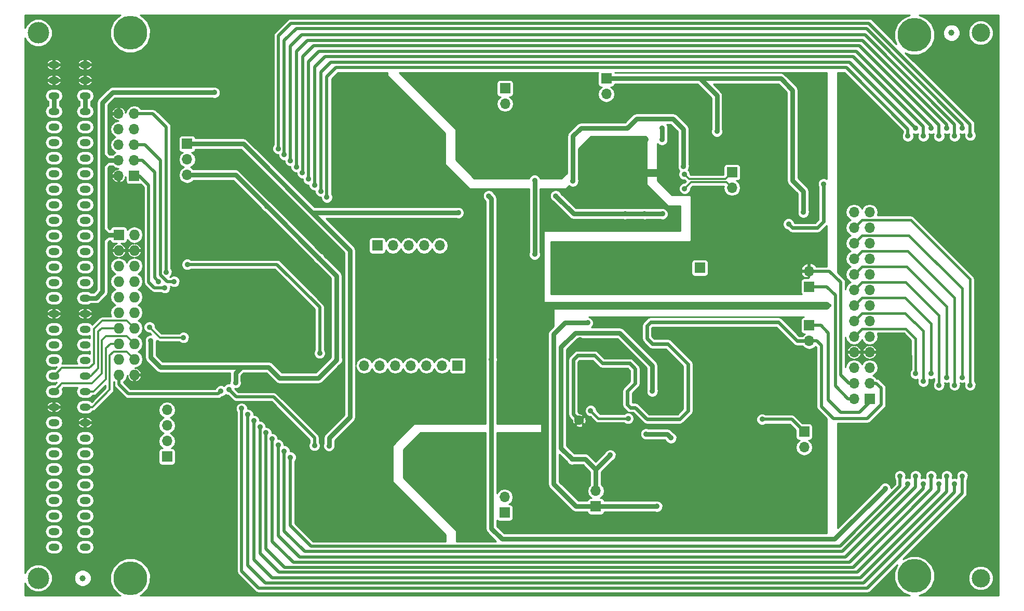
<source format=gbl>
G04 #@! TF.FileFunction,Copper,L2,Bot,Signal*
%FSLAX46Y46*%
G04 Gerber Fmt 4.6, Leading zero omitted, Abs format (unit mm)*
G04 Created by KiCad (PCBNEW no-vcs-found-product) date Mon Sep  4 09:08:35 2017*
%MOMM*%
%LPD*%
G01*
G04 APERTURE LIST*
%ADD10C,0.150000*%
%ADD11R,1.727200X1.727200*%
%ADD12O,1.727200X1.727200*%
%ADD13C,5.500000*%
%ADD14O,1.800000X1.200000*%
%ADD15C,3.000000*%
%ADD16C,3.500000*%
%ADD17R,1.700000X1.700000*%
%ADD18O,1.700000X1.700000*%
%ADD19C,1.600000*%
%ADD20C,1.000000*%
%ADD21C,0.889000*%
%ADD22C,1.300000*%
%ADD23C,0.300000*%
%ADD24C,0.800000*%
%ADD25C,0.500000*%
%ADD26C,0.203200*%
%ADD27C,0.250000*%
%ADD28C,0.400000*%
%ADD29C,0.600000*%
G04 APERTURE END LIST*
D10*
D11*
X37226000Y-65140000D03*
D12*
X39766000Y-65140000D03*
X37226000Y-67680000D03*
X39766000Y-67680000D03*
X37226000Y-70220000D03*
X39766000Y-70220000D03*
X37226000Y-72760000D03*
X39766000Y-72760000D03*
X37226000Y-75300000D03*
X39766000Y-75300000D03*
X37226000Y-77840000D03*
X39766000Y-77840000D03*
X37226000Y-80380000D03*
X39766000Y-80380000D03*
X37226000Y-82920000D03*
X39766000Y-82920000D03*
X37226000Y-85460000D03*
X39766000Y-85460000D03*
X37226000Y-88000000D03*
X39766000Y-88000000D03*
D13*
X166946900Y-32512000D03*
X39096000Y-32170000D03*
X39096000Y-121170000D03*
D14*
X26636000Y-116090000D03*
D15*
X177766000Y-121170000D03*
X177766000Y-32170000D03*
D16*
X24096000Y-121170000D03*
X24096000Y-32170000D03*
D14*
X31716000Y-116090000D03*
X31716000Y-113550000D03*
X31716000Y-111010000D03*
X31716000Y-108470000D03*
X31716000Y-105930000D03*
X31716000Y-103390000D03*
X31716000Y-100850000D03*
X31716000Y-98310000D03*
X31716000Y-95770000D03*
X31716000Y-93230000D03*
X31716000Y-90690000D03*
X31716000Y-88150000D03*
X31716000Y-85610000D03*
X31716000Y-83070000D03*
X31716000Y-80530000D03*
X31716000Y-77990000D03*
X31716000Y-75450000D03*
X31716000Y-72910000D03*
X31716000Y-70370000D03*
X31716000Y-67830000D03*
X31716000Y-65290000D03*
X31716000Y-62750000D03*
X31716000Y-60210000D03*
X31716000Y-57670000D03*
X31716000Y-55130000D03*
X31716000Y-52590000D03*
X31716000Y-50050000D03*
X31716000Y-47510000D03*
X31716000Y-44970000D03*
X31716000Y-42430000D03*
X31716000Y-39890000D03*
X31716000Y-37350000D03*
X26636000Y-113550000D03*
X26636000Y-111010000D03*
X26636000Y-108470000D03*
X26636000Y-105930000D03*
X26636000Y-103390000D03*
X26636000Y-100850000D03*
X26636000Y-98310000D03*
X26636000Y-95770000D03*
X26636000Y-93230000D03*
X26636000Y-90690000D03*
X26636000Y-88150000D03*
X26636000Y-85610000D03*
X26636000Y-83070000D03*
X26636000Y-80530000D03*
X26636000Y-77990000D03*
X26636000Y-75450000D03*
X26636000Y-72910000D03*
X26636000Y-70370000D03*
X26636000Y-67830000D03*
X26636000Y-65290000D03*
X26636000Y-62750000D03*
X26636000Y-60210000D03*
X26636000Y-57670000D03*
X26636000Y-55130000D03*
X26636000Y-52590000D03*
X26636000Y-50050000D03*
X26636000Y-47510000D03*
X26636000Y-44970000D03*
X26636000Y-42430000D03*
X26636000Y-39890000D03*
X26636000Y-37350000D03*
D13*
X166946900Y-120828000D03*
D17*
X115000000Y-109470000D03*
D18*
X115000000Y-106930000D03*
D17*
X100140000Y-110500000D03*
D18*
X100140000Y-107960000D03*
D17*
X39740000Y-55510000D03*
D18*
X37200000Y-55510000D03*
X39740000Y-52970000D03*
X37200000Y-52970000D03*
X39740000Y-50430000D03*
X37200000Y-50430000D03*
X39740000Y-47890000D03*
X37200000Y-47890000D03*
X39740000Y-45350000D03*
X37200000Y-45350000D03*
D17*
X45085000Y-101346000D03*
D18*
X45085000Y-98806000D03*
X45085000Y-96266000D03*
X45085000Y-93726000D03*
D17*
X48360000Y-50290000D03*
D18*
X48360000Y-52830000D03*
X48360000Y-55370000D03*
D17*
X149800000Y-79920000D03*
D18*
X149800000Y-82460000D03*
D17*
X92456000Y-86487000D03*
D18*
X89916000Y-86487000D03*
X87376000Y-86487000D03*
X84836000Y-86487000D03*
X82296000Y-86487000D03*
X79756000Y-86487000D03*
X77216000Y-86487000D03*
D17*
X148971000Y-97282000D03*
D18*
X148971000Y-99822000D03*
D17*
X100200000Y-41220000D03*
D18*
X100200000Y-43760000D03*
D17*
X131960000Y-70520000D03*
X137223500Y-54927500D03*
D18*
X137223500Y-57467500D03*
D17*
X116713000Y-39624000D03*
D18*
X116713000Y-42164000D03*
D17*
X149800000Y-73600000D03*
D18*
X149800000Y-71060000D03*
D17*
X79380000Y-66890000D03*
D18*
X81920000Y-66890000D03*
X84460000Y-66890000D03*
X87000000Y-66890000D03*
X89540000Y-66890000D03*
D19*
X112290000Y-95430000D03*
D20*
X173010000Y-32160000D03*
X31330000Y-121170000D03*
D17*
X159639000Y-91897200D03*
D18*
X157099000Y-91897200D03*
X159639000Y-89357200D03*
X157099000Y-89357200D03*
X159639000Y-86817200D03*
X157099000Y-86817200D03*
X159639000Y-84277200D03*
X157099000Y-84277200D03*
X159639000Y-81737200D03*
X157099000Y-81737200D03*
X159639000Y-79197200D03*
X157099000Y-79197200D03*
X159639000Y-76657200D03*
X157099000Y-76657200D03*
X159639000Y-74117200D03*
X157099000Y-74117200D03*
X159639000Y-71577200D03*
X157099000Y-71577200D03*
X159639000Y-69037200D03*
X157099000Y-69037200D03*
X159639000Y-66497200D03*
X157099000Y-66497200D03*
X159639000Y-63957200D03*
X157099000Y-63957200D03*
X159639000Y-61417200D03*
X157099000Y-61417200D03*
D21*
X51181000Y-56896000D03*
X45720000Y-46020000D03*
X70330000Y-94100000D03*
X69215000Y-111633000D03*
X52620000Y-89980000D03*
X53300000Y-30610000D03*
X52210000Y-37370000D03*
X55720000Y-65370000D03*
X94590000Y-80480000D03*
X79050000Y-82300000D03*
X102060000Y-80480000D03*
X152570000Y-76680000D03*
X99440000Y-87550000D03*
X64770000Y-86741000D03*
X64643000Y-83693000D03*
X83080000Y-57010000D03*
X127870000Y-61820000D03*
X166150000Y-86400000D03*
X38460000Y-62280000D03*
X118480000Y-63220000D03*
X123170000Y-49550000D03*
X88773000Y-50927000D03*
X174752000Y-67310000D03*
X114046000Y-51308000D03*
X114046000Y-59563000D03*
X89281000Y-114808000D03*
X72136000Y-68834000D03*
X53886100Y-102514400D03*
X123190000Y-63627000D03*
X44577000Y-84963000D03*
X47371000Y-63246000D03*
X56260000Y-89280000D03*
X61340000Y-60470000D03*
X97536000Y-58801000D03*
X162179000Y-106553000D03*
X97980000Y-85470000D03*
X52822100Y-41910000D03*
X69850000Y-68961000D03*
X42418000Y-82423000D03*
X72732900Y-85534500D03*
X108458000Y-58801000D03*
X125857000Y-61722000D03*
X119761000Y-61722000D03*
X122936000Y-61722000D03*
X92583000Y-61531500D03*
X71510000Y-99590000D03*
X111252000Y-56388000D03*
X129286000Y-53975000D03*
X120142000Y-47688500D03*
X125793500Y-47688500D03*
X125793500Y-49593500D03*
X57238900Y-93472000D03*
X174752000Y-104521000D03*
X173482000Y-105791000D03*
X58254900Y-94488000D03*
X172212000Y-104521000D03*
X59245500Y-95478600D03*
X60236100Y-96469200D03*
X170942000Y-105791000D03*
X169672000Y-104521000D03*
X61226700Y-97459800D03*
X62217300Y-98450400D03*
X168402000Y-105791000D03*
X167132000Y-104521000D03*
X63207900Y-99441000D03*
X64198500Y-100431600D03*
X165862000Y-105791000D03*
X174755500Y-47757500D03*
X64204850Y-52063650D03*
X173485500Y-49027500D03*
X65195450Y-53054250D03*
X172215500Y-47757500D03*
X66186050Y-54044850D03*
X170945500Y-49027500D03*
X67176650Y-55035450D03*
X169675500Y-47757500D03*
X68167250Y-56026050D03*
X168405500Y-49027500D03*
X69157850Y-57016650D03*
X167135500Y-47757500D03*
X70154800Y-58013600D03*
X71145400Y-58991500D03*
X165865500Y-49027500D03*
X47752000Y-81915000D03*
X42230000Y-80200000D03*
X48387000Y-69977000D03*
X69977000Y-84455000D03*
X46228000Y-72771000D03*
X44958000Y-71247000D03*
X44704000Y-73787000D03*
X43688000Y-72771000D03*
X65214500Y-101447600D03*
X164592000Y-104521000D03*
X63214250Y-51073050D03*
X176025500Y-48900500D03*
X105620000Y-54490000D03*
X118110000Y-89090000D03*
X113360000Y-99140000D03*
X106940000Y-98440000D03*
X111110000Y-103760000D03*
X111490000Y-112520000D03*
X92100000Y-98620000D03*
X87040000Y-105830000D03*
X86840000Y-40650000D03*
X141720000Y-60700000D03*
X143850000Y-51840000D03*
X132207000Y-60706000D03*
X132207000Y-52070000D03*
X144800000Y-41890000D03*
X114230000Y-39740000D03*
X120800000Y-66780000D03*
X96950000Y-53640000D03*
X118090000Y-72620000D03*
X112395000Y-82296000D03*
X136779000Y-109220000D03*
X102870000Y-105918000D03*
X102743000Y-39243000D03*
X118364000Y-84709000D03*
X132080000Y-93726000D03*
X112020000Y-44960000D03*
X123063000Y-44323000D03*
X127127000Y-94107000D03*
X120269000Y-102362000D03*
X130710000Y-108900000D03*
X149600000Y-94790000D03*
X148717000Y-108077000D03*
X109601000Y-72291000D03*
X127127000Y-49657000D03*
X113665000Y-79502000D03*
X124968000Y-109474000D03*
X117348000Y-101092000D03*
X124206000Y-90678000D03*
X111150000Y-101760000D03*
X105029000Y-68326000D03*
X105029000Y-56261000D03*
X148844000Y-61468000D03*
X134747000Y-48260000D03*
X129413000Y-55245000D03*
X129476500Y-57594500D03*
X167140000Y-87810000D03*
X168400000Y-89080000D03*
X169670000Y-87810000D03*
X170942000Y-89687400D03*
X172212000Y-88417400D03*
X173482000Y-89687400D03*
X174752000Y-88417400D03*
X176022000Y-89687400D03*
X142113000Y-95250000D03*
X146431000Y-63373000D03*
X152146000Y-56832500D03*
X127254000Y-98298000D03*
X123190000Y-97663000D03*
X114150000Y-93850000D03*
X120269000Y-95123000D03*
X53880000Y-90620000D03*
X55170000Y-90370000D03*
X69130000Y-99540000D03*
D22*
X105740000Y-94780000D02*
X106650000Y-95690000D01*
X106650000Y-95690000D02*
X106650000Y-97460000D01*
X123100000Y-55040000D02*
X125450000Y-55040000D01*
D23*
X70330000Y-94100000D02*
X70330000Y-110518000D01*
X69215000Y-111633000D02*
X70330000Y-110518000D01*
X53300000Y-30610000D02*
X52210000Y-31700000D01*
X52210000Y-31700000D02*
X52210000Y-37370000D01*
X80870000Y-80480000D02*
X94590000Y-80480000D01*
X79050000Y-82300000D02*
X80870000Y-80480000D01*
D22*
X102060000Y-80480000D02*
X105860000Y-76680000D01*
X105860000Y-76680000D02*
X152570000Y-76680000D01*
D24*
X56260000Y-87683700D02*
X56260000Y-89280000D01*
X56260000Y-87683700D02*
X57190000Y-86753700D01*
D25*
X61340000Y-60470000D02*
X61349500Y-60460500D01*
D24*
X69850000Y-68961000D02*
X61349500Y-60460500D01*
X61349500Y-60460500D02*
X56259000Y-55370000D01*
X56259000Y-55370000D02*
X48360000Y-55370000D01*
X34544000Y-64328900D02*
X34544000Y-53806000D01*
X34544000Y-53806000D02*
X35380000Y-52970000D01*
X35380000Y-52970000D02*
X35370000Y-52960000D01*
X35370000Y-52960000D02*
X34544000Y-52134000D01*
X37200000Y-52970000D02*
X35380000Y-52970000D01*
X34544000Y-52134000D02*
X34544000Y-43561000D01*
X97980000Y-85470000D02*
X97980000Y-113093000D01*
X97980000Y-113093000D02*
X99695000Y-114808000D01*
X97536000Y-58801000D02*
X97980000Y-59245000D01*
X97980000Y-59245000D02*
X97980000Y-85470000D01*
X99695000Y-114808000D02*
X153924000Y-114808000D01*
X153924000Y-114808000D02*
X162179000Y-106553000D01*
X111379000Y-61722000D02*
X119761000Y-61722000D01*
X119761000Y-61722000D02*
X119761000Y-61722000D01*
X36195000Y-41910000D02*
X52822100Y-41910000D01*
X36195000Y-41910000D02*
X34544000Y-43561000D01*
X69850000Y-68961000D02*
X72732900Y-71843900D01*
X72732900Y-85534500D02*
X69743700Y-88523700D01*
X69743700Y-88523700D02*
X63441000Y-88523700D01*
X63441000Y-88523700D02*
X61671000Y-86753700D01*
X61671000Y-86753700D02*
X57190000Y-86753700D01*
X44005500Y-86753700D02*
X42418000Y-85166200D01*
X42418000Y-82423000D02*
X42418000Y-85166200D01*
X56464200Y-86753700D02*
X44005500Y-86753700D01*
X57190000Y-86753700D02*
X56464200Y-86753700D01*
X72732900Y-71843900D02*
X72732900Y-85534500D01*
X111379000Y-61722000D02*
X108458000Y-58801000D01*
X122936000Y-61722000D02*
X125857000Y-61722000D01*
X122936000Y-61722000D02*
X119761000Y-61722000D01*
X34544000Y-53733700D02*
X34544000Y-52134000D01*
X34544000Y-65951100D02*
X34544000Y-64328900D01*
X31715680Y-75449800D02*
X33516200Y-75449800D01*
X34544000Y-74422000D02*
X34544000Y-65951100D01*
X33516200Y-75449800D02*
X34544000Y-74422000D01*
X34544000Y-43561000D02*
X34544000Y-43599100D01*
X35355100Y-65140000D02*
X34544000Y-64328900D01*
X35355100Y-65140000D02*
X37226000Y-65140000D01*
X34544000Y-65951100D02*
X35355100Y-65140000D01*
X68770500Y-61531500D02*
X92583000Y-61531500D01*
X74930000Y-67691000D02*
X68770500Y-61531500D01*
X68770500Y-61531500D02*
X57531000Y-50292000D01*
X57531000Y-50292000D02*
X48360000Y-50290000D01*
X31716000Y-42430000D02*
X31716000Y-44970000D01*
X26636000Y-42430000D02*
X26636000Y-44970000D01*
X74930000Y-94885000D02*
X74930000Y-67691000D01*
X71510000Y-98305000D02*
X71510000Y-99590000D01*
X74930000Y-94885000D02*
X71510000Y-98305000D01*
X112585500Y-47688500D02*
X111252000Y-49022000D01*
X120142000Y-47688500D02*
X112585500Y-47688500D01*
X111252000Y-49022000D02*
X111252000Y-56388000D01*
X120142000Y-47688500D02*
X121666000Y-46164500D01*
X121666000Y-46164500D02*
X127571500Y-46164500D01*
X127571500Y-46164500D02*
X129286000Y-47879000D01*
X129286000Y-47879000D02*
X129286000Y-53975000D01*
X125793500Y-49593500D02*
X125793500Y-47688500D01*
D25*
X57289700Y-93522800D02*
X57238900Y-93472000D01*
X174752000Y-107315000D02*
X174752000Y-104521000D01*
X159258000Y-122809000D02*
X174752000Y-107315000D01*
X59994800Y-122809000D02*
X159258000Y-122809000D01*
X57238900Y-120053100D02*
X57238900Y-93472000D01*
X59994800Y-122809000D02*
X57238900Y-120053100D01*
X158673800Y-121996200D02*
X173482000Y-107188000D01*
X158673800Y-121996200D02*
X61163200Y-121996200D01*
X173482000Y-107188000D02*
X173482000Y-105791000D01*
X58254900Y-119087900D02*
X58254900Y-94488000D01*
X61163200Y-121996200D02*
X58254900Y-119087900D01*
X62230000Y-121158000D02*
X59245500Y-118173500D01*
X59245500Y-118173500D02*
X59245500Y-95478600D01*
X172212000Y-107061000D02*
X172212000Y-104521000D01*
X62230000Y-121158000D02*
X158115000Y-121158000D01*
X172212000Y-107061000D02*
X158115000Y-121158000D01*
X60236100Y-96469200D02*
X60261500Y-96494600D01*
X63322200Y-120218200D02*
X60236100Y-117132100D01*
X157657800Y-120218200D02*
X170942000Y-106934000D01*
X63322200Y-120218200D02*
X157657800Y-120218200D01*
X170942000Y-106934000D02*
X170942000Y-105791000D01*
X60236100Y-117132100D02*
X60236100Y-96469200D01*
X64287400Y-119405400D02*
X61226700Y-116344700D01*
X61226700Y-116344700D02*
X61226700Y-97459800D01*
X169672000Y-106680000D02*
X169672000Y-104521000D01*
X64287400Y-119405400D02*
X156946600Y-119405400D01*
X169672000Y-106680000D02*
X156946600Y-119405400D01*
X62217300Y-98450400D02*
X62242700Y-98475800D01*
X65659000Y-118618000D02*
X62217300Y-115176300D01*
X156337000Y-118618000D02*
X168402000Y-106553000D01*
X65659000Y-118618000D02*
X156337000Y-118618000D01*
X168402000Y-106553000D02*
X168402000Y-105791000D01*
X62217300Y-115176300D02*
X62217300Y-98450400D01*
X155702000Y-117729000D02*
X66675000Y-117729000D01*
X167132000Y-106299000D02*
X155702000Y-117729000D01*
X167132000Y-106299000D02*
X167132000Y-104521000D01*
X63207900Y-114261900D02*
X63207900Y-99441000D01*
X66675000Y-117729000D02*
X63207900Y-114261900D01*
X64198500Y-100431600D02*
X64223900Y-100457000D01*
X67564000Y-116840000D02*
X64198500Y-113474500D01*
X165862000Y-106172000D02*
X165862000Y-105791000D01*
X67564000Y-116840000D02*
X155194000Y-116840000D01*
X155194000Y-116840000D02*
X165862000Y-106172000D01*
X64198500Y-113474500D02*
X64198500Y-100431600D01*
X64211200Y-33451800D02*
X64211200Y-52057300D01*
X174755500Y-47120500D02*
X174755500Y-47757500D01*
X159131000Y-31496000D02*
X66167000Y-31496000D01*
X64211200Y-33451800D02*
X66167000Y-31496000D01*
X159131000Y-31496000D02*
X174755500Y-47120500D01*
X65201800Y-34366200D02*
X65201800Y-53047900D01*
X173485500Y-47120500D02*
X173485500Y-49027500D01*
X65201800Y-34366200D02*
X67056000Y-32512000D01*
X67056000Y-32512000D02*
X158877000Y-32512000D01*
X158877000Y-32512000D02*
X173485500Y-47120500D01*
X66192400Y-35153600D02*
X66192400Y-54038500D01*
X172215500Y-47120500D02*
X172215500Y-47757500D01*
X158496000Y-33401000D02*
X67945000Y-33401000D01*
X67945000Y-33401000D02*
X66192400Y-35153600D01*
X158496000Y-33401000D02*
X172215500Y-47120500D01*
X67183000Y-36068000D02*
X67183000Y-55029100D01*
X170945500Y-47247500D02*
X170945500Y-49027500D01*
X68961000Y-34290000D02*
X157988000Y-34290000D01*
X67183000Y-36068000D02*
X68961000Y-34290000D01*
X157988000Y-34290000D02*
X170945500Y-47247500D01*
X68173600Y-36855400D02*
X68173600Y-56019700D01*
X169675500Y-47371000D02*
X169675500Y-47757500D01*
X169675500Y-47374500D02*
X169675500Y-47371000D01*
X157480000Y-35179000D02*
X69850000Y-35179000D01*
X69850000Y-35179000D02*
X68173600Y-36855400D01*
X157480000Y-35179000D02*
X169675500Y-47374500D01*
X69164200Y-37769800D02*
X69164200Y-57010300D01*
X168405500Y-47501500D02*
X168405500Y-49027500D01*
X70866000Y-36068000D02*
X156972000Y-36068000D01*
X70866000Y-36068000D02*
X69164200Y-37769800D01*
X156972000Y-36068000D02*
X168405500Y-47501500D01*
X167135500Y-47755500D02*
X167135500Y-47757500D01*
X156337000Y-36957000D02*
X71755000Y-36957000D01*
X71755000Y-36957000D02*
X70154800Y-38557200D01*
X156337000Y-36957000D02*
X167135500Y-47755500D01*
X70154800Y-38557200D02*
X70154800Y-58013600D01*
X165865500Y-47882500D02*
X165865500Y-49027500D01*
X71145400Y-39344600D02*
X72644000Y-37846000D01*
X72644000Y-37846000D02*
X155829000Y-37846000D01*
X155829000Y-37846000D02*
X165865500Y-47882500D01*
X71145400Y-39344600D02*
X71145400Y-58991500D01*
D23*
X43942000Y-81915000D02*
X47752000Y-81915000D01*
X42230000Y-80200000D02*
X43942000Y-81915000D01*
X37226000Y-80380000D02*
X34435402Y-80380000D01*
X32677800Y-88150000D02*
X31716000Y-88150000D01*
X33883600Y-86944200D02*
X32677800Y-88150000D01*
X33883600Y-80931802D02*
X33883600Y-86944200D01*
X34435402Y-80380000D02*
X33883600Y-80931802D01*
X32461200Y-86868000D02*
X27918000Y-86868000D01*
X38507000Y-79121000D02*
X34518600Y-79121000D01*
X34518600Y-79121000D02*
X33172400Y-80467200D01*
X33172400Y-80467200D02*
X33172400Y-86156800D01*
X33172400Y-86156800D02*
X32461200Y-86868000D01*
X39766000Y-80380000D02*
X38507000Y-79121000D01*
X27918000Y-86868000D02*
X26636000Y-88150000D01*
X37226000Y-82920000D02*
X35865204Y-82920000D01*
X33135000Y-90690000D02*
X31716000Y-90690000D01*
X35128200Y-88696800D02*
X33135000Y-90690000D01*
X35128200Y-83657004D02*
X35128200Y-88696800D01*
X35865204Y-82920000D02*
X35128200Y-83657004D01*
X32867600Y-89408000D02*
X27918000Y-89408000D01*
X38507000Y-81661000D02*
X35161002Y-81661000D01*
X35161002Y-81661000D02*
X34493200Y-82328802D01*
X34493200Y-82328802D02*
X34493200Y-87782400D01*
X34493200Y-87782400D02*
X32867600Y-89408000D01*
X39766000Y-82920000D02*
X38507000Y-81661000D01*
X27918000Y-89408000D02*
X26636000Y-90690000D01*
X32957200Y-93230000D02*
X31716000Y-93230000D01*
X35763200Y-90424000D02*
X32957200Y-93230000D01*
X35763200Y-84836000D02*
X35763200Y-90424000D01*
X36398200Y-84201000D02*
X35763200Y-84836000D01*
X38507000Y-84201000D02*
X36398200Y-84201000D01*
X39766000Y-85460000D02*
X38507000Y-84201000D01*
D25*
X48387000Y-69977000D02*
X63001000Y-69977000D01*
X63001000Y-69977000D02*
X69977000Y-76953000D01*
X69977000Y-76953000D02*
X69977000Y-84455000D01*
X43995000Y-52945000D02*
X41480000Y-50430000D01*
X45085000Y-72771000D02*
X46228000Y-72771000D01*
X43995000Y-71681000D02*
X45085000Y-72771000D01*
X43995000Y-71681000D02*
X43995000Y-52945000D01*
X41480000Y-50430000D02*
X39740000Y-50430000D01*
X44958000Y-47518000D02*
X42790000Y-45350000D01*
X44958000Y-71247000D02*
X44958000Y-47518000D01*
X42790000Y-45350000D02*
X39740000Y-45350000D01*
X40543000Y-55510000D02*
X42103000Y-57070000D01*
X42103000Y-72884000D02*
X42103000Y-57070000D01*
X44704000Y-73787000D02*
X43006000Y-73787000D01*
X43006000Y-73787000D02*
X42103000Y-72884000D01*
X40543000Y-55510000D02*
X39740000Y-55510000D01*
X43059000Y-54949000D02*
X41080000Y-52970000D01*
X43059000Y-72142000D02*
X43059000Y-54949000D01*
X43688000Y-72771000D02*
X43059000Y-72142000D01*
X41080000Y-52970000D02*
X39740000Y-52970000D01*
X68580000Y-115951000D02*
X65214500Y-112585500D01*
X65214500Y-101447600D02*
X65214500Y-112585500D01*
X164592000Y-106172000D02*
X154813000Y-115951000D01*
X154813000Y-115951000D02*
X68580000Y-115951000D01*
X164592000Y-106172000D02*
X164592000Y-104521000D01*
X159512000Y-30607000D02*
X176025500Y-47120500D01*
X65278000Y-30607000D02*
X159512000Y-30607000D01*
X65278000Y-30607000D02*
X63220600Y-32664400D01*
X176025500Y-47120500D02*
X176025500Y-48900500D01*
X63220600Y-32664400D02*
X63220600Y-51066700D01*
D26*
X113870000Y-94980000D02*
X113870000Y-98160000D01*
X113870000Y-98160000D02*
X113360000Y-99140000D01*
X112780000Y-92380000D02*
X116070000Y-89090000D01*
X116070000Y-89090000D02*
X118110000Y-89090000D01*
X113480000Y-94590000D02*
X112780000Y-93890000D01*
X112780000Y-93890000D02*
X112780000Y-92380000D01*
X113480000Y-94590000D02*
X113870000Y-94980000D01*
D27*
X141716000Y-60696000D02*
X141720000Y-60700000D01*
D26*
X134210000Y-51840000D02*
X143850000Y-51840000D01*
D27*
X132207000Y-60706000D02*
X141716000Y-60696000D01*
D26*
X132207000Y-52070000D02*
X133980000Y-52070000D01*
X144160000Y-41890000D02*
X144800000Y-41890000D01*
X133980000Y-52070000D02*
X134210000Y-51840000D01*
X134210000Y-51840000D02*
X144160000Y-41890000D01*
D24*
X111760000Y-109474000D02*
X108102000Y-105816000D01*
X108102000Y-105816000D02*
X108102000Y-81370000D01*
X108102000Y-81370000D02*
X109970000Y-79502000D01*
X109970000Y-79502000D02*
X113665000Y-79502000D01*
X115000000Y-109470000D02*
X111760000Y-109474000D01*
X115000000Y-109470000D02*
X124968000Y-109474000D01*
X115000000Y-103440000D02*
X113320000Y-101760000D01*
X113320000Y-101760000D02*
X111150000Y-101760000D01*
X115000000Y-106930000D02*
X115000000Y-103440000D01*
X115000000Y-103440000D02*
X117348000Y-101092000D01*
X109333000Y-83453000D02*
X109333000Y-99943000D01*
X109333000Y-99943000D02*
X111150000Y-101760000D01*
X124206000Y-90678000D02*
X124206000Y-86487000D01*
X111633000Y-81153000D02*
X109333000Y-83453000D01*
X118872000Y-81153000D02*
X111633000Y-81153000D01*
X124206000Y-86487000D02*
X118872000Y-81153000D01*
D25*
X152908000Y-92076000D02*
X152908000Y-81138000D01*
X154939000Y-94107000D02*
X152908000Y-92076000D01*
X157988000Y-94107000D02*
X154939000Y-94107000D01*
X159639000Y-92456000D02*
X157988000Y-94107000D01*
X151690000Y-79920000D02*
X149800000Y-79920000D01*
X152908000Y-81138000D02*
X151690000Y-79920000D01*
X159639000Y-91897200D02*
X159639000Y-92456000D01*
D24*
X105029000Y-56261000D02*
X105029000Y-68326000D01*
X145161000Y-39624000D02*
X147066000Y-41529000D01*
X131953000Y-39624000D02*
X145161000Y-39624000D01*
X148844000Y-58039000D02*
X147066000Y-56261000D01*
X148844000Y-58039000D02*
X148844000Y-61468000D01*
X147066000Y-56261000D02*
X147066000Y-41529000D01*
X134747000Y-42418000D02*
X131953000Y-39624000D01*
X134747000Y-48260000D02*
X134747000Y-42418000D01*
X131953000Y-39624000D02*
X131445000Y-39624000D01*
X131445000Y-39624000D02*
X116713000Y-39624000D01*
D23*
X130175000Y-56007000D02*
X136144000Y-56007000D01*
X137223500Y-54927500D02*
X136144000Y-56007000D01*
X130175000Y-56007000D02*
X129413000Y-55245000D01*
X130556000Y-56515000D02*
X129476500Y-57594500D01*
X136271000Y-56515000D02*
X137223500Y-57467500D01*
X136271000Y-56515000D02*
X130556000Y-56515000D01*
D25*
X149800000Y-73600000D02*
X152690000Y-73600000D01*
X154051000Y-74961000D02*
X154051000Y-89789000D01*
X154051000Y-89789000D02*
X156159200Y-91897200D01*
X156159200Y-91897200D02*
X157099000Y-91897200D01*
X152690000Y-73600000D02*
X154051000Y-74961000D01*
D28*
X167132000Y-82067400D02*
X167140000Y-87810000D01*
X157099000Y-81737200D02*
X158369000Y-80467200D01*
X165531800Y-80467200D02*
X167132000Y-82067400D01*
X158369000Y-80467200D02*
X165531800Y-80467200D01*
X168401787Y-80862787D02*
X168400000Y-89080000D01*
X157099000Y-79197200D02*
X158369000Y-77927200D01*
X165466200Y-77927200D02*
X168401787Y-80862787D01*
X158369000Y-77927200D02*
X165466200Y-77927200D01*
X169671585Y-79663085D02*
X169670000Y-87810000D01*
X157099000Y-76657200D02*
X158369000Y-75387200D01*
X165395700Y-75387200D02*
X169671585Y-79663085D01*
X158369000Y-75387200D02*
X165395700Y-75387200D01*
X170935650Y-78247350D02*
X170935650Y-89681050D01*
X158369000Y-72847200D02*
X165535500Y-72847200D01*
X157099000Y-74117200D02*
X158369000Y-72847200D01*
X165535500Y-72847200D02*
X170935650Y-78247350D01*
X172212000Y-88417400D02*
X172212000Y-76836900D01*
X157099000Y-71577200D02*
X158369000Y-70307200D01*
X165682300Y-70307200D02*
X172212000Y-76836900D01*
X158369000Y-70307200D02*
X165682300Y-70307200D01*
X173482000Y-75365300D02*
X173482000Y-89687400D01*
X157099000Y-69037200D02*
X158369000Y-67767200D01*
X165883900Y-67767200D02*
X173482000Y-75365300D01*
X158369000Y-67767200D02*
X165883900Y-67767200D01*
X174752000Y-88417400D02*
X174752000Y-73914800D01*
X157099000Y-66497200D02*
X158369000Y-65227200D01*
X166064400Y-65227200D02*
X174752000Y-73914800D01*
X158369000Y-65227200D02*
X166064400Y-65227200D01*
X176022000Y-72377300D02*
X176022000Y-89687400D01*
X157099000Y-63957200D02*
X158369000Y-62687200D01*
X166331900Y-62687200D02*
X176022000Y-72377300D01*
X158369000Y-62687200D02*
X166331900Y-62687200D01*
D25*
X148971000Y-97282000D02*
X146939000Y-95250000D01*
X146939000Y-95250000D02*
X142113000Y-95250000D01*
D29*
X152146000Y-62992000D02*
X152146000Y-56832500D01*
X151130000Y-64008000D02*
X152146000Y-62992000D01*
X147066000Y-64008000D02*
X151130000Y-64008000D01*
X146431000Y-63373000D02*
X147066000Y-64008000D01*
D24*
X123190000Y-97663000D02*
X126619000Y-97663000D01*
X126619000Y-97663000D02*
X127254000Y-98298000D01*
D28*
X115423000Y-95123000D02*
X114150000Y-93850000D01*
X115423000Y-95123000D02*
X120269000Y-95123000D01*
D29*
X112290000Y-95399000D02*
X111292000Y-94401000D01*
X123952000Y-79375000D02*
X144745000Y-79375000D01*
X111292000Y-94401000D02*
X111292000Y-85541000D01*
X111292000Y-85541000D02*
X111991000Y-84842000D01*
X111991000Y-84842000D02*
X114814000Y-84842000D01*
X114814000Y-84842000D02*
X116078000Y-86106000D01*
X116078000Y-86106000D02*
X120523000Y-86106000D01*
X121412000Y-86995000D02*
X121412000Y-89408000D01*
X121412000Y-89408000D02*
X120142000Y-90678000D01*
X120142000Y-90678000D02*
X120142000Y-92837000D01*
X120142000Y-92837000D02*
X120637000Y-93332000D01*
X120637000Y-93332000D02*
X121399000Y-93332000D01*
X121399000Y-93332000D02*
X123317000Y-95250000D01*
X123317000Y-95250000D02*
X128651000Y-95250000D01*
X128651000Y-95250000D02*
X130048000Y-93853000D01*
X130048000Y-93853000D02*
X130048000Y-86233000D01*
X130048000Y-86233000D02*
X126746000Y-82931000D01*
X126746000Y-82931000D02*
X124206000Y-82931000D01*
X124206000Y-82931000D02*
X123317000Y-82042000D01*
X123317000Y-82042000D02*
X123317000Y-80010000D01*
X123317000Y-80010000D02*
X123952000Y-79375000D01*
X120523000Y-86106000D02*
X121412000Y-86995000D01*
X112290000Y-95399000D02*
X112290000Y-95430000D01*
X147830000Y-82460000D02*
X149800000Y-82460000D01*
X144745000Y-79375000D02*
X147830000Y-82460000D01*
D25*
X149800000Y-82460000D02*
X151040000Y-82460000D01*
X160731200Y-89357200D02*
X161544000Y-90170000D01*
X161544000Y-90170000D02*
X161544000Y-92837000D01*
X161544000Y-92837000D02*
X159258000Y-95123000D01*
X159258000Y-95123000D02*
X153727000Y-95123000D01*
X153727000Y-95123000D02*
X151765000Y-93161000D01*
X151765000Y-93161000D02*
X151765000Y-83185000D01*
X160731200Y-89357200D02*
X159639000Y-89357200D01*
X151040000Y-82460000D02*
X151765000Y-83185000D01*
X149800000Y-71060000D02*
X149800000Y-69410000D01*
X149800000Y-71060000D02*
X148320000Y-71060000D01*
D23*
X148750000Y-72190000D02*
X149680000Y-72190000D01*
X149800000Y-72070000D02*
X149800000Y-71060000D01*
X149800000Y-72070000D02*
X149680000Y-72190000D01*
D25*
X149800000Y-71060000D02*
X153110000Y-71060000D01*
X153110000Y-71060000D02*
X154940000Y-72890000D01*
X154940000Y-88011000D02*
X154940000Y-72890000D01*
X156286200Y-89357200D02*
X154940000Y-88011000D01*
X157099000Y-89357200D02*
X156286200Y-89357200D01*
X53402900Y-91097100D02*
X53880000Y-90620000D01*
X37226000Y-89511900D02*
X38811200Y-91097100D01*
X37226000Y-88000000D02*
X37226000Y-89511900D01*
X38811200Y-91097100D02*
X53402900Y-91097100D01*
X56385000Y-91585000D02*
X55170000Y-90370000D01*
X69130000Y-98260000D02*
X69130000Y-99540000D01*
X62455000Y-91585000D02*
X69130000Y-98260000D01*
X62455000Y-91585000D02*
X56385000Y-91585000D01*
D27*
G36*
X180711000Y-124045000D02*
X167737223Y-124045000D01*
X168799615Y-123606029D01*
X169721691Y-122685561D01*
X170184484Y-121571030D01*
X175740649Y-121571030D01*
X176048288Y-122315572D01*
X176617432Y-122885710D01*
X177361435Y-123194648D01*
X178167030Y-123195351D01*
X178911572Y-122887712D01*
X179481710Y-122318568D01*
X179790648Y-121574565D01*
X179791351Y-120768970D01*
X179483712Y-120024428D01*
X178914568Y-119454290D01*
X178170565Y-119145352D01*
X177364970Y-119144649D01*
X176620428Y-119452288D01*
X176050290Y-120021432D01*
X175741352Y-120765435D01*
X175740649Y-121571030D01*
X170184484Y-121571030D01*
X170221330Y-121482296D01*
X170222467Y-120179420D01*
X169724929Y-118975285D01*
X168804461Y-118053209D01*
X167601196Y-117553570D01*
X166298320Y-117552433D01*
X165126325Y-118036691D01*
X175300008Y-107863008D01*
X175468007Y-107611580D01*
X175527000Y-107315000D01*
X175527000Y-105117237D01*
X175573423Y-105070895D01*
X175721332Y-104714692D01*
X175721668Y-104329001D01*
X175574382Y-103972540D01*
X175301895Y-103699577D01*
X174945692Y-103551668D01*
X174560001Y-103551332D01*
X174203540Y-103698618D01*
X173930577Y-103971105D01*
X173782668Y-104327308D01*
X173782332Y-104712999D01*
X173858618Y-104897626D01*
X173675692Y-104821668D01*
X173290001Y-104821332D01*
X173105374Y-104897618D01*
X173181332Y-104714692D01*
X173181668Y-104329001D01*
X173034382Y-103972540D01*
X172761895Y-103699577D01*
X172405692Y-103551668D01*
X172020001Y-103551332D01*
X171663540Y-103698618D01*
X171390577Y-103971105D01*
X171242668Y-104327308D01*
X171242332Y-104712999D01*
X171318618Y-104897626D01*
X171135692Y-104821668D01*
X170750001Y-104821332D01*
X170565374Y-104897618D01*
X170641332Y-104714692D01*
X170641668Y-104329001D01*
X170494382Y-103972540D01*
X170221895Y-103699577D01*
X169865692Y-103551668D01*
X169480001Y-103551332D01*
X169123540Y-103698618D01*
X168850577Y-103971105D01*
X168702668Y-104327308D01*
X168702332Y-104712999D01*
X168778618Y-104897626D01*
X168595692Y-104821668D01*
X168210001Y-104821332D01*
X168025374Y-104897618D01*
X168101332Y-104714692D01*
X168101668Y-104329001D01*
X167954382Y-103972540D01*
X167681895Y-103699577D01*
X167325692Y-103551668D01*
X166940001Y-103551332D01*
X166583540Y-103698618D01*
X166310577Y-103971105D01*
X166162668Y-104327308D01*
X166162332Y-104712999D01*
X166238618Y-104897626D01*
X166055692Y-104821668D01*
X165670001Y-104821332D01*
X165485374Y-104897618D01*
X165561332Y-104714692D01*
X165561668Y-104329001D01*
X165414382Y-103972540D01*
X165141895Y-103699577D01*
X164785692Y-103551668D01*
X164400001Y-103551332D01*
X164043540Y-103698618D01*
X163770577Y-103971105D01*
X163622668Y-104327308D01*
X163622332Y-104712999D01*
X163769618Y-105069460D01*
X163817000Y-105116925D01*
X163817000Y-105850985D01*
X163148530Y-106519455D01*
X163148668Y-106361001D01*
X163001382Y-106004540D01*
X162728895Y-105731577D01*
X162372692Y-105583668D01*
X161987001Y-105583332D01*
X161630540Y-105730618D01*
X161357577Y-106003105D01*
X161312720Y-106111132D01*
X154405000Y-113018852D01*
X154405000Y-95898000D01*
X159258000Y-95898000D01*
X159554580Y-95839007D01*
X159806008Y-95671008D01*
X162092008Y-93385008D01*
X162260007Y-93133580D01*
X162319000Y-92837000D01*
X162319000Y-90170000D01*
X162260007Y-89873420D01*
X162092008Y-89621992D01*
X161279208Y-88809192D01*
X161027780Y-88641193D01*
X160775973Y-88591106D01*
X160638210Y-88384928D01*
X160192628Y-88087200D01*
X160638210Y-87789472D01*
X160936272Y-87343390D01*
X161040938Y-86817200D01*
X160936272Y-86291010D01*
X160638210Y-85844928D01*
X160192128Y-85546866D01*
X159716211Y-85452200D01*
X159768002Y-85452200D01*
X159768002Y-85363861D01*
X159949113Y-85410551D01*
X160359222Y-85205605D01*
X160659684Y-84859317D01*
X160772338Y-84587311D01*
X160725116Y-84406200D01*
X159768000Y-84406200D01*
X159768000Y-84426200D01*
X159510000Y-84426200D01*
X159510000Y-84406200D01*
X158552884Y-84406200D01*
X158505662Y-84587311D01*
X158618316Y-84859317D01*
X158918778Y-85205605D01*
X159328887Y-85410551D01*
X159509998Y-85363861D01*
X159509998Y-85452200D01*
X159561789Y-85452200D01*
X159085872Y-85546866D01*
X158639790Y-85844928D01*
X158369000Y-86250195D01*
X158098210Y-85844928D01*
X157652128Y-85546866D01*
X157176211Y-85452200D01*
X157228002Y-85452200D01*
X157228002Y-85363861D01*
X157409113Y-85410551D01*
X157819222Y-85205605D01*
X158119684Y-84859317D01*
X158232338Y-84587311D01*
X158185116Y-84406200D01*
X157228000Y-84406200D01*
X157228000Y-84426200D01*
X156970000Y-84426200D01*
X156970000Y-84406200D01*
X156012884Y-84406200D01*
X155965662Y-84587311D01*
X156078316Y-84859317D01*
X156378778Y-85205605D01*
X156788887Y-85410551D01*
X156969998Y-85363861D01*
X156969998Y-85452200D01*
X157021789Y-85452200D01*
X156545872Y-85546866D01*
X156099790Y-85844928D01*
X155801728Y-86291010D01*
X155715000Y-86727020D01*
X155715000Y-81827380D01*
X155801728Y-82263390D01*
X156099790Y-82709472D01*
X156545872Y-83007534D01*
X157021789Y-83102200D01*
X156969998Y-83102200D01*
X156969998Y-83190539D01*
X156788887Y-83143849D01*
X156378778Y-83348795D01*
X156078316Y-83695083D01*
X155965662Y-83967089D01*
X156012884Y-84148200D01*
X156970000Y-84148200D01*
X156970000Y-84128200D01*
X157228000Y-84128200D01*
X157228000Y-84148200D01*
X158185116Y-84148200D01*
X158232338Y-83967089D01*
X158119684Y-83695083D01*
X157819222Y-83348795D01*
X157409113Y-83143849D01*
X157228002Y-83190539D01*
X157228002Y-83102200D01*
X157176211Y-83102200D01*
X157652128Y-83007534D01*
X158098210Y-82709472D01*
X158369000Y-82304205D01*
X158639790Y-82709472D01*
X159085872Y-83007534D01*
X159561789Y-83102200D01*
X159509998Y-83102200D01*
X159509998Y-83190539D01*
X159328887Y-83143849D01*
X158918778Y-83348795D01*
X158618316Y-83695083D01*
X158505662Y-83967089D01*
X158552884Y-84148200D01*
X159510000Y-84148200D01*
X159510000Y-84128200D01*
X159768000Y-84128200D01*
X159768000Y-84148200D01*
X160725116Y-84148200D01*
X160772338Y-83967089D01*
X160659684Y-83695083D01*
X160359222Y-83348795D01*
X159949113Y-83143849D01*
X159768002Y-83190539D01*
X159768002Y-83102200D01*
X159716211Y-83102200D01*
X160192128Y-83007534D01*
X160638210Y-82709472D01*
X160936272Y-82263390D01*
X161040938Y-81737200D01*
X160936272Y-81211010D01*
X160923704Y-81192200D01*
X165231496Y-81192200D01*
X166407419Y-82368123D01*
X166414101Y-87164748D01*
X166318577Y-87260105D01*
X166170668Y-87616308D01*
X166170332Y-88001999D01*
X166317618Y-88358460D01*
X166590105Y-88631423D01*
X166946308Y-88779332D01*
X167331999Y-88779668D01*
X167504555Y-88708370D01*
X167430668Y-88886308D01*
X167430332Y-89271999D01*
X167577618Y-89628460D01*
X167850105Y-89901423D01*
X168206308Y-90049332D01*
X168591999Y-90049668D01*
X168948460Y-89902382D01*
X169221423Y-89629895D01*
X169369332Y-89273692D01*
X169369668Y-88888001D01*
X169293382Y-88703374D01*
X169476308Y-88779332D01*
X169861999Y-88779668D01*
X170210650Y-88635609D01*
X170210650Y-89047589D01*
X170120577Y-89137505D01*
X169972668Y-89493708D01*
X169972332Y-89879399D01*
X170119618Y-90235860D01*
X170392105Y-90508823D01*
X170748308Y-90656732D01*
X171133999Y-90657068D01*
X171490460Y-90509782D01*
X171763423Y-90237295D01*
X171911332Y-89881092D01*
X171911668Y-89495401D01*
X171835382Y-89310774D01*
X172018308Y-89386732D01*
X172403999Y-89387068D01*
X172588626Y-89310782D01*
X172512668Y-89493708D01*
X172512332Y-89879399D01*
X172659618Y-90235860D01*
X172932105Y-90508823D01*
X173288308Y-90656732D01*
X173673999Y-90657068D01*
X174030460Y-90509782D01*
X174303423Y-90237295D01*
X174451332Y-89881092D01*
X174451668Y-89495401D01*
X174375382Y-89310774D01*
X174558308Y-89386732D01*
X174943999Y-89387068D01*
X175128626Y-89310782D01*
X175052668Y-89493708D01*
X175052332Y-89879399D01*
X175199618Y-90235860D01*
X175472105Y-90508823D01*
X175828308Y-90656732D01*
X176213999Y-90657068D01*
X176570460Y-90509782D01*
X176843423Y-90237295D01*
X176991332Y-89881092D01*
X176991668Y-89495401D01*
X176844382Y-89138940D01*
X176747000Y-89041388D01*
X176747000Y-72377300D01*
X176722765Y-72255461D01*
X176691813Y-72099854D01*
X176534653Y-71864648D01*
X166844552Y-62174548D01*
X166609346Y-62017387D01*
X166563315Y-62008231D01*
X166331900Y-61962200D01*
X160923704Y-61962200D01*
X160936272Y-61943390D01*
X161040938Y-61417200D01*
X160936272Y-60891010D01*
X160638210Y-60444928D01*
X160192128Y-60146866D01*
X159665938Y-60042200D01*
X159612062Y-60042200D01*
X159085872Y-60146866D01*
X158639790Y-60444928D01*
X158369000Y-60850195D01*
X158098210Y-60444928D01*
X157652128Y-60146866D01*
X157125938Y-60042200D01*
X157072062Y-60042200D01*
X156545872Y-60146866D01*
X156099790Y-60444928D01*
X155801728Y-60891010D01*
X155697062Y-61417200D01*
X155801728Y-61943390D01*
X156099790Y-62389472D01*
X156545372Y-62687200D01*
X156099790Y-62984928D01*
X155801728Y-63431010D01*
X155697062Y-63957200D01*
X155801728Y-64483390D01*
X156099790Y-64929472D01*
X156545372Y-65227200D01*
X156099790Y-65524928D01*
X155801728Y-65971010D01*
X155697062Y-66497200D01*
X155801728Y-67023390D01*
X156099790Y-67469472D01*
X156545372Y-67767200D01*
X156099790Y-68064928D01*
X155801728Y-68511010D01*
X155697062Y-69037200D01*
X155801728Y-69563390D01*
X156099790Y-70009472D01*
X156545372Y-70307200D01*
X156099790Y-70604928D01*
X155801728Y-71051010D01*
X155697062Y-71577200D01*
X155801728Y-72103390D01*
X156099790Y-72549472D01*
X156545372Y-72847200D01*
X156099790Y-73144928D01*
X155801728Y-73591010D01*
X155715000Y-74027020D01*
X155715000Y-72890000D01*
X155656007Y-72593420D01*
X155488008Y-72341992D01*
X154405000Y-71258984D01*
X154405000Y-38621000D01*
X155507984Y-38621000D01*
X165090500Y-48203515D01*
X165090500Y-48431263D01*
X165044077Y-48477605D01*
X164896168Y-48833808D01*
X164895832Y-49219499D01*
X165043118Y-49575960D01*
X165315605Y-49848923D01*
X165671808Y-49996832D01*
X166057499Y-49997168D01*
X166413960Y-49849882D01*
X166686923Y-49577395D01*
X166834832Y-49221192D01*
X166835168Y-48835501D01*
X166758882Y-48650874D01*
X166941808Y-48726832D01*
X167327499Y-48727168D01*
X167512126Y-48650882D01*
X167436168Y-48833808D01*
X167435832Y-49219499D01*
X167583118Y-49575960D01*
X167855605Y-49848923D01*
X168211808Y-49996832D01*
X168597499Y-49997168D01*
X168953960Y-49849882D01*
X169226923Y-49577395D01*
X169374832Y-49221192D01*
X169375168Y-48835501D01*
X169298882Y-48650874D01*
X169481808Y-48726832D01*
X169867499Y-48727168D01*
X170052126Y-48650882D01*
X169976168Y-48833808D01*
X169975832Y-49219499D01*
X170123118Y-49575960D01*
X170395605Y-49848923D01*
X170751808Y-49996832D01*
X171137499Y-49997168D01*
X171493960Y-49849882D01*
X171766923Y-49577395D01*
X171914832Y-49221192D01*
X171915168Y-48835501D01*
X171838882Y-48650874D01*
X172021808Y-48726832D01*
X172407499Y-48727168D01*
X172592126Y-48650882D01*
X172516168Y-48833808D01*
X172515832Y-49219499D01*
X172663118Y-49575960D01*
X172935605Y-49848923D01*
X173291808Y-49996832D01*
X173677499Y-49997168D01*
X174033960Y-49849882D01*
X174306923Y-49577395D01*
X174454832Y-49221192D01*
X174455168Y-48835501D01*
X174378882Y-48650874D01*
X174561808Y-48726832D01*
X174947499Y-48727168D01*
X175068469Y-48677185D01*
X175056168Y-48706808D01*
X175055832Y-49092499D01*
X175203118Y-49448960D01*
X175475605Y-49721923D01*
X175831808Y-49869832D01*
X176217499Y-49870168D01*
X176573960Y-49722882D01*
X176846923Y-49450395D01*
X176994832Y-49094192D01*
X176995168Y-48708501D01*
X176847882Y-48352040D01*
X176800500Y-48304575D01*
X176800500Y-47120505D01*
X176800501Y-47120500D01*
X176743494Y-46833911D01*
X176741507Y-46823920D01*
X176573508Y-46572492D01*
X165428737Y-35427721D01*
X166292604Y-35786430D01*
X167595480Y-35787567D01*
X168799615Y-35290029D01*
X169721691Y-34369561D01*
X170221330Y-33166296D01*
X170221967Y-32436265D01*
X171614758Y-32436265D01*
X171826687Y-32949172D01*
X172218764Y-33341934D01*
X172731300Y-33554758D01*
X173286265Y-33555242D01*
X173799172Y-33343313D01*
X174191934Y-32951236D01*
X174349809Y-32571030D01*
X175740649Y-32571030D01*
X176048288Y-33315572D01*
X176617432Y-33885710D01*
X177361435Y-34194648D01*
X178167030Y-34195351D01*
X178911572Y-33887712D01*
X179481710Y-33318568D01*
X179790648Y-32574565D01*
X179791351Y-31768970D01*
X179483712Y-31024428D01*
X178914568Y-30454290D01*
X178170565Y-30145352D01*
X177364970Y-30144649D01*
X176620428Y-30452288D01*
X176050290Y-31021432D01*
X175741352Y-31765435D01*
X175740649Y-32571030D01*
X174349809Y-32571030D01*
X174404758Y-32438700D01*
X174405242Y-31883735D01*
X174193313Y-31370828D01*
X173801236Y-30978066D01*
X173288700Y-30765242D01*
X172733735Y-30764758D01*
X172220828Y-30976687D01*
X171828066Y-31368764D01*
X171615242Y-31881300D01*
X171614758Y-32436265D01*
X170221967Y-32436265D01*
X170222467Y-31863420D01*
X169724929Y-30659285D01*
X168804461Y-29737209D01*
X167739503Y-29295000D01*
X180711000Y-29295000D01*
X180711000Y-124045000D01*
X180711000Y-124045000D01*
G37*
X180711000Y-124045000D02*
X167737223Y-124045000D01*
X168799615Y-123606029D01*
X169721691Y-122685561D01*
X170184484Y-121571030D01*
X175740649Y-121571030D01*
X176048288Y-122315572D01*
X176617432Y-122885710D01*
X177361435Y-123194648D01*
X178167030Y-123195351D01*
X178911572Y-122887712D01*
X179481710Y-122318568D01*
X179790648Y-121574565D01*
X179791351Y-120768970D01*
X179483712Y-120024428D01*
X178914568Y-119454290D01*
X178170565Y-119145352D01*
X177364970Y-119144649D01*
X176620428Y-119452288D01*
X176050290Y-120021432D01*
X175741352Y-120765435D01*
X175740649Y-121571030D01*
X170184484Y-121571030D01*
X170221330Y-121482296D01*
X170222467Y-120179420D01*
X169724929Y-118975285D01*
X168804461Y-118053209D01*
X167601196Y-117553570D01*
X166298320Y-117552433D01*
X165126325Y-118036691D01*
X175300008Y-107863008D01*
X175468007Y-107611580D01*
X175527000Y-107315000D01*
X175527000Y-105117237D01*
X175573423Y-105070895D01*
X175721332Y-104714692D01*
X175721668Y-104329001D01*
X175574382Y-103972540D01*
X175301895Y-103699577D01*
X174945692Y-103551668D01*
X174560001Y-103551332D01*
X174203540Y-103698618D01*
X173930577Y-103971105D01*
X173782668Y-104327308D01*
X173782332Y-104712999D01*
X173858618Y-104897626D01*
X173675692Y-104821668D01*
X173290001Y-104821332D01*
X173105374Y-104897618D01*
X173181332Y-104714692D01*
X173181668Y-104329001D01*
X173034382Y-103972540D01*
X172761895Y-103699577D01*
X172405692Y-103551668D01*
X172020001Y-103551332D01*
X171663540Y-103698618D01*
X171390577Y-103971105D01*
X171242668Y-104327308D01*
X171242332Y-104712999D01*
X171318618Y-104897626D01*
X171135692Y-104821668D01*
X170750001Y-104821332D01*
X170565374Y-104897618D01*
X170641332Y-104714692D01*
X170641668Y-104329001D01*
X170494382Y-103972540D01*
X170221895Y-103699577D01*
X169865692Y-103551668D01*
X169480001Y-103551332D01*
X169123540Y-103698618D01*
X168850577Y-103971105D01*
X168702668Y-104327308D01*
X168702332Y-104712999D01*
X168778618Y-104897626D01*
X168595692Y-104821668D01*
X168210001Y-104821332D01*
X168025374Y-104897618D01*
X168101332Y-104714692D01*
X168101668Y-104329001D01*
X167954382Y-103972540D01*
X167681895Y-103699577D01*
X167325692Y-103551668D01*
X166940001Y-103551332D01*
X166583540Y-103698618D01*
X166310577Y-103971105D01*
X166162668Y-104327308D01*
X166162332Y-104712999D01*
X166238618Y-104897626D01*
X166055692Y-104821668D01*
X165670001Y-104821332D01*
X165485374Y-104897618D01*
X165561332Y-104714692D01*
X165561668Y-104329001D01*
X165414382Y-103972540D01*
X165141895Y-103699577D01*
X164785692Y-103551668D01*
X164400001Y-103551332D01*
X164043540Y-103698618D01*
X163770577Y-103971105D01*
X163622668Y-104327308D01*
X163622332Y-104712999D01*
X163769618Y-105069460D01*
X163817000Y-105116925D01*
X163817000Y-105850985D01*
X163148530Y-106519455D01*
X163148668Y-106361001D01*
X163001382Y-106004540D01*
X162728895Y-105731577D01*
X162372692Y-105583668D01*
X161987001Y-105583332D01*
X161630540Y-105730618D01*
X161357577Y-106003105D01*
X161312720Y-106111132D01*
X154405000Y-113018852D01*
X154405000Y-95898000D01*
X159258000Y-95898000D01*
X159554580Y-95839007D01*
X159806008Y-95671008D01*
X162092008Y-93385008D01*
X162260007Y-93133580D01*
X162319000Y-92837000D01*
X162319000Y-90170000D01*
X162260007Y-89873420D01*
X162092008Y-89621992D01*
X161279208Y-88809192D01*
X161027780Y-88641193D01*
X160775973Y-88591106D01*
X160638210Y-88384928D01*
X160192628Y-88087200D01*
X160638210Y-87789472D01*
X160936272Y-87343390D01*
X161040938Y-86817200D01*
X160936272Y-86291010D01*
X160638210Y-85844928D01*
X160192128Y-85546866D01*
X159716211Y-85452200D01*
X159768002Y-85452200D01*
X159768002Y-85363861D01*
X159949113Y-85410551D01*
X160359222Y-85205605D01*
X160659684Y-84859317D01*
X160772338Y-84587311D01*
X160725116Y-84406200D01*
X159768000Y-84406200D01*
X159768000Y-84426200D01*
X159510000Y-84426200D01*
X159510000Y-84406200D01*
X158552884Y-84406200D01*
X158505662Y-84587311D01*
X158618316Y-84859317D01*
X158918778Y-85205605D01*
X159328887Y-85410551D01*
X159509998Y-85363861D01*
X159509998Y-85452200D01*
X159561789Y-85452200D01*
X159085872Y-85546866D01*
X158639790Y-85844928D01*
X158369000Y-86250195D01*
X158098210Y-85844928D01*
X157652128Y-85546866D01*
X157176211Y-85452200D01*
X157228002Y-85452200D01*
X157228002Y-85363861D01*
X157409113Y-85410551D01*
X157819222Y-85205605D01*
X158119684Y-84859317D01*
X158232338Y-84587311D01*
X158185116Y-84406200D01*
X157228000Y-84406200D01*
X157228000Y-84426200D01*
X156970000Y-84426200D01*
X156970000Y-84406200D01*
X156012884Y-84406200D01*
X155965662Y-84587311D01*
X156078316Y-84859317D01*
X156378778Y-85205605D01*
X156788887Y-85410551D01*
X156969998Y-85363861D01*
X156969998Y-85452200D01*
X157021789Y-85452200D01*
X156545872Y-85546866D01*
X156099790Y-85844928D01*
X155801728Y-86291010D01*
X155715000Y-86727020D01*
X155715000Y-81827380D01*
X155801728Y-82263390D01*
X156099790Y-82709472D01*
X156545872Y-83007534D01*
X157021789Y-83102200D01*
X156969998Y-83102200D01*
X156969998Y-83190539D01*
X156788887Y-83143849D01*
X156378778Y-83348795D01*
X156078316Y-83695083D01*
X155965662Y-83967089D01*
X156012884Y-84148200D01*
X156970000Y-84148200D01*
X156970000Y-84128200D01*
X157228000Y-84128200D01*
X157228000Y-84148200D01*
X158185116Y-84148200D01*
X158232338Y-83967089D01*
X158119684Y-83695083D01*
X157819222Y-83348795D01*
X157409113Y-83143849D01*
X157228002Y-83190539D01*
X157228002Y-83102200D01*
X157176211Y-83102200D01*
X157652128Y-83007534D01*
X158098210Y-82709472D01*
X158369000Y-82304205D01*
X158639790Y-82709472D01*
X159085872Y-83007534D01*
X159561789Y-83102200D01*
X159509998Y-83102200D01*
X159509998Y-83190539D01*
X159328887Y-83143849D01*
X158918778Y-83348795D01*
X158618316Y-83695083D01*
X158505662Y-83967089D01*
X158552884Y-84148200D01*
X159510000Y-84148200D01*
X159510000Y-84128200D01*
X159768000Y-84128200D01*
X159768000Y-84148200D01*
X160725116Y-84148200D01*
X160772338Y-83967089D01*
X160659684Y-83695083D01*
X160359222Y-83348795D01*
X159949113Y-83143849D01*
X159768002Y-83190539D01*
X159768002Y-83102200D01*
X159716211Y-83102200D01*
X160192128Y-83007534D01*
X160638210Y-82709472D01*
X160936272Y-82263390D01*
X161040938Y-81737200D01*
X160936272Y-81211010D01*
X160923704Y-81192200D01*
X165231496Y-81192200D01*
X166407419Y-82368123D01*
X166414101Y-87164748D01*
X166318577Y-87260105D01*
X166170668Y-87616308D01*
X166170332Y-88001999D01*
X166317618Y-88358460D01*
X166590105Y-88631423D01*
X166946308Y-88779332D01*
X167331999Y-88779668D01*
X167504555Y-88708370D01*
X167430668Y-88886308D01*
X167430332Y-89271999D01*
X167577618Y-89628460D01*
X167850105Y-89901423D01*
X168206308Y-90049332D01*
X168591999Y-90049668D01*
X168948460Y-89902382D01*
X169221423Y-89629895D01*
X169369332Y-89273692D01*
X169369668Y-88888001D01*
X169293382Y-88703374D01*
X169476308Y-88779332D01*
X169861999Y-88779668D01*
X170210650Y-88635609D01*
X170210650Y-89047589D01*
X170120577Y-89137505D01*
X169972668Y-89493708D01*
X169972332Y-89879399D01*
X170119618Y-90235860D01*
X170392105Y-90508823D01*
X170748308Y-90656732D01*
X171133999Y-90657068D01*
X171490460Y-90509782D01*
X171763423Y-90237295D01*
X171911332Y-89881092D01*
X171911668Y-89495401D01*
X171835382Y-89310774D01*
X172018308Y-89386732D01*
X172403999Y-89387068D01*
X172588626Y-89310782D01*
X172512668Y-89493708D01*
X172512332Y-89879399D01*
X172659618Y-90235860D01*
X172932105Y-90508823D01*
X173288308Y-90656732D01*
X173673999Y-90657068D01*
X174030460Y-90509782D01*
X174303423Y-90237295D01*
X174451332Y-89881092D01*
X174451668Y-89495401D01*
X174375382Y-89310774D01*
X174558308Y-89386732D01*
X174943999Y-89387068D01*
X175128626Y-89310782D01*
X175052668Y-89493708D01*
X175052332Y-89879399D01*
X175199618Y-90235860D01*
X175472105Y-90508823D01*
X175828308Y-90656732D01*
X176213999Y-90657068D01*
X176570460Y-90509782D01*
X176843423Y-90237295D01*
X176991332Y-89881092D01*
X176991668Y-89495401D01*
X176844382Y-89138940D01*
X176747000Y-89041388D01*
X176747000Y-72377300D01*
X176722765Y-72255461D01*
X176691813Y-72099854D01*
X176534653Y-71864648D01*
X166844552Y-62174548D01*
X166609346Y-62017387D01*
X166563315Y-62008231D01*
X166331900Y-61962200D01*
X160923704Y-61962200D01*
X160936272Y-61943390D01*
X161040938Y-61417200D01*
X160936272Y-60891010D01*
X160638210Y-60444928D01*
X160192128Y-60146866D01*
X159665938Y-60042200D01*
X159612062Y-60042200D01*
X159085872Y-60146866D01*
X158639790Y-60444928D01*
X158369000Y-60850195D01*
X158098210Y-60444928D01*
X157652128Y-60146866D01*
X157125938Y-60042200D01*
X157072062Y-60042200D01*
X156545872Y-60146866D01*
X156099790Y-60444928D01*
X155801728Y-60891010D01*
X155697062Y-61417200D01*
X155801728Y-61943390D01*
X156099790Y-62389472D01*
X156545372Y-62687200D01*
X156099790Y-62984928D01*
X155801728Y-63431010D01*
X155697062Y-63957200D01*
X155801728Y-64483390D01*
X156099790Y-64929472D01*
X156545372Y-65227200D01*
X156099790Y-65524928D01*
X155801728Y-65971010D01*
X155697062Y-66497200D01*
X155801728Y-67023390D01*
X156099790Y-67469472D01*
X156545372Y-67767200D01*
X156099790Y-68064928D01*
X155801728Y-68511010D01*
X155697062Y-69037200D01*
X155801728Y-69563390D01*
X156099790Y-70009472D01*
X156545372Y-70307200D01*
X156099790Y-70604928D01*
X155801728Y-71051010D01*
X155697062Y-71577200D01*
X155801728Y-72103390D01*
X156099790Y-72549472D01*
X156545372Y-72847200D01*
X156099790Y-73144928D01*
X155801728Y-73591010D01*
X155715000Y-74027020D01*
X155715000Y-72890000D01*
X155656007Y-72593420D01*
X155488008Y-72341992D01*
X154405000Y-71258984D01*
X154405000Y-38621000D01*
X155507984Y-38621000D01*
X165090500Y-48203515D01*
X165090500Y-48431263D01*
X165044077Y-48477605D01*
X164896168Y-48833808D01*
X164895832Y-49219499D01*
X165043118Y-49575960D01*
X165315605Y-49848923D01*
X165671808Y-49996832D01*
X166057499Y-49997168D01*
X166413960Y-49849882D01*
X166686923Y-49577395D01*
X166834832Y-49221192D01*
X166835168Y-48835501D01*
X166758882Y-48650874D01*
X166941808Y-48726832D01*
X167327499Y-48727168D01*
X167512126Y-48650882D01*
X167436168Y-48833808D01*
X167435832Y-49219499D01*
X167583118Y-49575960D01*
X167855605Y-49848923D01*
X168211808Y-49996832D01*
X168597499Y-49997168D01*
X168953960Y-49849882D01*
X169226923Y-49577395D01*
X169374832Y-49221192D01*
X169375168Y-48835501D01*
X169298882Y-48650874D01*
X169481808Y-48726832D01*
X169867499Y-48727168D01*
X170052126Y-48650882D01*
X169976168Y-48833808D01*
X169975832Y-49219499D01*
X170123118Y-49575960D01*
X170395605Y-49848923D01*
X170751808Y-49996832D01*
X171137499Y-49997168D01*
X171493960Y-49849882D01*
X171766923Y-49577395D01*
X171914832Y-49221192D01*
X171915168Y-48835501D01*
X171838882Y-48650874D01*
X172021808Y-48726832D01*
X172407499Y-48727168D01*
X172592126Y-48650882D01*
X172516168Y-48833808D01*
X172515832Y-49219499D01*
X172663118Y-49575960D01*
X172935605Y-49848923D01*
X173291808Y-49996832D01*
X173677499Y-49997168D01*
X174033960Y-49849882D01*
X174306923Y-49577395D01*
X174454832Y-49221192D01*
X174455168Y-48835501D01*
X174378882Y-48650874D01*
X174561808Y-48726832D01*
X174947499Y-48727168D01*
X175068469Y-48677185D01*
X175056168Y-48706808D01*
X175055832Y-49092499D01*
X175203118Y-49448960D01*
X175475605Y-49721923D01*
X175831808Y-49869832D01*
X176217499Y-49870168D01*
X176573960Y-49722882D01*
X176846923Y-49450395D01*
X176994832Y-49094192D01*
X176995168Y-48708501D01*
X176847882Y-48352040D01*
X176800500Y-48304575D01*
X176800500Y-47120505D01*
X176800501Y-47120500D01*
X176743494Y-46833911D01*
X176741507Y-46823920D01*
X176573508Y-46572492D01*
X165428737Y-35427721D01*
X166292604Y-35786430D01*
X167595480Y-35787567D01*
X168799615Y-35290029D01*
X169721691Y-34369561D01*
X170221330Y-33166296D01*
X170221967Y-32436265D01*
X171614758Y-32436265D01*
X171826687Y-32949172D01*
X172218764Y-33341934D01*
X172731300Y-33554758D01*
X173286265Y-33555242D01*
X173799172Y-33343313D01*
X174191934Y-32951236D01*
X174349809Y-32571030D01*
X175740649Y-32571030D01*
X176048288Y-33315572D01*
X176617432Y-33885710D01*
X177361435Y-34194648D01*
X178167030Y-34195351D01*
X178911572Y-33887712D01*
X179481710Y-33318568D01*
X179790648Y-32574565D01*
X179791351Y-31768970D01*
X179483712Y-31024428D01*
X178914568Y-30454290D01*
X178170565Y-30145352D01*
X177364970Y-30144649D01*
X176620428Y-30452288D01*
X176050290Y-31021432D01*
X175741352Y-31765435D01*
X175740649Y-32571030D01*
X174349809Y-32571030D01*
X174404758Y-32438700D01*
X174405242Y-31883735D01*
X174193313Y-31370828D01*
X173801236Y-30978066D01*
X173288700Y-30765242D01*
X172733735Y-30764758D01*
X172220828Y-30976687D01*
X171828066Y-31368764D01*
X171615242Y-31881300D01*
X171614758Y-32436265D01*
X170221967Y-32436265D01*
X170222467Y-31863420D01*
X169724929Y-30659285D01*
X168804461Y-29737209D01*
X167739503Y-29295000D01*
X180711000Y-29295000D01*
X180711000Y-124045000D01*
G36*
X37243285Y-29391971D02*
X36321209Y-30312439D01*
X35821570Y-31515704D01*
X35820433Y-32818580D01*
X36317971Y-34022715D01*
X37238439Y-34944791D01*
X38441704Y-35444430D01*
X39744580Y-35445567D01*
X40948715Y-34948029D01*
X41870791Y-34027561D01*
X42370430Y-32824296D01*
X42371567Y-31521420D01*
X41874029Y-30317285D01*
X40953561Y-29395209D01*
X40712231Y-29295000D01*
X166156577Y-29295000D01*
X165094185Y-29733971D01*
X164172109Y-30654439D01*
X163672470Y-31857704D01*
X163671333Y-33160580D01*
X164030255Y-34029239D01*
X160060008Y-30058992D01*
X159808580Y-29890993D01*
X159512000Y-29832000D01*
X65278000Y-29832000D01*
X64981420Y-29890993D01*
X64729992Y-30058992D01*
X62672592Y-32116392D01*
X62504593Y-32367820D01*
X62445600Y-32664400D01*
X62445600Y-50470474D01*
X62392827Y-50523155D01*
X62244918Y-50879358D01*
X62244582Y-51265049D01*
X62391868Y-51621510D01*
X62664355Y-51894473D01*
X63020558Y-52042382D01*
X63235368Y-52042569D01*
X63235182Y-52255649D01*
X63382468Y-52612110D01*
X63654955Y-52885073D01*
X64011158Y-53032982D01*
X64225968Y-53033169D01*
X64225782Y-53246249D01*
X64373068Y-53602710D01*
X64645555Y-53875673D01*
X65001758Y-54023582D01*
X65216568Y-54023769D01*
X65216382Y-54236849D01*
X65363668Y-54593310D01*
X65636155Y-54866273D01*
X65992358Y-55014182D01*
X66207168Y-55014369D01*
X66206982Y-55227449D01*
X66354268Y-55583910D01*
X66626755Y-55856873D01*
X66982958Y-56004782D01*
X67197768Y-56004969D01*
X67197582Y-56218049D01*
X67344868Y-56574510D01*
X67617355Y-56847473D01*
X67973558Y-56995382D01*
X68188368Y-56995569D01*
X68188182Y-57208649D01*
X68335468Y-57565110D01*
X68607955Y-57838073D01*
X68964158Y-57985982D01*
X69185323Y-57986175D01*
X69185132Y-58205599D01*
X69332418Y-58562060D01*
X69604905Y-58835023D01*
X69961108Y-58982932D01*
X70175907Y-58983119D01*
X70175732Y-59183499D01*
X70323018Y-59539960D01*
X70595505Y-59812923D01*
X70951708Y-59960832D01*
X71337399Y-59961168D01*
X71693860Y-59813882D01*
X71966823Y-59541395D01*
X72114732Y-59185192D01*
X72115068Y-58799501D01*
X71967782Y-58443040D01*
X71920400Y-58395575D01*
X71920400Y-39665616D01*
X72965015Y-38621000D01*
X81045000Y-38621000D01*
X81045000Y-39140000D01*
X81054515Y-39187835D01*
X81081612Y-39228388D01*
X90415000Y-48561776D01*
X90415000Y-53570000D01*
X90424515Y-53617835D01*
X90451612Y-53658388D01*
X94421612Y-57628388D01*
X94462165Y-57655485D01*
X94510000Y-57665000D01*
X104104000Y-57665000D01*
X104104000Y-68025545D01*
X104059668Y-68132308D01*
X104059332Y-68517999D01*
X104206618Y-68874460D01*
X104479105Y-69147423D01*
X104835308Y-69295332D01*
X105220999Y-69295668D01*
X105577460Y-69148382D01*
X105850423Y-68875895D01*
X105998332Y-68519692D01*
X105998668Y-68134001D01*
X105954000Y-68025896D01*
X105954000Y-58992999D01*
X107488332Y-58992999D01*
X107635618Y-59349460D01*
X107908105Y-59622423D01*
X108016132Y-59667280D01*
X110724926Y-62376074D01*
X111025018Y-62576589D01*
X111379000Y-62647000D01*
X119460545Y-62647000D01*
X119567308Y-62691332D01*
X119952999Y-62691668D01*
X120061104Y-62647000D01*
X122635545Y-62647000D01*
X122742308Y-62691332D01*
X123127999Y-62691668D01*
X123236104Y-62647000D01*
X125556545Y-62647000D01*
X125663308Y-62691332D01*
X126048999Y-62691668D01*
X126405460Y-62544382D01*
X126678423Y-62271895D01*
X126826332Y-61915692D01*
X126826668Y-61530001D01*
X126679382Y-61173540D01*
X126406895Y-60900577D01*
X126050692Y-60752668D01*
X125665001Y-60752332D01*
X125556896Y-60797000D01*
X123236455Y-60797000D01*
X123129692Y-60752668D01*
X122744001Y-60752332D01*
X122635896Y-60797000D01*
X120061455Y-60797000D01*
X119954692Y-60752668D01*
X119569001Y-60752332D01*
X119460896Y-60797000D01*
X111762148Y-60797000D01*
X109324527Y-58359379D01*
X109280382Y-58252540D01*
X109007895Y-57979577D01*
X108651692Y-57831668D01*
X108266001Y-57831332D01*
X107909540Y-57978618D01*
X107636577Y-58251105D01*
X107488668Y-58607308D01*
X107488332Y-58992999D01*
X105954000Y-58992999D01*
X105954000Y-57665000D01*
X110080000Y-57665000D01*
X110127835Y-57655485D01*
X110168388Y-57628388D01*
X110644779Y-57151997D01*
X110702105Y-57209423D01*
X111058308Y-57357332D01*
X111443999Y-57357668D01*
X111800460Y-57210382D01*
X112073423Y-56937895D01*
X112221332Y-56581692D01*
X112221668Y-56196001D01*
X112177000Y-56087896D01*
X112177000Y-51109776D01*
X114201776Y-49085000D01*
X123158224Y-49085000D01*
X123295000Y-49221776D01*
X123295000Y-56950000D01*
X123304515Y-56997835D01*
X123331612Y-57038388D01*
X126701612Y-60408388D01*
X126742165Y-60435485D01*
X126790000Y-60445000D01*
X128795000Y-60445000D01*
X128795000Y-64465000D01*
X106600000Y-64465000D01*
X106552165Y-64474515D01*
X106511612Y-64501612D01*
X106484515Y-64542165D01*
X106475000Y-64590000D01*
X106475000Y-76420000D01*
X106484515Y-76467835D01*
X106511612Y-76508388D01*
X106552165Y-76535485D01*
X106600000Y-76545000D01*
X153276000Y-76545000D01*
X153276000Y-76795000D01*
X108230000Y-76795000D01*
X108182165Y-76804515D01*
X108141612Y-76831612D01*
X108114515Y-76872165D01*
X108105000Y-76920000D01*
X108105000Y-80058852D01*
X107447926Y-80715926D01*
X107247411Y-81016017D01*
X107212870Y-81189666D01*
X107177000Y-81370000D01*
X107177000Y-95796224D01*
X107018224Y-95955000D01*
X98905000Y-95955000D01*
X98905000Y-85770455D01*
X98949332Y-85663692D01*
X98949668Y-85278001D01*
X98905000Y-85169896D01*
X98905000Y-59245000D01*
X98834589Y-58891018D01*
X98634074Y-58590926D01*
X98402527Y-58359379D01*
X98358382Y-58252540D01*
X98085895Y-57979577D01*
X97729692Y-57831668D01*
X97344001Y-57831332D01*
X96987540Y-57978618D01*
X96714577Y-58251105D01*
X96566668Y-58607308D01*
X96566332Y-58992999D01*
X96713618Y-59349460D01*
X96986105Y-59622423D01*
X97055000Y-59651031D01*
X97055000Y-85169545D01*
X97010668Y-85276308D01*
X97010332Y-85661999D01*
X97055000Y-85770104D01*
X97055000Y-95955000D01*
X85430000Y-95955000D01*
X85382165Y-95964515D01*
X85341612Y-95991612D01*
X81911612Y-99421612D01*
X81884515Y-99462165D01*
X81875000Y-99510000D01*
X81875000Y-105430000D01*
X81884515Y-105477835D01*
X81911612Y-105518388D01*
X90515000Y-114121776D01*
X90515000Y-115176000D01*
X68901016Y-115176000D01*
X65989500Y-112264484D01*
X65989500Y-102043837D01*
X66035923Y-101997495D01*
X66183832Y-101641292D01*
X66184168Y-101255601D01*
X66036882Y-100899140D01*
X65764395Y-100626177D01*
X65408192Y-100478268D01*
X65167960Y-100478059D01*
X65168168Y-100239601D01*
X65020882Y-99883140D01*
X64748395Y-99610177D01*
X64392192Y-99462268D01*
X64177382Y-99462081D01*
X64177568Y-99249001D01*
X64030282Y-98892540D01*
X63757795Y-98619577D01*
X63401592Y-98471668D01*
X63186782Y-98471481D01*
X63186968Y-98258401D01*
X63039682Y-97901940D01*
X62767195Y-97628977D01*
X62410992Y-97481068D01*
X62196182Y-97480881D01*
X62196368Y-97267801D01*
X62049082Y-96911340D01*
X61776595Y-96638377D01*
X61420392Y-96490468D01*
X61205582Y-96490281D01*
X61205768Y-96277201D01*
X61058482Y-95920740D01*
X60785995Y-95647777D01*
X60429792Y-95499868D01*
X60214982Y-95499681D01*
X60215168Y-95286601D01*
X60067882Y-94930140D01*
X59795395Y-94657177D01*
X59439192Y-94509268D01*
X59224382Y-94509081D01*
X59224568Y-94296001D01*
X59077282Y-93939540D01*
X58804795Y-93666577D01*
X58448592Y-93518668D01*
X58208360Y-93518459D01*
X58208568Y-93280001D01*
X58061282Y-92923540D01*
X57788795Y-92650577D01*
X57432592Y-92502668D01*
X57046901Y-92502332D01*
X56690440Y-92649618D01*
X56417477Y-92922105D01*
X56269568Y-93278308D01*
X56269232Y-93663999D01*
X56416518Y-94020460D01*
X56463900Y-94067925D01*
X56463900Y-120053100D01*
X56522893Y-120349680D01*
X56690892Y-120601108D01*
X59446792Y-123357008D01*
X59698220Y-123525007D01*
X59994800Y-123584000D01*
X159258000Y-123584000D01*
X159554580Y-123525007D01*
X159806008Y-123357008D01*
X164157575Y-119005441D01*
X163672470Y-120173704D01*
X163671333Y-121476580D01*
X164168871Y-122680715D01*
X165089339Y-123602791D01*
X166154297Y-124045000D01*
X155106557Y-124045000D01*
X155096000Y-124042900D01*
X120816000Y-124042900D01*
X120805443Y-124045000D01*
X40714027Y-124045000D01*
X40948715Y-123948029D01*
X41870791Y-123027561D01*
X42370430Y-121824296D01*
X42371567Y-120521420D01*
X41874029Y-119317285D01*
X40953561Y-118395209D01*
X39750296Y-117895570D01*
X38447420Y-117894433D01*
X37243285Y-118391971D01*
X36321209Y-119312439D01*
X35821570Y-120515704D01*
X35820433Y-121818580D01*
X36317971Y-123022715D01*
X37238439Y-123944791D01*
X37479769Y-124045000D01*
X21961000Y-124045000D01*
X21961000Y-121960320D01*
X22166224Y-122457000D01*
X22805633Y-123097527D01*
X23641489Y-123444604D01*
X24546540Y-123445394D01*
X25383000Y-123099776D01*
X26023527Y-122460367D01*
X26370604Y-121624511D01*
X26370759Y-121446265D01*
X29934758Y-121446265D01*
X30146687Y-121959172D01*
X30538764Y-122351934D01*
X31051300Y-122564758D01*
X31606265Y-122565242D01*
X32119172Y-122353313D01*
X32511934Y-121961236D01*
X32724758Y-121448700D01*
X32725242Y-120893735D01*
X32513313Y-120380828D01*
X32121236Y-119988066D01*
X31608700Y-119775242D01*
X31053735Y-119774758D01*
X30540828Y-119986687D01*
X30148066Y-120378764D01*
X29935242Y-120891300D01*
X29934758Y-121446265D01*
X26370759Y-121446265D01*
X26371394Y-120719460D01*
X26025776Y-119883000D01*
X25386367Y-119242473D01*
X24550511Y-118895396D01*
X23645460Y-118894606D01*
X22809000Y-119240224D01*
X22168473Y-119879633D01*
X21961000Y-120379285D01*
X21961000Y-116090000D01*
X25183083Y-116090000D01*
X25268719Y-116520519D01*
X25512588Y-116885495D01*
X25877564Y-117129364D01*
X26308083Y-117215000D01*
X26963917Y-117215000D01*
X27394436Y-117129364D01*
X27759412Y-116885495D01*
X28003281Y-116520519D01*
X28088917Y-116090000D01*
X30263083Y-116090000D01*
X30348719Y-116520519D01*
X30592588Y-116885495D01*
X30957564Y-117129364D01*
X31388083Y-117215000D01*
X32043917Y-117215000D01*
X32474436Y-117129364D01*
X32839412Y-116885495D01*
X33083281Y-116520519D01*
X33168917Y-116090000D01*
X33083281Y-115659481D01*
X32839412Y-115294505D01*
X32474436Y-115050636D01*
X32043917Y-114965000D01*
X31388083Y-114965000D01*
X30957564Y-115050636D01*
X30592588Y-115294505D01*
X30348719Y-115659481D01*
X30263083Y-116090000D01*
X28088917Y-116090000D01*
X28003281Y-115659481D01*
X27759412Y-115294505D01*
X27394436Y-115050636D01*
X26963917Y-114965000D01*
X26308083Y-114965000D01*
X25877564Y-115050636D01*
X25512588Y-115294505D01*
X25268719Y-115659481D01*
X25183083Y-116090000D01*
X21961000Y-116090000D01*
X21961000Y-113550000D01*
X25183083Y-113550000D01*
X25268719Y-113980519D01*
X25512588Y-114345495D01*
X25877564Y-114589364D01*
X26308083Y-114675000D01*
X26963917Y-114675000D01*
X27394436Y-114589364D01*
X27759412Y-114345495D01*
X28003281Y-113980519D01*
X28088917Y-113550000D01*
X30263083Y-113550000D01*
X30348719Y-113980519D01*
X30592588Y-114345495D01*
X30957564Y-114589364D01*
X31388083Y-114675000D01*
X32043917Y-114675000D01*
X32474436Y-114589364D01*
X32839412Y-114345495D01*
X33083281Y-113980519D01*
X33168917Y-113550000D01*
X33083281Y-113119481D01*
X32839412Y-112754505D01*
X32474436Y-112510636D01*
X32043917Y-112425000D01*
X31388083Y-112425000D01*
X30957564Y-112510636D01*
X30592588Y-112754505D01*
X30348719Y-113119481D01*
X30263083Y-113550000D01*
X28088917Y-113550000D01*
X28003281Y-113119481D01*
X27759412Y-112754505D01*
X27394436Y-112510636D01*
X26963917Y-112425000D01*
X26308083Y-112425000D01*
X25877564Y-112510636D01*
X25512588Y-112754505D01*
X25268719Y-113119481D01*
X25183083Y-113550000D01*
X21961000Y-113550000D01*
X21961000Y-111010000D01*
X25183083Y-111010000D01*
X25268719Y-111440519D01*
X25512588Y-111805495D01*
X25877564Y-112049364D01*
X26308083Y-112135000D01*
X26963917Y-112135000D01*
X27394436Y-112049364D01*
X27759412Y-111805495D01*
X28003281Y-111440519D01*
X28088917Y-111010000D01*
X30263083Y-111010000D01*
X30348719Y-111440519D01*
X30592588Y-111805495D01*
X30957564Y-112049364D01*
X31388083Y-112135000D01*
X32043917Y-112135000D01*
X32474436Y-112049364D01*
X32839412Y-111805495D01*
X33083281Y-111440519D01*
X33168917Y-111010000D01*
X33083281Y-110579481D01*
X32839412Y-110214505D01*
X32474436Y-109970636D01*
X32043917Y-109885000D01*
X31388083Y-109885000D01*
X30957564Y-109970636D01*
X30592588Y-110214505D01*
X30348719Y-110579481D01*
X30263083Y-111010000D01*
X28088917Y-111010000D01*
X28003281Y-110579481D01*
X27759412Y-110214505D01*
X27394436Y-109970636D01*
X26963917Y-109885000D01*
X26308083Y-109885000D01*
X25877564Y-109970636D01*
X25512588Y-110214505D01*
X25268719Y-110579481D01*
X25183083Y-111010000D01*
X21961000Y-111010000D01*
X21961000Y-108470000D01*
X25183083Y-108470000D01*
X25268719Y-108900519D01*
X25512588Y-109265495D01*
X25877564Y-109509364D01*
X26308083Y-109595000D01*
X26963917Y-109595000D01*
X27394436Y-109509364D01*
X27759412Y-109265495D01*
X28003281Y-108900519D01*
X28088917Y-108470000D01*
X30263083Y-108470000D01*
X30348719Y-108900519D01*
X30592588Y-109265495D01*
X30957564Y-109509364D01*
X31388083Y-109595000D01*
X32043917Y-109595000D01*
X32474436Y-109509364D01*
X32839412Y-109265495D01*
X33083281Y-108900519D01*
X33168917Y-108470000D01*
X33083281Y-108039481D01*
X32839412Y-107674505D01*
X32474436Y-107430636D01*
X32043917Y-107345000D01*
X31388083Y-107345000D01*
X30957564Y-107430636D01*
X30592588Y-107674505D01*
X30348719Y-108039481D01*
X30263083Y-108470000D01*
X28088917Y-108470000D01*
X28003281Y-108039481D01*
X27759412Y-107674505D01*
X27394436Y-107430636D01*
X26963917Y-107345000D01*
X26308083Y-107345000D01*
X25877564Y-107430636D01*
X25512588Y-107674505D01*
X25268719Y-108039481D01*
X25183083Y-108470000D01*
X21961000Y-108470000D01*
X21961000Y-105930000D01*
X25183083Y-105930000D01*
X25268719Y-106360519D01*
X25512588Y-106725495D01*
X25877564Y-106969364D01*
X26308083Y-107055000D01*
X26963917Y-107055000D01*
X27394436Y-106969364D01*
X27759412Y-106725495D01*
X28003281Y-106360519D01*
X28088917Y-105930000D01*
X30263083Y-105930000D01*
X30348719Y-106360519D01*
X30592588Y-106725495D01*
X30957564Y-106969364D01*
X31388083Y-107055000D01*
X32043917Y-107055000D01*
X32474436Y-106969364D01*
X32839412Y-106725495D01*
X33083281Y-106360519D01*
X33168917Y-105930000D01*
X33083281Y-105499481D01*
X32839412Y-105134505D01*
X32474436Y-104890636D01*
X32043917Y-104805000D01*
X31388083Y-104805000D01*
X30957564Y-104890636D01*
X30592588Y-105134505D01*
X30348719Y-105499481D01*
X30263083Y-105930000D01*
X28088917Y-105930000D01*
X28003281Y-105499481D01*
X27759412Y-105134505D01*
X27394436Y-104890636D01*
X26963917Y-104805000D01*
X26308083Y-104805000D01*
X25877564Y-104890636D01*
X25512588Y-105134505D01*
X25268719Y-105499481D01*
X25183083Y-105930000D01*
X21961000Y-105930000D01*
X21961000Y-103390000D01*
X25183083Y-103390000D01*
X25268719Y-103820519D01*
X25512588Y-104185495D01*
X25877564Y-104429364D01*
X26308083Y-104515000D01*
X26963917Y-104515000D01*
X27394436Y-104429364D01*
X27759412Y-104185495D01*
X28003281Y-103820519D01*
X28088917Y-103390000D01*
X30263083Y-103390000D01*
X30348719Y-103820519D01*
X30592588Y-104185495D01*
X30957564Y-104429364D01*
X31388083Y-104515000D01*
X32043917Y-104515000D01*
X32474436Y-104429364D01*
X32839412Y-104185495D01*
X33083281Y-103820519D01*
X33168917Y-103390000D01*
X33083281Y-102959481D01*
X32839412Y-102594505D01*
X32474436Y-102350636D01*
X32043917Y-102265000D01*
X31388083Y-102265000D01*
X30957564Y-102350636D01*
X30592588Y-102594505D01*
X30348719Y-102959481D01*
X30263083Y-103390000D01*
X28088917Y-103390000D01*
X28003281Y-102959481D01*
X27759412Y-102594505D01*
X27394436Y-102350636D01*
X26963917Y-102265000D01*
X26308083Y-102265000D01*
X25877564Y-102350636D01*
X25512588Y-102594505D01*
X25268719Y-102959481D01*
X25183083Y-103390000D01*
X21961000Y-103390000D01*
X21961000Y-100850000D01*
X25183083Y-100850000D01*
X25268719Y-101280519D01*
X25512588Y-101645495D01*
X25877564Y-101889364D01*
X26308083Y-101975000D01*
X26963917Y-101975000D01*
X27394436Y-101889364D01*
X27759412Y-101645495D01*
X28003281Y-101280519D01*
X28088917Y-100850000D01*
X30263083Y-100850000D01*
X30348719Y-101280519D01*
X30592588Y-101645495D01*
X30957564Y-101889364D01*
X31388083Y-101975000D01*
X32043917Y-101975000D01*
X32474436Y-101889364D01*
X32839412Y-101645495D01*
X33083281Y-101280519D01*
X33168917Y-100850000D01*
X33083281Y-100419481D01*
X32839412Y-100054505D01*
X32474436Y-99810636D01*
X32043917Y-99725000D01*
X31388083Y-99725000D01*
X30957564Y-99810636D01*
X30592588Y-100054505D01*
X30348719Y-100419481D01*
X30263083Y-100850000D01*
X28088917Y-100850000D01*
X28003281Y-100419481D01*
X27759412Y-100054505D01*
X27394436Y-99810636D01*
X26963917Y-99725000D01*
X26308083Y-99725000D01*
X25877564Y-99810636D01*
X25512588Y-100054505D01*
X25268719Y-100419481D01*
X25183083Y-100850000D01*
X21961000Y-100850000D01*
X21961000Y-98310000D01*
X25183083Y-98310000D01*
X25268719Y-98740519D01*
X25512588Y-99105495D01*
X25877564Y-99349364D01*
X26308083Y-99435000D01*
X26963917Y-99435000D01*
X27394436Y-99349364D01*
X27759412Y-99105495D01*
X28003281Y-98740519D01*
X28088917Y-98310000D01*
X30263083Y-98310000D01*
X30348719Y-98740519D01*
X30592588Y-99105495D01*
X30957564Y-99349364D01*
X31388083Y-99435000D01*
X32043917Y-99435000D01*
X32474436Y-99349364D01*
X32839412Y-99105495D01*
X33083281Y-98740519D01*
X33168917Y-98310000D01*
X33083281Y-97879481D01*
X32839412Y-97514505D01*
X32474436Y-97270636D01*
X32043917Y-97185000D01*
X31388083Y-97185000D01*
X30957564Y-97270636D01*
X30592588Y-97514505D01*
X30348719Y-97879481D01*
X30263083Y-98310000D01*
X28088917Y-98310000D01*
X28003281Y-97879481D01*
X27759412Y-97514505D01*
X27394436Y-97270636D01*
X26963917Y-97185000D01*
X26308083Y-97185000D01*
X25877564Y-97270636D01*
X25512588Y-97514505D01*
X25268719Y-97879481D01*
X25183083Y-98310000D01*
X21961000Y-98310000D01*
X21961000Y-95770000D01*
X25183083Y-95770000D01*
X25268719Y-96200519D01*
X25512588Y-96565495D01*
X25877564Y-96809364D01*
X26308083Y-96895000D01*
X26963917Y-96895000D01*
X27394436Y-96809364D01*
X27759412Y-96565495D01*
X28003281Y-96200519D01*
X28035071Y-96040700D01*
X30531496Y-96040700D01*
X30670709Y-96332856D01*
X30942837Y-96575222D01*
X31287000Y-96695000D01*
X31587000Y-96695000D01*
X31587000Y-95899000D01*
X31845000Y-95899000D01*
X31845000Y-96695000D01*
X32145000Y-96695000D01*
X32489163Y-96575222D01*
X32761291Y-96332856D01*
X32900504Y-96040700D01*
X32849830Y-95899000D01*
X31845000Y-95899000D01*
X31587000Y-95899000D01*
X30582170Y-95899000D01*
X30531496Y-96040700D01*
X28035071Y-96040700D01*
X28088917Y-95770000D01*
X28035072Y-95499300D01*
X30531496Y-95499300D01*
X30582170Y-95641000D01*
X31587000Y-95641000D01*
X31587000Y-94845000D01*
X31845000Y-94845000D01*
X31845000Y-95641000D01*
X32849830Y-95641000D01*
X32900504Y-95499300D01*
X32761291Y-95207144D01*
X32489163Y-94964778D01*
X32145000Y-94845000D01*
X31845000Y-94845000D01*
X31587000Y-94845000D01*
X31287000Y-94845000D01*
X30942837Y-94964778D01*
X30670709Y-95207144D01*
X30531496Y-95499300D01*
X28035072Y-95499300D01*
X28003281Y-95339481D01*
X27759412Y-94974505D01*
X27394436Y-94730636D01*
X26963917Y-94645000D01*
X26308083Y-94645000D01*
X25877564Y-94730636D01*
X25512588Y-94974505D01*
X25268719Y-95339481D01*
X25183083Y-95770000D01*
X21961000Y-95770000D01*
X21961000Y-93500700D01*
X25451496Y-93500700D01*
X25590709Y-93792856D01*
X25862837Y-94035222D01*
X26207000Y-94155000D01*
X26507000Y-94155000D01*
X26507000Y-93359000D01*
X26765000Y-93359000D01*
X26765000Y-94155000D01*
X27065000Y-94155000D01*
X27409163Y-94035222D01*
X27681291Y-93792856D01*
X27820504Y-93500700D01*
X27769830Y-93359000D01*
X26765000Y-93359000D01*
X26507000Y-93359000D01*
X25502170Y-93359000D01*
X25451496Y-93500700D01*
X21961000Y-93500700D01*
X21961000Y-92959300D01*
X25451496Y-92959300D01*
X25502170Y-93101000D01*
X26507000Y-93101000D01*
X26507000Y-92305000D01*
X26765000Y-92305000D01*
X26765000Y-93101000D01*
X27769830Y-93101000D01*
X27820504Y-92959300D01*
X27681291Y-92667144D01*
X27409163Y-92424778D01*
X27065000Y-92305000D01*
X26765000Y-92305000D01*
X26507000Y-92305000D01*
X26207000Y-92305000D01*
X25862837Y-92424778D01*
X25590709Y-92667144D01*
X25451496Y-92959300D01*
X21961000Y-92959300D01*
X21961000Y-85610000D01*
X25183083Y-85610000D01*
X25268719Y-86040519D01*
X25512588Y-86405495D01*
X25877564Y-86649364D01*
X26308083Y-86735000D01*
X26963917Y-86735000D01*
X27129304Y-86702102D01*
X26806406Y-87025000D01*
X26308083Y-87025000D01*
X25877564Y-87110636D01*
X25512588Y-87354505D01*
X25268719Y-87719481D01*
X25183083Y-88150000D01*
X25268719Y-88580519D01*
X25512588Y-88945495D01*
X25877564Y-89189364D01*
X26308083Y-89275000D01*
X26963917Y-89275000D01*
X27129304Y-89242102D01*
X26806406Y-89565000D01*
X26308083Y-89565000D01*
X25877564Y-89650636D01*
X25512588Y-89894505D01*
X25268719Y-90259481D01*
X25183083Y-90690000D01*
X25268719Y-91120519D01*
X25512588Y-91485495D01*
X25877564Y-91729364D01*
X26308083Y-91815000D01*
X26963917Y-91815000D01*
X27394436Y-91729364D01*
X27759412Y-91485495D01*
X28003281Y-91120519D01*
X28088917Y-90690000D01*
X28006240Y-90274354D01*
X28197594Y-90083000D01*
X30466640Y-90083000D01*
X30348719Y-90259481D01*
X30263083Y-90690000D01*
X30348719Y-91120519D01*
X30592588Y-91485495D01*
X30957564Y-91729364D01*
X31388083Y-91815000D01*
X32043917Y-91815000D01*
X32474436Y-91729364D01*
X32839412Y-91485495D01*
X32919924Y-91365000D01*
X33135000Y-91365000D01*
X33393312Y-91313619D01*
X33612297Y-91167297D01*
X35088200Y-89691394D01*
X35088200Y-90144406D01*
X32814648Y-92417958D01*
X32474436Y-92190636D01*
X32043917Y-92105000D01*
X31388083Y-92105000D01*
X30957564Y-92190636D01*
X30592588Y-92434505D01*
X30348719Y-92799481D01*
X30263083Y-93230000D01*
X30348719Y-93660519D01*
X30592588Y-94025495D01*
X30957564Y-94269364D01*
X31388083Y-94355000D01*
X32043917Y-94355000D01*
X32474436Y-94269364D01*
X32839412Y-94025495D01*
X32919924Y-93905000D01*
X32957200Y-93905000D01*
X33215512Y-93853619D01*
X33406506Y-93726000D01*
X43683062Y-93726000D01*
X43787728Y-94252190D01*
X44085790Y-94698272D01*
X44531372Y-94996000D01*
X44085790Y-95293728D01*
X43787728Y-95739810D01*
X43683062Y-96266000D01*
X43787728Y-96792190D01*
X44085790Y-97238272D01*
X44531372Y-97536000D01*
X44085790Y-97833728D01*
X43787728Y-98279810D01*
X43683062Y-98806000D01*
X43787728Y-99332190D01*
X44085790Y-99778272D01*
X44358836Y-99960715D01*
X44235000Y-99960715D01*
X44030155Y-100001461D01*
X43856496Y-100117496D01*
X43740461Y-100291155D01*
X43699715Y-100496000D01*
X43699715Y-102196000D01*
X43740461Y-102400845D01*
X43856496Y-102574504D01*
X44030155Y-102690539D01*
X44235000Y-102731285D01*
X45935000Y-102731285D01*
X46139845Y-102690539D01*
X46313504Y-102574504D01*
X46429539Y-102400845D01*
X46470285Y-102196000D01*
X46470285Y-100496000D01*
X46429539Y-100291155D01*
X46313504Y-100117496D01*
X46139845Y-100001461D01*
X45935000Y-99960715D01*
X45811164Y-99960715D01*
X46084210Y-99778272D01*
X46382272Y-99332190D01*
X46486938Y-98806000D01*
X46382272Y-98279810D01*
X46084210Y-97833728D01*
X45638628Y-97536000D01*
X46084210Y-97238272D01*
X46382272Y-96792190D01*
X46486938Y-96266000D01*
X46382272Y-95739810D01*
X46084210Y-95293728D01*
X45638628Y-94996000D01*
X46084210Y-94698272D01*
X46382272Y-94252190D01*
X46486938Y-93726000D01*
X46382272Y-93199810D01*
X46084210Y-92753728D01*
X45638128Y-92455666D01*
X45111938Y-92351000D01*
X45058062Y-92351000D01*
X44531872Y-92455666D01*
X44085790Y-92753728D01*
X43787728Y-93199810D01*
X43683062Y-93726000D01*
X33406506Y-93726000D01*
X33434497Y-93707297D01*
X36240497Y-90901297D01*
X36386819Y-90682312D01*
X36438200Y-90424000D01*
X36438200Y-89129751D01*
X36451000Y-89138304D01*
X36451000Y-89511900D01*
X36509993Y-89808480D01*
X36677992Y-90059908D01*
X38263192Y-91645108D01*
X38514620Y-91813107D01*
X38811200Y-91872100D01*
X53402900Y-91872100D01*
X53699480Y-91813107D01*
X53950908Y-91645108D01*
X54006405Y-91589611D01*
X54071999Y-91589668D01*
X54428460Y-91442382D01*
X54662304Y-91208946D01*
X54976308Y-91339332D01*
X55043375Y-91339390D01*
X55836990Y-92133005D01*
X55836992Y-92133008D01*
X56017526Y-92253637D01*
X56088420Y-92301007D01*
X56385000Y-92360000D01*
X62133984Y-92360000D01*
X68355000Y-98581015D01*
X68355000Y-98943763D01*
X68308577Y-98990105D01*
X68160668Y-99346308D01*
X68160332Y-99731999D01*
X68307618Y-100088460D01*
X68580105Y-100361423D01*
X68936308Y-100509332D01*
X69321999Y-100509668D01*
X69678460Y-100362382D01*
X69951423Y-100089895D01*
X70099332Y-99733692D01*
X70099668Y-99348001D01*
X69952382Y-98991540D01*
X69905000Y-98944075D01*
X69905000Y-98260005D01*
X69905001Y-98260000D01*
X69846007Y-97963421D01*
X69846007Y-97963420D01*
X69678008Y-97711992D01*
X69678005Y-97711990D01*
X63003008Y-91036992D01*
X62751580Y-90868993D01*
X62455000Y-90810000D01*
X56706015Y-90810000D01*
X56145417Y-90249401D01*
X56451999Y-90249668D01*
X56808460Y-90102382D01*
X57081423Y-89829895D01*
X57229332Y-89473692D01*
X57229668Y-89088001D01*
X57185000Y-88979896D01*
X57185000Y-88066848D01*
X57573147Y-87678700D01*
X61287852Y-87678700D01*
X62786926Y-89177774D01*
X63087017Y-89378289D01*
X63441000Y-89448700D01*
X69743700Y-89448700D01*
X70097683Y-89378289D01*
X70397774Y-89177774D01*
X73174521Y-86401027D01*
X73281360Y-86356882D01*
X73554323Y-86084395D01*
X73702232Y-85728192D01*
X73702568Y-85342501D01*
X73657900Y-85234396D01*
X73657900Y-71843900D01*
X73611096Y-71608600D01*
X73587489Y-71489917D01*
X73386974Y-71189826D01*
X70716527Y-68519379D01*
X70672382Y-68412540D01*
X70399895Y-68139577D01*
X70291866Y-68094719D01*
X62193148Y-59996000D01*
X62162382Y-59921540D01*
X61889895Y-59648577D01*
X61814360Y-59617212D01*
X56913074Y-54715926D01*
X56612983Y-54515411D01*
X56259000Y-54445000D01*
X49390796Y-54445000D01*
X49359210Y-54397728D01*
X48913628Y-54100000D01*
X49359210Y-53802272D01*
X49657272Y-53356190D01*
X49761938Y-52830000D01*
X49657272Y-52303810D01*
X49359210Y-51857728D01*
X49086164Y-51675285D01*
X49210000Y-51675285D01*
X49414845Y-51634539D01*
X49588504Y-51518504D01*
X49704539Y-51344845D01*
X49730307Y-51215299D01*
X57147768Y-51216916D01*
X68116426Y-62185574D01*
X74005000Y-68074147D01*
X74005000Y-94501852D01*
X70855926Y-97650926D01*
X70655411Y-97951017D01*
X70589539Y-98282182D01*
X70585000Y-98305000D01*
X70585000Y-99289545D01*
X70540668Y-99396308D01*
X70540332Y-99781999D01*
X70687618Y-100138460D01*
X70960105Y-100411423D01*
X71316308Y-100559332D01*
X71701999Y-100559668D01*
X72058460Y-100412382D01*
X72331423Y-100139895D01*
X72479332Y-99783692D01*
X72479668Y-99398001D01*
X72435000Y-99289896D01*
X72435000Y-98688148D01*
X75584074Y-95539074D01*
X75784588Y-95238983D01*
X75784589Y-95238982D01*
X75855000Y-94885000D01*
X75855000Y-86584321D01*
X75945666Y-87040128D01*
X76243728Y-87486210D01*
X76689810Y-87784272D01*
X77216000Y-87888938D01*
X77742190Y-87784272D01*
X78188272Y-87486210D01*
X78486000Y-87040628D01*
X78783728Y-87486210D01*
X79229810Y-87784272D01*
X79756000Y-87888938D01*
X80282190Y-87784272D01*
X80728272Y-87486210D01*
X81026000Y-87040628D01*
X81323728Y-87486210D01*
X81769810Y-87784272D01*
X82296000Y-87888938D01*
X82822190Y-87784272D01*
X83268272Y-87486210D01*
X83566000Y-87040628D01*
X83863728Y-87486210D01*
X84309810Y-87784272D01*
X84836000Y-87888938D01*
X85362190Y-87784272D01*
X85808272Y-87486210D01*
X86106000Y-87040628D01*
X86403728Y-87486210D01*
X86849810Y-87784272D01*
X87376000Y-87888938D01*
X87902190Y-87784272D01*
X88348272Y-87486210D01*
X88646000Y-87040628D01*
X88943728Y-87486210D01*
X89389810Y-87784272D01*
X89916000Y-87888938D01*
X90442190Y-87784272D01*
X90888272Y-87486210D01*
X91070715Y-87213164D01*
X91070715Y-87337000D01*
X91111461Y-87541845D01*
X91227496Y-87715504D01*
X91401155Y-87831539D01*
X91606000Y-87872285D01*
X93306000Y-87872285D01*
X93510845Y-87831539D01*
X93684504Y-87715504D01*
X93800539Y-87541845D01*
X93841285Y-87337000D01*
X93841285Y-85637000D01*
X93800539Y-85432155D01*
X93684504Y-85258496D01*
X93510845Y-85142461D01*
X93306000Y-85101715D01*
X91606000Y-85101715D01*
X91401155Y-85142461D01*
X91227496Y-85258496D01*
X91111461Y-85432155D01*
X91070715Y-85637000D01*
X91070715Y-85760836D01*
X90888272Y-85487790D01*
X90442190Y-85189728D01*
X89916000Y-85085062D01*
X89389810Y-85189728D01*
X88943728Y-85487790D01*
X88646000Y-85933372D01*
X88348272Y-85487790D01*
X87902190Y-85189728D01*
X87376000Y-85085062D01*
X86849810Y-85189728D01*
X86403728Y-85487790D01*
X86106000Y-85933372D01*
X85808272Y-85487790D01*
X85362190Y-85189728D01*
X84836000Y-85085062D01*
X84309810Y-85189728D01*
X83863728Y-85487790D01*
X83566000Y-85933372D01*
X83268272Y-85487790D01*
X82822190Y-85189728D01*
X82296000Y-85085062D01*
X81769810Y-85189728D01*
X81323728Y-85487790D01*
X81026000Y-85933372D01*
X80728272Y-85487790D01*
X80282190Y-85189728D01*
X79756000Y-85085062D01*
X79229810Y-85189728D01*
X78783728Y-85487790D01*
X78486000Y-85933372D01*
X78188272Y-85487790D01*
X77742190Y-85189728D01*
X77216000Y-85085062D01*
X76689810Y-85189728D01*
X76243728Y-85487790D01*
X75945666Y-85933872D01*
X75855000Y-86389679D01*
X75855000Y-67691000D01*
X75784589Y-67337018D01*
X75584074Y-67036926D01*
X75584071Y-67036924D01*
X74587148Y-66040000D01*
X77994715Y-66040000D01*
X77994715Y-67740000D01*
X78035461Y-67944845D01*
X78151496Y-68118504D01*
X78325155Y-68234539D01*
X78530000Y-68275285D01*
X80230000Y-68275285D01*
X80434845Y-68234539D01*
X80608504Y-68118504D01*
X80724539Y-67944845D01*
X80765285Y-67740000D01*
X80765285Y-67616164D01*
X80947728Y-67889210D01*
X81393810Y-68187272D01*
X81920000Y-68291938D01*
X82446190Y-68187272D01*
X82892272Y-67889210D01*
X83190000Y-67443628D01*
X83487728Y-67889210D01*
X83933810Y-68187272D01*
X84460000Y-68291938D01*
X84986190Y-68187272D01*
X85432272Y-67889210D01*
X85730000Y-67443628D01*
X86027728Y-67889210D01*
X86473810Y-68187272D01*
X87000000Y-68291938D01*
X87526190Y-68187272D01*
X87972272Y-67889210D01*
X88270000Y-67443628D01*
X88567728Y-67889210D01*
X89013810Y-68187272D01*
X89540000Y-68291938D01*
X90066190Y-68187272D01*
X90512272Y-67889210D01*
X90810334Y-67443128D01*
X90915000Y-66916938D01*
X90915000Y-66863062D01*
X90810334Y-66336872D01*
X90512272Y-65890790D01*
X90066190Y-65592728D01*
X89540000Y-65488062D01*
X89013810Y-65592728D01*
X88567728Y-65890790D01*
X88270000Y-66336372D01*
X87972272Y-65890790D01*
X87526190Y-65592728D01*
X87000000Y-65488062D01*
X86473810Y-65592728D01*
X86027728Y-65890790D01*
X85730000Y-66336372D01*
X85432272Y-65890790D01*
X84986190Y-65592728D01*
X84460000Y-65488062D01*
X83933810Y-65592728D01*
X83487728Y-65890790D01*
X83190000Y-66336372D01*
X82892272Y-65890790D01*
X82446190Y-65592728D01*
X81920000Y-65488062D01*
X81393810Y-65592728D01*
X80947728Y-65890790D01*
X80765285Y-66163836D01*
X80765285Y-66040000D01*
X80724539Y-65835155D01*
X80608504Y-65661496D01*
X80434845Y-65545461D01*
X80230000Y-65504715D01*
X78530000Y-65504715D01*
X78325155Y-65545461D01*
X78151496Y-65661496D01*
X78035461Y-65835155D01*
X77994715Y-66040000D01*
X74587148Y-66040000D01*
X71003648Y-62456500D01*
X92282545Y-62456500D01*
X92389308Y-62500832D01*
X92774999Y-62501168D01*
X93131460Y-62353882D01*
X93404423Y-62081395D01*
X93552332Y-61725192D01*
X93552668Y-61339501D01*
X93405382Y-60983040D01*
X93132895Y-60710077D01*
X92776692Y-60562168D01*
X92391001Y-60561832D01*
X92282896Y-60606500D01*
X69153648Y-60606500D01*
X58185074Y-49637926D01*
X58032809Y-49536185D01*
X57885168Y-49437488D01*
X57885069Y-49437468D01*
X57884983Y-49437411D01*
X57708138Y-49402235D01*
X57531202Y-49367000D01*
X49730426Y-49365299D01*
X49704539Y-49235155D01*
X49588504Y-49061496D01*
X49414845Y-48945461D01*
X49210000Y-48904715D01*
X47510000Y-48904715D01*
X47305155Y-48945461D01*
X47131496Y-49061496D01*
X47015461Y-49235155D01*
X46974715Y-49440000D01*
X46974715Y-51140000D01*
X47015461Y-51344845D01*
X47131496Y-51518504D01*
X47305155Y-51634539D01*
X47510000Y-51675285D01*
X47633836Y-51675285D01*
X47360790Y-51857728D01*
X47062728Y-52303810D01*
X46958062Y-52830000D01*
X47062728Y-53356190D01*
X47360790Y-53802272D01*
X47806372Y-54100000D01*
X47360790Y-54397728D01*
X47062728Y-54843810D01*
X46958062Y-55370000D01*
X47062728Y-55896190D01*
X47360790Y-56342272D01*
X47806872Y-56640334D01*
X48333062Y-56745000D01*
X48386938Y-56745000D01*
X48913128Y-56640334D01*
X49359210Y-56342272D01*
X49390796Y-56295000D01*
X55875852Y-56295000D01*
X60460095Y-60879243D01*
X60517618Y-61018460D01*
X60790105Y-61291423D01*
X60930624Y-61349772D01*
X68983473Y-69402620D01*
X69027618Y-69509460D01*
X69300105Y-69782423D01*
X69408132Y-69827280D01*
X71807900Y-72227048D01*
X71807900Y-85151352D01*
X69360552Y-87598700D01*
X63824148Y-87598700D01*
X62325074Y-86099626D01*
X62024983Y-85899111D01*
X61671000Y-85828700D01*
X57190005Y-85828700D01*
X57190000Y-85828699D01*
X57189995Y-85828700D01*
X44388648Y-85828700D01*
X43343000Y-84783052D01*
X43343000Y-82723455D01*
X43387332Y-82616692D01*
X43387595Y-82315054D01*
X43464285Y-82391879D01*
X43464536Y-82392047D01*
X43464703Y-82392297D01*
X43574060Y-82465367D01*
X43683143Y-82538392D01*
X43683437Y-82538451D01*
X43683689Y-82538619D01*
X43812734Y-82564288D01*
X43941409Y-82590000D01*
X43941705Y-82589941D01*
X43942000Y-82590000D01*
X47055937Y-82590000D01*
X47202105Y-82736423D01*
X47558308Y-82884332D01*
X47943999Y-82884668D01*
X48300460Y-82737382D01*
X48573423Y-82464895D01*
X48721332Y-82108692D01*
X48721668Y-81723001D01*
X48574382Y-81366540D01*
X48301895Y-81093577D01*
X47945692Y-80945668D01*
X47560001Y-80945332D01*
X47203540Y-81092618D01*
X47055901Y-81240000D01*
X44221941Y-81240000D01*
X43199487Y-80215755D01*
X43199668Y-80008001D01*
X43052382Y-79651540D01*
X42779895Y-79378577D01*
X42423692Y-79230668D01*
X42038001Y-79230332D01*
X41681540Y-79377618D01*
X41408577Y-79650105D01*
X41260668Y-80006308D01*
X41260332Y-80391999D01*
X41407618Y-80748460D01*
X41680105Y-81021423D01*
X42036308Y-81169332D01*
X42244057Y-81169513D01*
X42527642Y-81453595D01*
X42226001Y-81453332D01*
X41869540Y-81600618D01*
X41596577Y-81873105D01*
X41448668Y-82229308D01*
X41448332Y-82614999D01*
X41493000Y-82723104D01*
X41493000Y-85166200D01*
X41563411Y-85520183D01*
X41763926Y-85820274D01*
X43351426Y-87407774D01*
X43651517Y-87608289D01*
X44005500Y-87678700D01*
X55335995Y-87678700D01*
X55335000Y-87683700D01*
X55335000Y-88979545D01*
X55290668Y-89086308D01*
X55290394Y-89400604D01*
X54978001Y-89400332D01*
X54621540Y-89547618D01*
X54387696Y-89781054D01*
X54073692Y-89650668D01*
X53688001Y-89650332D01*
X53331540Y-89797618D01*
X53058577Y-90070105D01*
X52953939Y-90322100D01*
X39132216Y-90322100D01*
X38001000Y-89190884D01*
X38001000Y-89138304D01*
X38235092Y-88981888D01*
X38536103Y-88531394D01*
X38616144Y-88129002D01*
X38666189Y-88129002D01*
X38619148Y-88312251D01*
X38734249Y-88590159D01*
X39038630Y-88940070D01*
X39453747Y-89146864D01*
X39637000Y-89100341D01*
X39637000Y-88129000D01*
X39895000Y-88129000D01*
X39895000Y-89100341D01*
X40078253Y-89146864D01*
X40493370Y-88940070D01*
X40797751Y-88590159D01*
X40912852Y-88312251D01*
X40865810Y-88129000D01*
X39895000Y-88129000D01*
X39637000Y-88129000D01*
X39617000Y-88129000D01*
X39617000Y-87871000D01*
X39637000Y-87871000D01*
X39637000Y-87851000D01*
X39895000Y-87851000D01*
X39895000Y-87871000D01*
X40865810Y-87871000D01*
X40912852Y-87687749D01*
X40797751Y-87409841D01*
X40493370Y-87059930D01*
X40078253Y-86853136D01*
X39895002Y-86899658D01*
X39895002Y-86828351D01*
X40324598Y-86742899D01*
X40775092Y-86441888D01*
X41076103Y-85991394D01*
X41181804Y-85460000D01*
X41076103Y-84928606D01*
X40775092Y-84478112D01*
X40343903Y-84190000D01*
X40775092Y-83901888D01*
X41076103Y-83451394D01*
X41181804Y-82920000D01*
X41076103Y-82388606D01*
X40775092Y-81938112D01*
X40343903Y-81650000D01*
X40775092Y-81361888D01*
X41076103Y-80911394D01*
X41181804Y-80380000D01*
X41076103Y-79848606D01*
X40775092Y-79398112D01*
X40343903Y-79110000D01*
X40775092Y-78821888D01*
X41076103Y-78371394D01*
X41181804Y-77840000D01*
X41076103Y-77308606D01*
X40775092Y-76858112D01*
X40343903Y-76570000D01*
X40775092Y-76281888D01*
X41076103Y-75831394D01*
X41181804Y-75300000D01*
X41076103Y-74768606D01*
X40775092Y-74318112D01*
X40343903Y-74030000D01*
X40775092Y-73741888D01*
X41076103Y-73291394D01*
X41181804Y-72760000D01*
X41076103Y-72228606D01*
X40775092Y-71778112D01*
X40343903Y-71490000D01*
X40775092Y-71201888D01*
X41076103Y-70751394D01*
X41181804Y-70220000D01*
X41076103Y-69688606D01*
X40775092Y-69238112D01*
X40324598Y-68937101D01*
X39895002Y-68851649D01*
X39895002Y-68780342D01*
X40078253Y-68826864D01*
X40493370Y-68620070D01*
X40797751Y-68270159D01*
X40912852Y-67992251D01*
X40865810Y-67809000D01*
X39895000Y-67809000D01*
X39895000Y-67829000D01*
X39637000Y-67829000D01*
X39637000Y-67809000D01*
X38666190Y-67809000D01*
X38619148Y-67992251D01*
X38734249Y-68270159D01*
X39038630Y-68620070D01*
X39453747Y-68826864D01*
X39636998Y-68780342D01*
X39636998Y-68851649D01*
X39207402Y-68937101D01*
X38756908Y-69238112D01*
X38496000Y-69628588D01*
X38235092Y-69238112D01*
X37784598Y-68937101D01*
X37355002Y-68851649D01*
X37355002Y-68780342D01*
X37538253Y-68826864D01*
X37953370Y-68620070D01*
X38257751Y-68270159D01*
X38372852Y-67992251D01*
X38325810Y-67809000D01*
X37355000Y-67809000D01*
X37355000Y-67829000D01*
X37097000Y-67829000D01*
X37097000Y-67809000D01*
X36126190Y-67809000D01*
X36079148Y-67992251D01*
X36194249Y-68270159D01*
X36498630Y-68620070D01*
X36913747Y-68826864D01*
X37096998Y-68780342D01*
X37096998Y-68851649D01*
X36667402Y-68937101D01*
X36216908Y-69238112D01*
X35915897Y-69688606D01*
X35810196Y-70220000D01*
X35915897Y-70751394D01*
X36216908Y-71201888D01*
X36648097Y-71490000D01*
X36216908Y-71778112D01*
X35915897Y-72228606D01*
X35810196Y-72760000D01*
X35915897Y-73291394D01*
X36216908Y-73741888D01*
X36648097Y-74030000D01*
X36216908Y-74318112D01*
X35915897Y-74768606D01*
X35810196Y-75300000D01*
X35915897Y-75831394D01*
X36216908Y-76281888D01*
X36648097Y-76570000D01*
X36216908Y-76858112D01*
X35915897Y-77308606D01*
X35810196Y-77840000D01*
X35915897Y-78371394D01*
X35965747Y-78446000D01*
X34518600Y-78446000D01*
X34260289Y-78497381D01*
X34087554Y-78612799D01*
X34041303Y-78643703D01*
X32883908Y-79801098D01*
X32839412Y-79734505D01*
X32474436Y-79490636D01*
X32043917Y-79405000D01*
X31388083Y-79405000D01*
X30957564Y-79490636D01*
X30592588Y-79734505D01*
X30348719Y-80099481D01*
X30263083Y-80530000D01*
X30348719Y-80960519D01*
X30592588Y-81325495D01*
X30957564Y-81569364D01*
X31388083Y-81655000D01*
X32043917Y-81655000D01*
X32474436Y-81569364D01*
X32497400Y-81554020D01*
X32497400Y-82045980D01*
X32474436Y-82030636D01*
X32043917Y-81945000D01*
X31388083Y-81945000D01*
X30957564Y-82030636D01*
X30592588Y-82274505D01*
X30348719Y-82639481D01*
X30263083Y-83070000D01*
X30348719Y-83500519D01*
X30592588Y-83865495D01*
X30957564Y-84109364D01*
X31388083Y-84195000D01*
X32043917Y-84195000D01*
X32474436Y-84109364D01*
X32497400Y-84094020D01*
X32497400Y-84585980D01*
X32474436Y-84570636D01*
X32043917Y-84485000D01*
X31388083Y-84485000D01*
X30957564Y-84570636D01*
X30592588Y-84814505D01*
X30348719Y-85179481D01*
X30263083Y-85610000D01*
X30348719Y-86040519D01*
X30450603Y-86193000D01*
X27918000Y-86193000D01*
X27898852Y-86196809D01*
X28003281Y-86040519D01*
X28088917Y-85610000D01*
X28003281Y-85179481D01*
X27759412Y-84814505D01*
X27394436Y-84570636D01*
X26963917Y-84485000D01*
X26308083Y-84485000D01*
X25877564Y-84570636D01*
X25512588Y-84814505D01*
X25268719Y-85179481D01*
X25183083Y-85610000D01*
X21961000Y-85610000D01*
X21961000Y-83070000D01*
X25183083Y-83070000D01*
X25268719Y-83500519D01*
X25512588Y-83865495D01*
X25877564Y-84109364D01*
X26308083Y-84195000D01*
X26963917Y-84195000D01*
X27394436Y-84109364D01*
X27759412Y-83865495D01*
X28003281Y-83500519D01*
X28088917Y-83070000D01*
X28003281Y-82639481D01*
X27759412Y-82274505D01*
X27394436Y-82030636D01*
X26963917Y-81945000D01*
X26308083Y-81945000D01*
X25877564Y-82030636D01*
X25512588Y-82274505D01*
X25268719Y-82639481D01*
X25183083Y-83070000D01*
X21961000Y-83070000D01*
X21961000Y-80530000D01*
X25183083Y-80530000D01*
X25268719Y-80960519D01*
X25512588Y-81325495D01*
X25877564Y-81569364D01*
X26308083Y-81655000D01*
X26963917Y-81655000D01*
X27394436Y-81569364D01*
X27759412Y-81325495D01*
X28003281Y-80960519D01*
X28088917Y-80530000D01*
X28003281Y-80099481D01*
X27759412Y-79734505D01*
X27394436Y-79490636D01*
X26963917Y-79405000D01*
X26308083Y-79405000D01*
X25877564Y-79490636D01*
X25512588Y-79734505D01*
X25268719Y-80099481D01*
X25183083Y-80530000D01*
X21961000Y-80530000D01*
X21961000Y-78260700D01*
X25451496Y-78260700D01*
X25590709Y-78552856D01*
X25862837Y-78795222D01*
X26207000Y-78915000D01*
X26507000Y-78915000D01*
X26507000Y-78119000D01*
X26765000Y-78119000D01*
X26765000Y-78915000D01*
X27065000Y-78915000D01*
X27409163Y-78795222D01*
X27681291Y-78552856D01*
X27820504Y-78260700D01*
X30531496Y-78260700D01*
X30670709Y-78552856D01*
X30942837Y-78795222D01*
X31287000Y-78915000D01*
X31587000Y-78915000D01*
X31587000Y-78119000D01*
X31845000Y-78119000D01*
X31845000Y-78915000D01*
X32145000Y-78915000D01*
X32489163Y-78795222D01*
X32761291Y-78552856D01*
X32900504Y-78260700D01*
X32849830Y-78119000D01*
X31845000Y-78119000D01*
X31587000Y-78119000D01*
X30582170Y-78119000D01*
X30531496Y-78260700D01*
X27820504Y-78260700D01*
X27769830Y-78119000D01*
X26765000Y-78119000D01*
X26507000Y-78119000D01*
X25502170Y-78119000D01*
X25451496Y-78260700D01*
X21961000Y-78260700D01*
X21961000Y-77719300D01*
X25451496Y-77719300D01*
X25502170Y-77861000D01*
X26507000Y-77861000D01*
X26507000Y-77065000D01*
X26765000Y-77065000D01*
X26765000Y-77861000D01*
X27769830Y-77861000D01*
X27820504Y-77719300D01*
X30531496Y-77719300D01*
X30582170Y-77861000D01*
X31587000Y-77861000D01*
X31587000Y-77065000D01*
X31845000Y-77065000D01*
X31845000Y-77861000D01*
X32849830Y-77861000D01*
X32900504Y-77719300D01*
X32761291Y-77427144D01*
X32489163Y-77184778D01*
X32145000Y-77065000D01*
X31845000Y-77065000D01*
X31587000Y-77065000D01*
X31287000Y-77065000D01*
X30942837Y-77184778D01*
X30670709Y-77427144D01*
X30531496Y-77719300D01*
X27820504Y-77719300D01*
X27681291Y-77427144D01*
X27409163Y-77184778D01*
X27065000Y-77065000D01*
X26765000Y-77065000D01*
X26507000Y-77065000D01*
X26207000Y-77065000D01*
X25862837Y-77184778D01*
X25590709Y-77427144D01*
X25451496Y-77719300D01*
X21961000Y-77719300D01*
X21961000Y-75450000D01*
X25183083Y-75450000D01*
X25268719Y-75880519D01*
X25512588Y-76245495D01*
X25877564Y-76489364D01*
X26308083Y-76575000D01*
X26963917Y-76575000D01*
X27394436Y-76489364D01*
X27759412Y-76245495D01*
X28003281Y-75880519D01*
X28088917Y-75450000D01*
X30263083Y-75450000D01*
X30348719Y-75880519D01*
X30592588Y-76245495D01*
X30957564Y-76489364D01*
X31388083Y-76575000D01*
X32043917Y-76575000D01*
X32474436Y-76489364D01*
X32645893Y-76374800D01*
X33516200Y-76374800D01*
X33870183Y-76304389D01*
X34170274Y-76103874D01*
X35198074Y-75076074D01*
X35398589Y-74775982D01*
X35469001Y-74422000D01*
X35469000Y-74421995D01*
X35469000Y-66334248D01*
X35738248Y-66065000D01*
X35839328Y-66065000D01*
X35867861Y-66208445D01*
X35983896Y-66382104D01*
X36157555Y-66498139D01*
X36362400Y-66538885D01*
X36902206Y-66538885D01*
X36498630Y-66739930D01*
X36194249Y-67089841D01*
X36079148Y-67367749D01*
X36126190Y-67551000D01*
X37097000Y-67551000D01*
X37097000Y-67531000D01*
X37355000Y-67531000D01*
X37355000Y-67551000D01*
X38325810Y-67551000D01*
X38372852Y-67367749D01*
X38257751Y-67089841D01*
X37953370Y-66739930D01*
X37549794Y-66538885D01*
X38089600Y-66538885D01*
X38294445Y-66498139D01*
X38468104Y-66382104D01*
X38584139Y-66208445D01*
X38624885Y-66003600D01*
X38624885Y-65924302D01*
X38756908Y-66121888D01*
X39207402Y-66422899D01*
X39636998Y-66508351D01*
X39636998Y-66579658D01*
X39453747Y-66533136D01*
X39038630Y-66739930D01*
X38734249Y-67089841D01*
X38619148Y-67367749D01*
X38666190Y-67551000D01*
X39637000Y-67551000D01*
X39637000Y-67531000D01*
X39895000Y-67531000D01*
X39895000Y-67551000D01*
X40865810Y-67551000D01*
X40912852Y-67367749D01*
X40797751Y-67089841D01*
X40493370Y-66739930D01*
X40078253Y-66533136D01*
X39895002Y-66579658D01*
X39895002Y-66508351D01*
X40324598Y-66422899D01*
X40775092Y-66121888D01*
X41076103Y-65671394D01*
X41181804Y-65140000D01*
X41076103Y-64608606D01*
X40775092Y-64158112D01*
X40324598Y-63857101D01*
X39793204Y-63751400D01*
X39738796Y-63751400D01*
X39207402Y-63857101D01*
X38756908Y-64158112D01*
X38624885Y-64355698D01*
X38624885Y-64276400D01*
X38584139Y-64071555D01*
X38468104Y-63897896D01*
X38294445Y-63781861D01*
X38089600Y-63741115D01*
X36362400Y-63741115D01*
X36157555Y-63781861D01*
X35983896Y-63897896D01*
X35867861Y-64071555D01*
X35839328Y-64215000D01*
X35738248Y-64215000D01*
X35469000Y-63945752D01*
X35469000Y-55820111D01*
X36066662Y-55820111D01*
X36179316Y-56092117D01*
X36479778Y-56438405D01*
X36889887Y-56643351D01*
X37071000Y-56596660D01*
X37071000Y-55639000D01*
X36113884Y-55639000D01*
X36066662Y-55820111D01*
X35469000Y-55820111D01*
X35469000Y-54189148D01*
X35763147Y-53895000D01*
X36169204Y-53895000D01*
X36200790Y-53942272D01*
X36646872Y-54240334D01*
X37122789Y-54335000D01*
X37070998Y-54335000D01*
X37070998Y-54423339D01*
X36889887Y-54376649D01*
X36479778Y-54581595D01*
X36179316Y-54927883D01*
X36066662Y-55199889D01*
X36113884Y-55381000D01*
X37071000Y-55381000D01*
X37071000Y-55361000D01*
X37329000Y-55361000D01*
X37329000Y-55381000D01*
X37349000Y-55381000D01*
X37349000Y-55639000D01*
X37329000Y-55639000D01*
X37329000Y-56596660D01*
X37510113Y-56643351D01*
X37920222Y-56438405D01*
X38220684Y-56092117D01*
X38333338Y-55820111D01*
X38286117Y-55639002D01*
X38354715Y-55639002D01*
X38354715Y-56360000D01*
X38395461Y-56564845D01*
X38511496Y-56738504D01*
X38685155Y-56854539D01*
X38890000Y-56895285D01*
X40590000Y-56895285D01*
X40792074Y-56855090D01*
X41328000Y-57391016D01*
X41328000Y-72884000D01*
X41386993Y-73180580D01*
X41554992Y-73432008D01*
X42457992Y-74335008D01*
X42709420Y-74503007D01*
X43006000Y-74562000D01*
X44107763Y-74562000D01*
X44154105Y-74608423D01*
X44510308Y-74756332D01*
X44895999Y-74756668D01*
X45252460Y-74609382D01*
X45525423Y-74336895D01*
X45673332Y-73980692D01*
X45673668Y-73595001D01*
X45668717Y-73583019D01*
X45678105Y-73592423D01*
X46034308Y-73740332D01*
X46419999Y-73740668D01*
X46776460Y-73593382D01*
X47049423Y-73320895D01*
X47197332Y-72964692D01*
X47197668Y-72579001D01*
X47050382Y-72222540D01*
X46777895Y-71949577D01*
X46421692Y-71801668D01*
X46036001Y-71801332D01*
X45679540Y-71948618D01*
X45632075Y-71996000D01*
X45579970Y-71996000D01*
X45779423Y-71796895D01*
X45927332Y-71440692D01*
X45927668Y-71055001D01*
X45780382Y-70698540D01*
X45733000Y-70651075D01*
X45733000Y-70168999D01*
X47417332Y-70168999D01*
X47564618Y-70525460D01*
X47837105Y-70798423D01*
X48193308Y-70946332D01*
X48578999Y-70946668D01*
X48935460Y-70799382D01*
X48982925Y-70752000D01*
X62679984Y-70752000D01*
X69202000Y-77274016D01*
X69202000Y-83858763D01*
X69155577Y-83905105D01*
X69007668Y-84261308D01*
X69007332Y-84646999D01*
X69154618Y-85003460D01*
X69427105Y-85276423D01*
X69783308Y-85424332D01*
X70168999Y-85424668D01*
X70525460Y-85277382D01*
X70798423Y-85004895D01*
X70946332Y-84648692D01*
X70946668Y-84263001D01*
X70799382Y-83906540D01*
X70752000Y-83859075D01*
X70752000Y-76953000D01*
X70693007Y-76656420D01*
X70525008Y-76404992D01*
X63549008Y-69428992D01*
X63297580Y-69260993D01*
X63001000Y-69202000D01*
X48983237Y-69202000D01*
X48936895Y-69155577D01*
X48580692Y-69007668D01*
X48195001Y-69007332D01*
X47838540Y-69154618D01*
X47565577Y-69427105D01*
X47417668Y-69783308D01*
X47417332Y-70168999D01*
X45733000Y-70168999D01*
X45733000Y-47518000D01*
X45674007Y-47221420D01*
X45506008Y-46969992D01*
X43338008Y-44801992D01*
X43086580Y-44633993D01*
X42790000Y-44575000D01*
X40871023Y-44575000D01*
X40739210Y-44377728D01*
X40293128Y-44079666D01*
X39766938Y-43975000D01*
X39713062Y-43975000D01*
X39186872Y-44079666D01*
X38740790Y-44377728D01*
X38442728Y-44823810D01*
X38363722Y-45220998D01*
X38286117Y-45220998D01*
X38333338Y-45039889D01*
X38220684Y-44767883D01*
X37920222Y-44421595D01*
X37510113Y-44216649D01*
X37329000Y-44263340D01*
X37329000Y-45221000D01*
X37349000Y-45221000D01*
X37349000Y-45479000D01*
X37329000Y-45479000D01*
X37329000Y-45499000D01*
X37071000Y-45499000D01*
X37071000Y-45479000D01*
X36113884Y-45479000D01*
X36066662Y-45660111D01*
X36179316Y-45932117D01*
X36479778Y-46278405D01*
X36889887Y-46483351D01*
X37070998Y-46436661D01*
X37070998Y-46525000D01*
X37122789Y-46525000D01*
X36646872Y-46619666D01*
X36200790Y-46917728D01*
X35902728Y-47363810D01*
X35798062Y-47890000D01*
X35902728Y-48416190D01*
X36200790Y-48862272D01*
X36646372Y-49160000D01*
X36200790Y-49457728D01*
X35902728Y-49903810D01*
X35798062Y-50430000D01*
X35902728Y-50956190D01*
X36200790Y-51402272D01*
X36646372Y-51700000D01*
X36200790Y-51997728D01*
X36169204Y-52045000D01*
X35763147Y-52045000D01*
X35469000Y-51750852D01*
X35469000Y-45039889D01*
X36066662Y-45039889D01*
X36113884Y-45221000D01*
X37071000Y-45221000D01*
X37071000Y-44263340D01*
X36889887Y-44216649D01*
X36479778Y-44421595D01*
X36179316Y-44767883D01*
X36066662Y-45039889D01*
X35469000Y-45039889D01*
X35469000Y-43944148D01*
X36578147Y-42835000D01*
X52521645Y-42835000D01*
X52628408Y-42879332D01*
X53014099Y-42879668D01*
X53370560Y-42732382D01*
X53643523Y-42459895D01*
X53791432Y-42103692D01*
X53791768Y-41718001D01*
X53644482Y-41361540D01*
X53371995Y-41088577D01*
X53015792Y-40940668D01*
X52630101Y-40940332D01*
X52521996Y-40985000D01*
X36195005Y-40985000D01*
X36195000Y-40984999D01*
X35841018Y-41055411D01*
X35540926Y-41255926D01*
X35540924Y-41255929D01*
X33889926Y-42906926D01*
X33689411Y-43207017D01*
X33660241Y-43353668D01*
X33619000Y-43561000D01*
X33619000Y-53733700D01*
X33626191Y-53769850D01*
X33619000Y-53806000D01*
X33619000Y-74038852D01*
X33133052Y-74524800D01*
X32645295Y-74524800D01*
X32474436Y-74410636D01*
X32043917Y-74325000D01*
X31388083Y-74325000D01*
X30957564Y-74410636D01*
X30592588Y-74654505D01*
X30348719Y-75019481D01*
X30263083Y-75450000D01*
X28088917Y-75450000D01*
X28003281Y-75019481D01*
X27759412Y-74654505D01*
X27394436Y-74410636D01*
X26963917Y-74325000D01*
X26308083Y-74325000D01*
X25877564Y-74410636D01*
X25512588Y-74654505D01*
X25268719Y-75019481D01*
X25183083Y-75450000D01*
X21961000Y-75450000D01*
X21961000Y-72910000D01*
X25183083Y-72910000D01*
X25268719Y-73340519D01*
X25512588Y-73705495D01*
X25877564Y-73949364D01*
X26308083Y-74035000D01*
X26963917Y-74035000D01*
X27394436Y-73949364D01*
X27759412Y-73705495D01*
X28003281Y-73340519D01*
X28088917Y-72910000D01*
X30263083Y-72910000D01*
X30348719Y-73340519D01*
X30592588Y-73705495D01*
X30957564Y-73949364D01*
X31388083Y-74035000D01*
X32043917Y-74035000D01*
X32474436Y-73949364D01*
X32839412Y-73705495D01*
X33083281Y-73340519D01*
X33168917Y-72910000D01*
X33083281Y-72479481D01*
X32839412Y-72114505D01*
X32474436Y-71870636D01*
X32043917Y-71785000D01*
X31388083Y-71785000D01*
X30957564Y-71870636D01*
X30592588Y-72114505D01*
X30348719Y-72479481D01*
X30263083Y-72910000D01*
X28088917Y-72910000D01*
X28003281Y-72479481D01*
X27759412Y-72114505D01*
X27394436Y-71870636D01*
X26963917Y-71785000D01*
X26308083Y-71785000D01*
X25877564Y-71870636D01*
X25512588Y-72114505D01*
X25268719Y-72479481D01*
X25183083Y-72910000D01*
X21961000Y-72910000D01*
X21961000Y-70370000D01*
X25183083Y-70370000D01*
X25268719Y-70800519D01*
X25512588Y-71165495D01*
X25877564Y-71409364D01*
X26308083Y-71495000D01*
X26963917Y-71495000D01*
X27394436Y-71409364D01*
X27759412Y-71165495D01*
X28003281Y-70800519D01*
X28088917Y-70370000D01*
X30263083Y-70370000D01*
X30348719Y-70800519D01*
X30592588Y-71165495D01*
X30957564Y-71409364D01*
X31388083Y-71495000D01*
X32043917Y-71495000D01*
X32474436Y-71409364D01*
X32839412Y-71165495D01*
X33083281Y-70800519D01*
X33168917Y-70370000D01*
X33083281Y-69939481D01*
X32839412Y-69574505D01*
X32474436Y-69330636D01*
X32043917Y-69245000D01*
X31388083Y-69245000D01*
X30957564Y-69330636D01*
X30592588Y-69574505D01*
X30348719Y-69939481D01*
X30263083Y-70370000D01*
X28088917Y-70370000D01*
X28003281Y-69939481D01*
X27759412Y-69574505D01*
X27394436Y-69330636D01*
X26963917Y-69245000D01*
X26308083Y-69245000D01*
X25877564Y-69330636D01*
X25512588Y-69574505D01*
X25268719Y-69939481D01*
X25183083Y-70370000D01*
X21961000Y-70370000D01*
X21961000Y-67830000D01*
X25183083Y-67830000D01*
X25268719Y-68260519D01*
X25512588Y-68625495D01*
X25877564Y-68869364D01*
X26308083Y-68955000D01*
X26963917Y-68955000D01*
X27394436Y-68869364D01*
X27759412Y-68625495D01*
X28003281Y-68260519D01*
X28088917Y-67830000D01*
X30263083Y-67830000D01*
X30348719Y-68260519D01*
X30592588Y-68625495D01*
X30957564Y-68869364D01*
X31388083Y-68955000D01*
X32043917Y-68955000D01*
X32474436Y-68869364D01*
X32839412Y-68625495D01*
X33083281Y-68260519D01*
X33168917Y-67830000D01*
X33083281Y-67399481D01*
X32839412Y-67034505D01*
X32474436Y-66790636D01*
X32043917Y-66705000D01*
X31388083Y-66705000D01*
X30957564Y-66790636D01*
X30592588Y-67034505D01*
X30348719Y-67399481D01*
X30263083Y-67830000D01*
X28088917Y-67830000D01*
X28003281Y-67399481D01*
X27759412Y-67034505D01*
X27394436Y-66790636D01*
X26963917Y-66705000D01*
X26308083Y-66705000D01*
X25877564Y-66790636D01*
X25512588Y-67034505D01*
X25268719Y-67399481D01*
X25183083Y-67830000D01*
X21961000Y-67830000D01*
X21961000Y-65290000D01*
X25183083Y-65290000D01*
X25268719Y-65720519D01*
X25512588Y-66085495D01*
X25877564Y-66329364D01*
X26308083Y-66415000D01*
X26963917Y-66415000D01*
X27394436Y-66329364D01*
X27759412Y-66085495D01*
X28003281Y-65720519D01*
X28088917Y-65290000D01*
X30263083Y-65290000D01*
X30348719Y-65720519D01*
X30592588Y-66085495D01*
X30957564Y-66329364D01*
X31388083Y-66415000D01*
X32043917Y-66415000D01*
X32474436Y-66329364D01*
X32839412Y-66085495D01*
X33083281Y-65720519D01*
X33168917Y-65290000D01*
X33083281Y-64859481D01*
X32839412Y-64494505D01*
X32474436Y-64250636D01*
X32043917Y-64165000D01*
X31388083Y-64165000D01*
X30957564Y-64250636D01*
X30592588Y-64494505D01*
X30348719Y-64859481D01*
X30263083Y-65290000D01*
X28088917Y-65290000D01*
X28003281Y-64859481D01*
X27759412Y-64494505D01*
X27394436Y-64250636D01*
X26963917Y-64165000D01*
X26308083Y-64165000D01*
X25877564Y-64250636D01*
X25512588Y-64494505D01*
X25268719Y-64859481D01*
X25183083Y-65290000D01*
X21961000Y-65290000D01*
X21961000Y-62750000D01*
X25183083Y-62750000D01*
X25268719Y-63180519D01*
X25512588Y-63545495D01*
X25877564Y-63789364D01*
X26308083Y-63875000D01*
X26963917Y-63875000D01*
X27394436Y-63789364D01*
X27759412Y-63545495D01*
X28003281Y-63180519D01*
X28088917Y-62750000D01*
X30263083Y-62750000D01*
X30348719Y-63180519D01*
X30592588Y-63545495D01*
X30957564Y-63789364D01*
X31388083Y-63875000D01*
X32043917Y-63875000D01*
X32474436Y-63789364D01*
X32839412Y-63545495D01*
X33083281Y-63180519D01*
X33168917Y-62750000D01*
X33083281Y-62319481D01*
X32839412Y-61954505D01*
X32474436Y-61710636D01*
X32043917Y-61625000D01*
X31388083Y-61625000D01*
X30957564Y-61710636D01*
X30592588Y-61954505D01*
X30348719Y-62319481D01*
X30263083Y-62750000D01*
X28088917Y-62750000D01*
X28003281Y-62319481D01*
X27759412Y-61954505D01*
X27394436Y-61710636D01*
X26963917Y-61625000D01*
X26308083Y-61625000D01*
X25877564Y-61710636D01*
X25512588Y-61954505D01*
X25268719Y-62319481D01*
X25183083Y-62750000D01*
X21961000Y-62750000D01*
X21961000Y-60210000D01*
X25183083Y-60210000D01*
X25268719Y-60640519D01*
X25512588Y-61005495D01*
X25877564Y-61249364D01*
X26308083Y-61335000D01*
X26963917Y-61335000D01*
X27394436Y-61249364D01*
X27759412Y-61005495D01*
X28003281Y-60640519D01*
X28088917Y-60210000D01*
X30263083Y-60210000D01*
X30348719Y-60640519D01*
X30592588Y-61005495D01*
X30957564Y-61249364D01*
X31388083Y-61335000D01*
X32043917Y-61335000D01*
X32474436Y-61249364D01*
X32839412Y-61005495D01*
X33083281Y-60640519D01*
X33168917Y-60210000D01*
X33083281Y-59779481D01*
X32839412Y-59414505D01*
X32474436Y-59170636D01*
X32043917Y-59085000D01*
X31388083Y-59085000D01*
X30957564Y-59170636D01*
X30592588Y-59414505D01*
X30348719Y-59779481D01*
X30263083Y-60210000D01*
X28088917Y-60210000D01*
X28003281Y-59779481D01*
X27759412Y-59414505D01*
X27394436Y-59170636D01*
X26963917Y-59085000D01*
X26308083Y-59085000D01*
X25877564Y-59170636D01*
X25512588Y-59414505D01*
X25268719Y-59779481D01*
X25183083Y-60210000D01*
X21961000Y-60210000D01*
X21961000Y-57670000D01*
X25183083Y-57670000D01*
X25268719Y-58100519D01*
X25512588Y-58465495D01*
X25877564Y-58709364D01*
X26308083Y-58795000D01*
X26963917Y-58795000D01*
X27394436Y-58709364D01*
X27759412Y-58465495D01*
X28003281Y-58100519D01*
X28088917Y-57670000D01*
X30263083Y-57670000D01*
X30348719Y-58100519D01*
X30592588Y-58465495D01*
X30957564Y-58709364D01*
X31388083Y-58795000D01*
X32043917Y-58795000D01*
X32474436Y-58709364D01*
X32839412Y-58465495D01*
X33083281Y-58100519D01*
X33168917Y-57670000D01*
X33083281Y-57239481D01*
X32839412Y-56874505D01*
X32474436Y-56630636D01*
X32043917Y-56545000D01*
X31388083Y-56545000D01*
X30957564Y-56630636D01*
X30592588Y-56874505D01*
X30348719Y-57239481D01*
X30263083Y-57670000D01*
X28088917Y-57670000D01*
X28003281Y-57239481D01*
X27759412Y-56874505D01*
X27394436Y-56630636D01*
X26963917Y-56545000D01*
X26308083Y-56545000D01*
X25877564Y-56630636D01*
X25512588Y-56874505D01*
X25268719Y-57239481D01*
X25183083Y-57670000D01*
X21961000Y-57670000D01*
X21961000Y-55130000D01*
X25183083Y-55130000D01*
X25268719Y-55560519D01*
X25512588Y-55925495D01*
X25877564Y-56169364D01*
X26308083Y-56255000D01*
X26963917Y-56255000D01*
X27394436Y-56169364D01*
X27759412Y-55925495D01*
X28003281Y-55560519D01*
X28088917Y-55130000D01*
X30263083Y-55130000D01*
X30348719Y-55560519D01*
X30592588Y-55925495D01*
X30957564Y-56169364D01*
X31388083Y-56255000D01*
X32043917Y-56255000D01*
X32474436Y-56169364D01*
X32839412Y-55925495D01*
X33083281Y-55560519D01*
X33168917Y-55130000D01*
X33083281Y-54699481D01*
X32839412Y-54334505D01*
X32474436Y-54090636D01*
X32043917Y-54005000D01*
X31388083Y-54005000D01*
X30957564Y-54090636D01*
X30592588Y-54334505D01*
X30348719Y-54699481D01*
X30263083Y-55130000D01*
X28088917Y-55130000D01*
X28003281Y-54699481D01*
X27759412Y-54334505D01*
X27394436Y-54090636D01*
X26963917Y-54005000D01*
X26308083Y-54005000D01*
X25877564Y-54090636D01*
X25512588Y-54334505D01*
X25268719Y-54699481D01*
X25183083Y-55130000D01*
X21961000Y-55130000D01*
X21961000Y-52590000D01*
X25183083Y-52590000D01*
X25268719Y-53020519D01*
X25512588Y-53385495D01*
X25877564Y-53629364D01*
X26308083Y-53715000D01*
X26963917Y-53715000D01*
X27394436Y-53629364D01*
X27759412Y-53385495D01*
X28003281Y-53020519D01*
X28088917Y-52590000D01*
X30263083Y-52590000D01*
X30348719Y-53020519D01*
X30592588Y-53385495D01*
X30957564Y-53629364D01*
X31388083Y-53715000D01*
X32043917Y-53715000D01*
X32474436Y-53629364D01*
X32839412Y-53385495D01*
X33083281Y-53020519D01*
X33168917Y-52590000D01*
X33083281Y-52159481D01*
X32839412Y-51794505D01*
X32474436Y-51550636D01*
X32043917Y-51465000D01*
X31388083Y-51465000D01*
X30957564Y-51550636D01*
X30592588Y-51794505D01*
X30348719Y-52159481D01*
X30263083Y-52590000D01*
X28088917Y-52590000D01*
X28003281Y-52159481D01*
X27759412Y-51794505D01*
X27394436Y-51550636D01*
X26963917Y-51465000D01*
X26308083Y-51465000D01*
X25877564Y-51550636D01*
X25512588Y-51794505D01*
X25268719Y-52159481D01*
X25183083Y-52590000D01*
X21961000Y-52590000D01*
X21961000Y-50050000D01*
X25183083Y-50050000D01*
X25268719Y-50480519D01*
X25512588Y-50845495D01*
X25877564Y-51089364D01*
X26308083Y-51175000D01*
X26963917Y-51175000D01*
X27394436Y-51089364D01*
X27759412Y-50845495D01*
X28003281Y-50480519D01*
X28088917Y-50050000D01*
X30263083Y-50050000D01*
X30348719Y-50480519D01*
X30592588Y-50845495D01*
X30957564Y-51089364D01*
X31388083Y-51175000D01*
X32043917Y-51175000D01*
X32474436Y-51089364D01*
X32839412Y-50845495D01*
X33083281Y-50480519D01*
X33168917Y-50050000D01*
X33083281Y-49619481D01*
X32839412Y-49254505D01*
X32474436Y-49010636D01*
X32043917Y-48925000D01*
X31388083Y-48925000D01*
X30957564Y-49010636D01*
X30592588Y-49254505D01*
X30348719Y-49619481D01*
X30263083Y-50050000D01*
X28088917Y-50050000D01*
X28003281Y-49619481D01*
X27759412Y-49254505D01*
X27394436Y-49010636D01*
X26963917Y-48925000D01*
X26308083Y-48925000D01*
X25877564Y-49010636D01*
X25512588Y-49254505D01*
X25268719Y-49619481D01*
X25183083Y-50050000D01*
X21961000Y-50050000D01*
X21961000Y-47510000D01*
X25183083Y-47510000D01*
X25268719Y-47940519D01*
X25512588Y-48305495D01*
X25877564Y-48549364D01*
X26308083Y-48635000D01*
X26963917Y-48635000D01*
X27394436Y-48549364D01*
X27759412Y-48305495D01*
X28003281Y-47940519D01*
X28088917Y-47510000D01*
X30263083Y-47510000D01*
X30348719Y-47940519D01*
X30592588Y-48305495D01*
X30957564Y-48549364D01*
X31388083Y-48635000D01*
X32043917Y-48635000D01*
X32474436Y-48549364D01*
X32839412Y-48305495D01*
X33083281Y-47940519D01*
X33168917Y-47510000D01*
X33083281Y-47079481D01*
X32839412Y-46714505D01*
X32474436Y-46470636D01*
X32043917Y-46385000D01*
X31388083Y-46385000D01*
X30957564Y-46470636D01*
X30592588Y-46714505D01*
X30348719Y-47079481D01*
X30263083Y-47510000D01*
X28088917Y-47510000D01*
X28003281Y-47079481D01*
X27759412Y-46714505D01*
X27394436Y-46470636D01*
X26963917Y-46385000D01*
X26308083Y-46385000D01*
X25877564Y-46470636D01*
X25512588Y-46714505D01*
X25268719Y-47079481D01*
X25183083Y-47510000D01*
X21961000Y-47510000D01*
X21961000Y-42430000D01*
X25183083Y-42430000D01*
X25268719Y-42860519D01*
X25512588Y-43225495D01*
X25711000Y-43358070D01*
X25711000Y-44041930D01*
X25512588Y-44174505D01*
X25268719Y-44539481D01*
X25183083Y-44970000D01*
X25268719Y-45400519D01*
X25512588Y-45765495D01*
X25877564Y-46009364D01*
X26308083Y-46095000D01*
X26963917Y-46095000D01*
X27394436Y-46009364D01*
X27759412Y-45765495D01*
X28003281Y-45400519D01*
X28088917Y-44970000D01*
X28003281Y-44539481D01*
X27759412Y-44174505D01*
X27561000Y-44041930D01*
X27561000Y-43358070D01*
X27759412Y-43225495D01*
X28003281Y-42860519D01*
X28088917Y-42430000D01*
X30263083Y-42430000D01*
X30348719Y-42860519D01*
X30592588Y-43225495D01*
X30791000Y-43358070D01*
X30791000Y-44041930D01*
X30592588Y-44174505D01*
X30348719Y-44539481D01*
X30263083Y-44970000D01*
X30348719Y-45400519D01*
X30592588Y-45765495D01*
X30957564Y-46009364D01*
X31388083Y-46095000D01*
X32043917Y-46095000D01*
X32474436Y-46009364D01*
X32839412Y-45765495D01*
X33083281Y-45400519D01*
X33168917Y-44970000D01*
X33083281Y-44539481D01*
X32839412Y-44174505D01*
X32641000Y-44041930D01*
X32641000Y-43358070D01*
X32839412Y-43225495D01*
X33083281Y-42860519D01*
X33168917Y-42430000D01*
X33083281Y-41999481D01*
X32839412Y-41634505D01*
X32474436Y-41390636D01*
X32043917Y-41305000D01*
X31388083Y-41305000D01*
X30957564Y-41390636D01*
X30592588Y-41634505D01*
X30348719Y-41999481D01*
X30263083Y-42430000D01*
X28088917Y-42430000D01*
X28003281Y-41999481D01*
X27759412Y-41634505D01*
X27394436Y-41390636D01*
X26963917Y-41305000D01*
X26308083Y-41305000D01*
X25877564Y-41390636D01*
X25512588Y-41634505D01*
X25268719Y-41999481D01*
X25183083Y-42430000D01*
X21961000Y-42430000D01*
X21961000Y-40160700D01*
X25451496Y-40160700D01*
X25590709Y-40452856D01*
X25862837Y-40695222D01*
X26207000Y-40815000D01*
X26507000Y-40815000D01*
X26507000Y-40019000D01*
X26765000Y-40019000D01*
X26765000Y-40815000D01*
X27065000Y-40815000D01*
X27409163Y-40695222D01*
X27681291Y-40452856D01*
X27820504Y-40160700D01*
X30531496Y-40160700D01*
X30670709Y-40452856D01*
X30942837Y-40695222D01*
X31287000Y-40815000D01*
X31587000Y-40815000D01*
X31587000Y-40019000D01*
X31845000Y-40019000D01*
X31845000Y-40815000D01*
X32145000Y-40815000D01*
X32489163Y-40695222D01*
X32761291Y-40452856D01*
X32900504Y-40160700D01*
X32849830Y-40019000D01*
X31845000Y-40019000D01*
X31587000Y-40019000D01*
X30582170Y-40019000D01*
X30531496Y-40160700D01*
X27820504Y-40160700D01*
X27769830Y-40019000D01*
X26765000Y-40019000D01*
X26507000Y-40019000D01*
X25502170Y-40019000D01*
X25451496Y-40160700D01*
X21961000Y-40160700D01*
X21961000Y-39619300D01*
X25451496Y-39619300D01*
X25502170Y-39761000D01*
X26507000Y-39761000D01*
X26507000Y-38965000D01*
X26765000Y-38965000D01*
X26765000Y-39761000D01*
X27769830Y-39761000D01*
X27820504Y-39619300D01*
X30531496Y-39619300D01*
X30582170Y-39761000D01*
X31587000Y-39761000D01*
X31587000Y-38965000D01*
X31845000Y-38965000D01*
X31845000Y-39761000D01*
X32849830Y-39761000D01*
X32900504Y-39619300D01*
X32761291Y-39327144D01*
X32489163Y-39084778D01*
X32145000Y-38965000D01*
X31845000Y-38965000D01*
X31587000Y-38965000D01*
X31287000Y-38965000D01*
X30942837Y-39084778D01*
X30670709Y-39327144D01*
X30531496Y-39619300D01*
X27820504Y-39619300D01*
X27681291Y-39327144D01*
X27409163Y-39084778D01*
X27065000Y-38965000D01*
X26765000Y-38965000D01*
X26507000Y-38965000D01*
X26207000Y-38965000D01*
X25862837Y-39084778D01*
X25590709Y-39327144D01*
X25451496Y-39619300D01*
X21961000Y-39619300D01*
X21961000Y-37620700D01*
X25451496Y-37620700D01*
X25590709Y-37912856D01*
X25862837Y-38155222D01*
X26207000Y-38275000D01*
X26507000Y-38275000D01*
X26507000Y-37479000D01*
X26765000Y-37479000D01*
X26765000Y-38275000D01*
X27065000Y-38275000D01*
X27409163Y-38155222D01*
X27681291Y-37912856D01*
X27820504Y-37620700D01*
X30531496Y-37620700D01*
X30670709Y-37912856D01*
X30942837Y-38155222D01*
X31287000Y-38275000D01*
X31587000Y-38275000D01*
X31587000Y-37479000D01*
X31845000Y-37479000D01*
X31845000Y-38275000D01*
X32145000Y-38275000D01*
X32489163Y-38155222D01*
X32761291Y-37912856D01*
X32900504Y-37620700D01*
X32849830Y-37479000D01*
X31845000Y-37479000D01*
X31587000Y-37479000D01*
X30582170Y-37479000D01*
X30531496Y-37620700D01*
X27820504Y-37620700D01*
X27769830Y-37479000D01*
X26765000Y-37479000D01*
X26507000Y-37479000D01*
X25502170Y-37479000D01*
X25451496Y-37620700D01*
X21961000Y-37620700D01*
X21961000Y-37079300D01*
X25451496Y-37079300D01*
X25502170Y-37221000D01*
X26507000Y-37221000D01*
X26507000Y-36425000D01*
X26765000Y-36425000D01*
X26765000Y-37221000D01*
X27769830Y-37221000D01*
X27820504Y-37079300D01*
X30531496Y-37079300D01*
X30582170Y-37221000D01*
X31587000Y-37221000D01*
X31587000Y-36425000D01*
X31845000Y-36425000D01*
X31845000Y-37221000D01*
X32849830Y-37221000D01*
X32900504Y-37079300D01*
X32761291Y-36787144D01*
X32489163Y-36544778D01*
X32145000Y-36425000D01*
X31845000Y-36425000D01*
X31587000Y-36425000D01*
X31287000Y-36425000D01*
X30942837Y-36544778D01*
X30670709Y-36787144D01*
X30531496Y-37079300D01*
X27820504Y-37079300D01*
X27681291Y-36787144D01*
X27409163Y-36544778D01*
X27065000Y-36425000D01*
X26765000Y-36425000D01*
X26507000Y-36425000D01*
X26207000Y-36425000D01*
X25862837Y-36544778D01*
X25590709Y-36787144D01*
X25451496Y-37079300D01*
X21961000Y-37079300D01*
X21961000Y-32960320D01*
X22166224Y-33457000D01*
X22805633Y-34097527D01*
X23641489Y-34444604D01*
X24546540Y-34445394D01*
X25383000Y-34099776D01*
X26023527Y-33460367D01*
X26370604Y-32624511D01*
X26371394Y-31719460D01*
X26025776Y-30883000D01*
X25386367Y-30242473D01*
X24550511Y-29895396D01*
X23645460Y-29894606D01*
X22809000Y-30240224D01*
X22168473Y-30879633D01*
X21961000Y-31379285D01*
X21961000Y-29295000D01*
X37477973Y-29295000D01*
X37243285Y-29391971D01*
X37243285Y-29391971D01*
G37*
X37243285Y-29391971D02*
X36321209Y-30312439D01*
X35821570Y-31515704D01*
X35820433Y-32818580D01*
X36317971Y-34022715D01*
X37238439Y-34944791D01*
X38441704Y-35444430D01*
X39744580Y-35445567D01*
X40948715Y-34948029D01*
X41870791Y-34027561D01*
X42370430Y-32824296D01*
X42371567Y-31521420D01*
X41874029Y-30317285D01*
X40953561Y-29395209D01*
X40712231Y-29295000D01*
X166156577Y-29295000D01*
X165094185Y-29733971D01*
X164172109Y-30654439D01*
X163672470Y-31857704D01*
X163671333Y-33160580D01*
X164030255Y-34029239D01*
X160060008Y-30058992D01*
X159808580Y-29890993D01*
X159512000Y-29832000D01*
X65278000Y-29832000D01*
X64981420Y-29890993D01*
X64729992Y-30058992D01*
X62672592Y-32116392D01*
X62504593Y-32367820D01*
X62445600Y-32664400D01*
X62445600Y-50470474D01*
X62392827Y-50523155D01*
X62244918Y-50879358D01*
X62244582Y-51265049D01*
X62391868Y-51621510D01*
X62664355Y-51894473D01*
X63020558Y-52042382D01*
X63235368Y-52042569D01*
X63235182Y-52255649D01*
X63382468Y-52612110D01*
X63654955Y-52885073D01*
X64011158Y-53032982D01*
X64225968Y-53033169D01*
X64225782Y-53246249D01*
X64373068Y-53602710D01*
X64645555Y-53875673D01*
X65001758Y-54023582D01*
X65216568Y-54023769D01*
X65216382Y-54236849D01*
X65363668Y-54593310D01*
X65636155Y-54866273D01*
X65992358Y-55014182D01*
X66207168Y-55014369D01*
X66206982Y-55227449D01*
X66354268Y-55583910D01*
X66626755Y-55856873D01*
X66982958Y-56004782D01*
X67197768Y-56004969D01*
X67197582Y-56218049D01*
X67344868Y-56574510D01*
X67617355Y-56847473D01*
X67973558Y-56995382D01*
X68188368Y-56995569D01*
X68188182Y-57208649D01*
X68335468Y-57565110D01*
X68607955Y-57838073D01*
X68964158Y-57985982D01*
X69185323Y-57986175D01*
X69185132Y-58205599D01*
X69332418Y-58562060D01*
X69604905Y-58835023D01*
X69961108Y-58982932D01*
X70175907Y-58983119D01*
X70175732Y-59183499D01*
X70323018Y-59539960D01*
X70595505Y-59812923D01*
X70951708Y-59960832D01*
X71337399Y-59961168D01*
X71693860Y-59813882D01*
X71966823Y-59541395D01*
X72114732Y-59185192D01*
X72115068Y-58799501D01*
X71967782Y-58443040D01*
X71920400Y-58395575D01*
X71920400Y-39665616D01*
X72965015Y-38621000D01*
X81045000Y-38621000D01*
X81045000Y-39140000D01*
X81054515Y-39187835D01*
X81081612Y-39228388D01*
X90415000Y-48561776D01*
X90415000Y-53570000D01*
X90424515Y-53617835D01*
X90451612Y-53658388D01*
X94421612Y-57628388D01*
X94462165Y-57655485D01*
X94510000Y-57665000D01*
X104104000Y-57665000D01*
X104104000Y-68025545D01*
X104059668Y-68132308D01*
X104059332Y-68517999D01*
X104206618Y-68874460D01*
X104479105Y-69147423D01*
X104835308Y-69295332D01*
X105220999Y-69295668D01*
X105577460Y-69148382D01*
X105850423Y-68875895D01*
X105998332Y-68519692D01*
X105998668Y-68134001D01*
X105954000Y-68025896D01*
X105954000Y-58992999D01*
X107488332Y-58992999D01*
X107635618Y-59349460D01*
X107908105Y-59622423D01*
X108016132Y-59667280D01*
X110724926Y-62376074D01*
X111025018Y-62576589D01*
X111379000Y-62647000D01*
X119460545Y-62647000D01*
X119567308Y-62691332D01*
X119952999Y-62691668D01*
X120061104Y-62647000D01*
X122635545Y-62647000D01*
X122742308Y-62691332D01*
X123127999Y-62691668D01*
X123236104Y-62647000D01*
X125556545Y-62647000D01*
X125663308Y-62691332D01*
X126048999Y-62691668D01*
X126405460Y-62544382D01*
X126678423Y-62271895D01*
X126826332Y-61915692D01*
X126826668Y-61530001D01*
X126679382Y-61173540D01*
X126406895Y-60900577D01*
X126050692Y-60752668D01*
X125665001Y-60752332D01*
X125556896Y-60797000D01*
X123236455Y-60797000D01*
X123129692Y-60752668D01*
X122744001Y-60752332D01*
X122635896Y-60797000D01*
X120061455Y-60797000D01*
X119954692Y-60752668D01*
X119569001Y-60752332D01*
X119460896Y-60797000D01*
X111762148Y-60797000D01*
X109324527Y-58359379D01*
X109280382Y-58252540D01*
X109007895Y-57979577D01*
X108651692Y-57831668D01*
X108266001Y-57831332D01*
X107909540Y-57978618D01*
X107636577Y-58251105D01*
X107488668Y-58607308D01*
X107488332Y-58992999D01*
X105954000Y-58992999D01*
X105954000Y-57665000D01*
X110080000Y-57665000D01*
X110127835Y-57655485D01*
X110168388Y-57628388D01*
X110644779Y-57151997D01*
X110702105Y-57209423D01*
X111058308Y-57357332D01*
X111443999Y-57357668D01*
X111800460Y-57210382D01*
X112073423Y-56937895D01*
X112221332Y-56581692D01*
X112221668Y-56196001D01*
X112177000Y-56087896D01*
X112177000Y-51109776D01*
X114201776Y-49085000D01*
X123158224Y-49085000D01*
X123295000Y-49221776D01*
X123295000Y-56950000D01*
X123304515Y-56997835D01*
X123331612Y-57038388D01*
X126701612Y-60408388D01*
X126742165Y-60435485D01*
X126790000Y-60445000D01*
X128795000Y-60445000D01*
X128795000Y-64465000D01*
X106600000Y-64465000D01*
X106552165Y-64474515D01*
X106511612Y-64501612D01*
X106484515Y-64542165D01*
X106475000Y-64590000D01*
X106475000Y-76420000D01*
X106484515Y-76467835D01*
X106511612Y-76508388D01*
X106552165Y-76535485D01*
X106600000Y-76545000D01*
X153276000Y-76545000D01*
X153276000Y-76795000D01*
X108230000Y-76795000D01*
X108182165Y-76804515D01*
X108141612Y-76831612D01*
X108114515Y-76872165D01*
X108105000Y-76920000D01*
X108105000Y-80058852D01*
X107447926Y-80715926D01*
X107247411Y-81016017D01*
X107212870Y-81189666D01*
X107177000Y-81370000D01*
X107177000Y-95796224D01*
X107018224Y-95955000D01*
X98905000Y-95955000D01*
X98905000Y-85770455D01*
X98949332Y-85663692D01*
X98949668Y-85278001D01*
X98905000Y-85169896D01*
X98905000Y-59245000D01*
X98834589Y-58891018D01*
X98634074Y-58590926D01*
X98402527Y-58359379D01*
X98358382Y-58252540D01*
X98085895Y-57979577D01*
X97729692Y-57831668D01*
X97344001Y-57831332D01*
X96987540Y-57978618D01*
X96714577Y-58251105D01*
X96566668Y-58607308D01*
X96566332Y-58992999D01*
X96713618Y-59349460D01*
X96986105Y-59622423D01*
X97055000Y-59651031D01*
X97055000Y-85169545D01*
X97010668Y-85276308D01*
X97010332Y-85661999D01*
X97055000Y-85770104D01*
X97055000Y-95955000D01*
X85430000Y-95955000D01*
X85382165Y-95964515D01*
X85341612Y-95991612D01*
X81911612Y-99421612D01*
X81884515Y-99462165D01*
X81875000Y-99510000D01*
X81875000Y-105430000D01*
X81884515Y-105477835D01*
X81911612Y-105518388D01*
X90515000Y-114121776D01*
X90515000Y-115176000D01*
X68901016Y-115176000D01*
X65989500Y-112264484D01*
X65989500Y-102043837D01*
X66035923Y-101997495D01*
X66183832Y-101641292D01*
X66184168Y-101255601D01*
X66036882Y-100899140D01*
X65764395Y-100626177D01*
X65408192Y-100478268D01*
X65167960Y-100478059D01*
X65168168Y-100239601D01*
X65020882Y-99883140D01*
X64748395Y-99610177D01*
X64392192Y-99462268D01*
X64177382Y-99462081D01*
X64177568Y-99249001D01*
X64030282Y-98892540D01*
X63757795Y-98619577D01*
X63401592Y-98471668D01*
X63186782Y-98471481D01*
X63186968Y-98258401D01*
X63039682Y-97901940D01*
X62767195Y-97628977D01*
X62410992Y-97481068D01*
X62196182Y-97480881D01*
X62196368Y-97267801D01*
X62049082Y-96911340D01*
X61776595Y-96638377D01*
X61420392Y-96490468D01*
X61205582Y-96490281D01*
X61205768Y-96277201D01*
X61058482Y-95920740D01*
X60785995Y-95647777D01*
X60429792Y-95499868D01*
X60214982Y-95499681D01*
X60215168Y-95286601D01*
X60067882Y-94930140D01*
X59795395Y-94657177D01*
X59439192Y-94509268D01*
X59224382Y-94509081D01*
X59224568Y-94296001D01*
X59077282Y-93939540D01*
X58804795Y-93666577D01*
X58448592Y-93518668D01*
X58208360Y-93518459D01*
X58208568Y-93280001D01*
X58061282Y-92923540D01*
X57788795Y-92650577D01*
X57432592Y-92502668D01*
X57046901Y-92502332D01*
X56690440Y-92649618D01*
X56417477Y-92922105D01*
X56269568Y-93278308D01*
X56269232Y-93663999D01*
X56416518Y-94020460D01*
X56463900Y-94067925D01*
X56463900Y-120053100D01*
X56522893Y-120349680D01*
X56690892Y-120601108D01*
X59446792Y-123357008D01*
X59698220Y-123525007D01*
X59994800Y-123584000D01*
X159258000Y-123584000D01*
X159554580Y-123525007D01*
X159806008Y-123357008D01*
X164157575Y-119005441D01*
X163672470Y-120173704D01*
X163671333Y-121476580D01*
X164168871Y-122680715D01*
X165089339Y-123602791D01*
X166154297Y-124045000D01*
X155106557Y-124045000D01*
X155096000Y-124042900D01*
X120816000Y-124042900D01*
X120805443Y-124045000D01*
X40714027Y-124045000D01*
X40948715Y-123948029D01*
X41870791Y-123027561D01*
X42370430Y-121824296D01*
X42371567Y-120521420D01*
X41874029Y-119317285D01*
X40953561Y-118395209D01*
X39750296Y-117895570D01*
X38447420Y-117894433D01*
X37243285Y-118391971D01*
X36321209Y-119312439D01*
X35821570Y-120515704D01*
X35820433Y-121818580D01*
X36317971Y-123022715D01*
X37238439Y-123944791D01*
X37479769Y-124045000D01*
X21961000Y-124045000D01*
X21961000Y-121960320D01*
X22166224Y-122457000D01*
X22805633Y-123097527D01*
X23641489Y-123444604D01*
X24546540Y-123445394D01*
X25383000Y-123099776D01*
X26023527Y-122460367D01*
X26370604Y-121624511D01*
X26370759Y-121446265D01*
X29934758Y-121446265D01*
X30146687Y-121959172D01*
X30538764Y-122351934D01*
X31051300Y-122564758D01*
X31606265Y-122565242D01*
X32119172Y-122353313D01*
X32511934Y-121961236D01*
X32724758Y-121448700D01*
X32725242Y-120893735D01*
X32513313Y-120380828D01*
X32121236Y-119988066D01*
X31608700Y-119775242D01*
X31053735Y-119774758D01*
X30540828Y-119986687D01*
X30148066Y-120378764D01*
X29935242Y-120891300D01*
X29934758Y-121446265D01*
X26370759Y-121446265D01*
X26371394Y-120719460D01*
X26025776Y-119883000D01*
X25386367Y-119242473D01*
X24550511Y-118895396D01*
X23645460Y-118894606D01*
X22809000Y-119240224D01*
X22168473Y-119879633D01*
X21961000Y-120379285D01*
X21961000Y-116090000D01*
X25183083Y-116090000D01*
X25268719Y-116520519D01*
X25512588Y-116885495D01*
X25877564Y-117129364D01*
X26308083Y-117215000D01*
X26963917Y-117215000D01*
X27394436Y-117129364D01*
X27759412Y-116885495D01*
X28003281Y-116520519D01*
X28088917Y-116090000D01*
X30263083Y-116090000D01*
X30348719Y-116520519D01*
X30592588Y-116885495D01*
X30957564Y-117129364D01*
X31388083Y-117215000D01*
X32043917Y-117215000D01*
X32474436Y-117129364D01*
X32839412Y-116885495D01*
X33083281Y-116520519D01*
X33168917Y-116090000D01*
X33083281Y-115659481D01*
X32839412Y-115294505D01*
X32474436Y-115050636D01*
X32043917Y-114965000D01*
X31388083Y-114965000D01*
X30957564Y-115050636D01*
X30592588Y-115294505D01*
X30348719Y-115659481D01*
X30263083Y-116090000D01*
X28088917Y-116090000D01*
X28003281Y-115659481D01*
X27759412Y-115294505D01*
X27394436Y-115050636D01*
X26963917Y-114965000D01*
X26308083Y-114965000D01*
X25877564Y-115050636D01*
X25512588Y-115294505D01*
X25268719Y-115659481D01*
X25183083Y-116090000D01*
X21961000Y-116090000D01*
X21961000Y-113550000D01*
X25183083Y-113550000D01*
X25268719Y-113980519D01*
X25512588Y-114345495D01*
X25877564Y-114589364D01*
X26308083Y-114675000D01*
X26963917Y-114675000D01*
X27394436Y-114589364D01*
X27759412Y-114345495D01*
X28003281Y-113980519D01*
X28088917Y-113550000D01*
X30263083Y-113550000D01*
X30348719Y-113980519D01*
X30592588Y-114345495D01*
X30957564Y-114589364D01*
X31388083Y-114675000D01*
X32043917Y-114675000D01*
X32474436Y-114589364D01*
X32839412Y-114345495D01*
X33083281Y-113980519D01*
X33168917Y-113550000D01*
X33083281Y-113119481D01*
X32839412Y-112754505D01*
X32474436Y-112510636D01*
X32043917Y-112425000D01*
X31388083Y-112425000D01*
X30957564Y-112510636D01*
X30592588Y-112754505D01*
X30348719Y-113119481D01*
X30263083Y-113550000D01*
X28088917Y-113550000D01*
X28003281Y-113119481D01*
X27759412Y-112754505D01*
X27394436Y-112510636D01*
X26963917Y-112425000D01*
X26308083Y-112425000D01*
X25877564Y-112510636D01*
X25512588Y-112754505D01*
X25268719Y-113119481D01*
X25183083Y-113550000D01*
X21961000Y-113550000D01*
X21961000Y-111010000D01*
X25183083Y-111010000D01*
X25268719Y-111440519D01*
X25512588Y-111805495D01*
X25877564Y-112049364D01*
X26308083Y-112135000D01*
X26963917Y-112135000D01*
X27394436Y-112049364D01*
X27759412Y-111805495D01*
X28003281Y-111440519D01*
X28088917Y-111010000D01*
X30263083Y-111010000D01*
X30348719Y-111440519D01*
X30592588Y-111805495D01*
X30957564Y-112049364D01*
X31388083Y-112135000D01*
X32043917Y-112135000D01*
X32474436Y-112049364D01*
X32839412Y-111805495D01*
X33083281Y-111440519D01*
X33168917Y-111010000D01*
X33083281Y-110579481D01*
X32839412Y-110214505D01*
X32474436Y-109970636D01*
X32043917Y-109885000D01*
X31388083Y-109885000D01*
X30957564Y-109970636D01*
X30592588Y-110214505D01*
X30348719Y-110579481D01*
X30263083Y-111010000D01*
X28088917Y-111010000D01*
X28003281Y-110579481D01*
X27759412Y-110214505D01*
X27394436Y-109970636D01*
X26963917Y-109885000D01*
X26308083Y-109885000D01*
X25877564Y-109970636D01*
X25512588Y-110214505D01*
X25268719Y-110579481D01*
X25183083Y-111010000D01*
X21961000Y-111010000D01*
X21961000Y-108470000D01*
X25183083Y-108470000D01*
X25268719Y-108900519D01*
X25512588Y-109265495D01*
X25877564Y-109509364D01*
X26308083Y-109595000D01*
X26963917Y-109595000D01*
X27394436Y-109509364D01*
X27759412Y-109265495D01*
X28003281Y-108900519D01*
X28088917Y-108470000D01*
X30263083Y-108470000D01*
X30348719Y-108900519D01*
X30592588Y-109265495D01*
X30957564Y-109509364D01*
X31388083Y-109595000D01*
X32043917Y-109595000D01*
X32474436Y-109509364D01*
X32839412Y-109265495D01*
X33083281Y-108900519D01*
X33168917Y-108470000D01*
X33083281Y-108039481D01*
X32839412Y-107674505D01*
X32474436Y-107430636D01*
X32043917Y-107345000D01*
X31388083Y-107345000D01*
X30957564Y-107430636D01*
X30592588Y-107674505D01*
X30348719Y-108039481D01*
X30263083Y-108470000D01*
X28088917Y-108470000D01*
X28003281Y-108039481D01*
X27759412Y-107674505D01*
X27394436Y-107430636D01*
X26963917Y-107345000D01*
X26308083Y-107345000D01*
X25877564Y-107430636D01*
X25512588Y-107674505D01*
X25268719Y-108039481D01*
X25183083Y-108470000D01*
X21961000Y-108470000D01*
X21961000Y-105930000D01*
X25183083Y-105930000D01*
X25268719Y-106360519D01*
X25512588Y-106725495D01*
X25877564Y-106969364D01*
X26308083Y-107055000D01*
X26963917Y-107055000D01*
X27394436Y-106969364D01*
X27759412Y-106725495D01*
X28003281Y-106360519D01*
X28088917Y-105930000D01*
X30263083Y-105930000D01*
X30348719Y-106360519D01*
X30592588Y-106725495D01*
X30957564Y-106969364D01*
X31388083Y-107055000D01*
X32043917Y-107055000D01*
X32474436Y-106969364D01*
X32839412Y-106725495D01*
X33083281Y-106360519D01*
X33168917Y-105930000D01*
X33083281Y-105499481D01*
X32839412Y-105134505D01*
X32474436Y-104890636D01*
X32043917Y-104805000D01*
X31388083Y-104805000D01*
X30957564Y-104890636D01*
X30592588Y-105134505D01*
X30348719Y-105499481D01*
X30263083Y-105930000D01*
X28088917Y-105930000D01*
X28003281Y-105499481D01*
X27759412Y-105134505D01*
X27394436Y-104890636D01*
X26963917Y-104805000D01*
X26308083Y-104805000D01*
X25877564Y-104890636D01*
X25512588Y-105134505D01*
X25268719Y-105499481D01*
X25183083Y-105930000D01*
X21961000Y-105930000D01*
X21961000Y-103390000D01*
X25183083Y-103390000D01*
X25268719Y-103820519D01*
X25512588Y-104185495D01*
X25877564Y-104429364D01*
X26308083Y-104515000D01*
X26963917Y-104515000D01*
X27394436Y-104429364D01*
X27759412Y-104185495D01*
X28003281Y-103820519D01*
X28088917Y-103390000D01*
X30263083Y-103390000D01*
X30348719Y-103820519D01*
X30592588Y-104185495D01*
X30957564Y-104429364D01*
X31388083Y-104515000D01*
X32043917Y-104515000D01*
X32474436Y-104429364D01*
X32839412Y-104185495D01*
X33083281Y-103820519D01*
X33168917Y-103390000D01*
X33083281Y-102959481D01*
X32839412Y-102594505D01*
X32474436Y-102350636D01*
X32043917Y-102265000D01*
X31388083Y-102265000D01*
X30957564Y-102350636D01*
X30592588Y-102594505D01*
X30348719Y-102959481D01*
X30263083Y-103390000D01*
X28088917Y-103390000D01*
X28003281Y-102959481D01*
X27759412Y-102594505D01*
X27394436Y-102350636D01*
X26963917Y-102265000D01*
X26308083Y-102265000D01*
X25877564Y-102350636D01*
X25512588Y-102594505D01*
X25268719Y-102959481D01*
X25183083Y-103390000D01*
X21961000Y-103390000D01*
X21961000Y-100850000D01*
X25183083Y-100850000D01*
X25268719Y-101280519D01*
X25512588Y-101645495D01*
X25877564Y-101889364D01*
X26308083Y-101975000D01*
X26963917Y-101975000D01*
X27394436Y-101889364D01*
X27759412Y-101645495D01*
X28003281Y-101280519D01*
X28088917Y-100850000D01*
X30263083Y-100850000D01*
X30348719Y-101280519D01*
X30592588Y-101645495D01*
X30957564Y-101889364D01*
X31388083Y-101975000D01*
X32043917Y-101975000D01*
X32474436Y-101889364D01*
X32839412Y-101645495D01*
X33083281Y-101280519D01*
X33168917Y-100850000D01*
X33083281Y-100419481D01*
X32839412Y-100054505D01*
X32474436Y-99810636D01*
X32043917Y-99725000D01*
X31388083Y-99725000D01*
X30957564Y-99810636D01*
X30592588Y-100054505D01*
X30348719Y-100419481D01*
X30263083Y-100850000D01*
X28088917Y-100850000D01*
X28003281Y-100419481D01*
X27759412Y-100054505D01*
X27394436Y-99810636D01*
X26963917Y-99725000D01*
X26308083Y-99725000D01*
X25877564Y-99810636D01*
X25512588Y-100054505D01*
X25268719Y-100419481D01*
X25183083Y-100850000D01*
X21961000Y-100850000D01*
X21961000Y-98310000D01*
X25183083Y-98310000D01*
X25268719Y-98740519D01*
X25512588Y-99105495D01*
X25877564Y-99349364D01*
X26308083Y-99435000D01*
X26963917Y-99435000D01*
X27394436Y-99349364D01*
X27759412Y-99105495D01*
X28003281Y-98740519D01*
X28088917Y-98310000D01*
X30263083Y-98310000D01*
X30348719Y-98740519D01*
X30592588Y-99105495D01*
X30957564Y-99349364D01*
X31388083Y-99435000D01*
X32043917Y-99435000D01*
X32474436Y-99349364D01*
X32839412Y-99105495D01*
X33083281Y-98740519D01*
X33168917Y-98310000D01*
X33083281Y-97879481D01*
X32839412Y-97514505D01*
X32474436Y-97270636D01*
X32043917Y-97185000D01*
X31388083Y-97185000D01*
X30957564Y-97270636D01*
X30592588Y-97514505D01*
X30348719Y-97879481D01*
X30263083Y-98310000D01*
X28088917Y-98310000D01*
X28003281Y-97879481D01*
X27759412Y-97514505D01*
X27394436Y-97270636D01*
X26963917Y-97185000D01*
X26308083Y-97185000D01*
X25877564Y-97270636D01*
X25512588Y-97514505D01*
X25268719Y-97879481D01*
X25183083Y-98310000D01*
X21961000Y-98310000D01*
X21961000Y-95770000D01*
X25183083Y-95770000D01*
X25268719Y-96200519D01*
X25512588Y-96565495D01*
X25877564Y-96809364D01*
X26308083Y-96895000D01*
X26963917Y-96895000D01*
X27394436Y-96809364D01*
X27759412Y-96565495D01*
X28003281Y-96200519D01*
X28035071Y-96040700D01*
X30531496Y-96040700D01*
X30670709Y-96332856D01*
X30942837Y-96575222D01*
X31287000Y-96695000D01*
X31587000Y-96695000D01*
X31587000Y-95899000D01*
X31845000Y-95899000D01*
X31845000Y-96695000D01*
X32145000Y-96695000D01*
X32489163Y-96575222D01*
X32761291Y-96332856D01*
X32900504Y-96040700D01*
X32849830Y-95899000D01*
X31845000Y-95899000D01*
X31587000Y-95899000D01*
X30582170Y-95899000D01*
X30531496Y-96040700D01*
X28035071Y-96040700D01*
X28088917Y-95770000D01*
X28035072Y-95499300D01*
X30531496Y-95499300D01*
X30582170Y-95641000D01*
X31587000Y-95641000D01*
X31587000Y-94845000D01*
X31845000Y-94845000D01*
X31845000Y-95641000D01*
X32849830Y-95641000D01*
X32900504Y-95499300D01*
X32761291Y-95207144D01*
X32489163Y-94964778D01*
X32145000Y-94845000D01*
X31845000Y-94845000D01*
X31587000Y-94845000D01*
X31287000Y-94845000D01*
X30942837Y-94964778D01*
X30670709Y-95207144D01*
X30531496Y-95499300D01*
X28035072Y-95499300D01*
X28003281Y-95339481D01*
X27759412Y-94974505D01*
X27394436Y-94730636D01*
X26963917Y-94645000D01*
X26308083Y-94645000D01*
X25877564Y-94730636D01*
X25512588Y-94974505D01*
X25268719Y-95339481D01*
X25183083Y-95770000D01*
X21961000Y-95770000D01*
X21961000Y-93500700D01*
X25451496Y-93500700D01*
X25590709Y-93792856D01*
X25862837Y-94035222D01*
X26207000Y-94155000D01*
X26507000Y-94155000D01*
X26507000Y-93359000D01*
X26765000Y-93359000D01*
X26765000Y-94155000D01*
X27065000Y-94155000D01*
X27409163Y-94035222D01*
X27681291Y-93792856D01*
X27820504Y-93500700D01*
X27769830Y-93359000D01*
X26765000Y-93359000D01*
X26507000Y-93359000D01*
X25502170Y-93359000D01*
X25451496Y-93500700D01*
X21961000Y-93500700D01*
X21961000Y-92959300D01*
X25451496Y-92959300D01*
X25502170Y-93101000D01*
X26507000Y-93101000D01*
X26507000Y-92305000D01*
X26765000Y-92305000D01*
X26765000Y-93101000D01*
X27769830Y-93101000D01*
X27820504Y-92959300D01*
X27681291Y-92667144D01*
X27409163Y-92424778D01*
X27065000Y-92305000D01*
X26765000Y-92305000D01*
X26507000Y-92305000D01*
X26207000Y-92305000D01*
X25862837Y-92424778D01*
X25590709Y-92667144D01*
X25451496Y-92959300D01*
X21961000Y-92959300D01*
X21961000Y-85610000D01*
X25183083Y-85610000D01*
X25268719Y-86040519D01*
X25512588Y-86405495D01*
X25877564Y-86649364D01*
X26308083Y-86735000D01*
X26963917Y-86735000D01*
X27129304Y-86702102D01*
X26806406Y-87025000D01*
X26308083Y-87025000D01*
X25877564Y-87110636D01*
X25512588Y-87354505D01*
X25268719Y-87719481D01*
X25183083Y-88150000D01*
X25268719Y-88580519D01*
X25512588Y-88945495D01*
X25877564Y-89189364D01*
X26308083Y-89275000D01*
X26963917Y-89275000D01*
X27129304Y-89242102D01*
X26806406Y-89565000D01*
X26308083Y-89565000D01*
X25877564Y-89650636D01*
X25512588Y-89894505D01*
X25268719Y-90259481D01*
X25183083Y-90690000D01*
X25268719Y-91120519D01*
X25512588Y-91485495D01*
X25877564Y-91729364D01*
X26308083Y-91815000D01*
X26963917Y-91815000D01*
X27394436Y-91729364D01*
X27759412Y-91485495D01*
X28003281Y-91120519D01*
X28088917Y-90690000D01*
X28006240Y-90274354D01*
X28197594Y-90083000D01*
X30466640Y-90083000D01*
X30348719Y-90259481D01*
X30263083Y-90690000D01*
X30348719Y-91120519D01*
X30592588Y-91485495D01*
X30957564Y-91729364D01*
X31388083Y-91815000D01*
X32043917Y-91815000D01*
X32474436Y-91729364D01*
X32839412Y-91485495D01*
X32919924Y-91365000D01*
X33135000Y-91365000D01*
X33393312Y-91313619D01*
X33612297Y-91167297D01*
X35088200Y-89691394D01*
X35088200Y-90144406D01*
X32814648Y-92417958D01*
X32474436Y-92190636D01*
X32043917Y-92105000D01*
X31388083Y-92105000D01*
X30957564Y-92190636D01*
X30592588Y-92434505D01*
X30348719Y-92799481D01*
X30263083Y-93230000D01*
X30348719Y-93660519D01*
X30592588Y-94025495D01*
X30957564Y-94269364D01*
X31388083Y-94355000D01*
X32043917Y-94355000D01*
X32474436Y-94269364D01*
X32839412Y-94025495D01*
X32919924Y-93905000D01*
X32957200Y-93905000D01*
X33215512Y-93853619D01*
X33406506Y-93726000D01*
X43683062Y-93726000D01*
X43787728Y-94252190D01*
X44085790Y-94698272D01*
X44531372Y-94996000D01*
X44085790Y-95293728D01*
X43787728Y-95739810D01*
X43683062Y-96266000D01*
X43787728Y-96792190D01*
X44085790Y-97238272D01*
X44531372Y-97536000D01*
X44085790Y-97833728D01*
X43787728Y-98279810D01*
X43683062Y-98806000D01*
X43787728Y-99332190D01*
X44085790Y-99778272D01*
X44358836Y-99960715D01*
X44235000Y-99960715D01*
X44030155Y-100001461D01*
X43856496Y-100117496D01*
X43740461Y-100291155D01*
X43699715Y-100496000D01*
X43699715Y-102196000D01*
X43740461Y-102400845D01*
X43856496Y-102574504D01*
X44030155Y-102690539D01*
X44235000Y-102731285D01*
X45935000Y-102731285D01*
X46139845Y-102690539D01*
X46313504Y-102574504D01*
X46429539Y-102400845D01*
X46470285Y-102196000D01*
X46470285Y-100496000D01*
X46429539Y-100291155D01*
X46313504Y-100117496D01*
X46139845Y-100001461D01*
X45935000Y-99960715D01*
X45811164Y-99960715D01*
X46084210Y-99778272D01*
X46382272Y-99332190D01*
X46486938Y-98806000D01*
X46382272Y-98279810D01*
X46084210Y-97833728D01*
X45638628Y-97536000D01*
X46084210Y-97238272D01*
X46382272Y-96792190D01*
X46486938Y-96266000D01*
X46382272Y-95739810D01*
X46084210Y-95293728D01*
X45638628Y-94996000D01*
X46084210Y-94698272D01*
X46382272Y-94252190D01*
X46486938Y-93726000D01*
X46382272Y-93199810D01*
X46084210Y-92753728D01*
X45638128Y-92455666D01*
X45111938Y-92351000D01*
X45058062Y-92351000D01*
X44531872Y-92455666D01*
X44085790Y-92753728D01*
X43787728Y-93199810D01*
X43683062Y-93726000D01*
X33406506Y-93726000D01*
X33434497Y-93707297D01*
X36240497Y-90901297D01*
X36386819Y-90682312D01*
X36438200Y-90424000D01*
X36438200Y-89129751D01*
X36451000Y-89138304D01*
X36451000Y-89511900D01*
X36509993Y-89808480D01*
X36677992Y-90059908D01*
X38263192Y-91645108D01*
X38514620Y-91813107D01*
X38811200Y-91872100D01*
X53402900Y-91872100D01*
X53699480Y-91813107D01*
X53950908Y-91645108D01*
X54006405Y-91589611D01*
X54071999Y-91589668D01*
X54428460Y-91442382D01*
X54662304Y-91208946D01*
X54976308Y-91339332D01*
X55043375Y-91339390D01*
X55836990Y-92133005D01*
X55836992Y-92133008D01*
X56017526Y-92253637D01*
X56088420Y-92301007D01*
X56385000Y-92360000D01*
X62133984Y-92360000D01*
X68355000Y-98581015D01*
X68355000Y-98943763D01*
X68308577Y-98990105D01*
X68160668Y-99346308D01*
X68160332Y-99731999D01*
X68307618Y-100088460D01*
X68580105Y-100361423D01*
X68936308Y-100509332D01*
X69321999Y-100509668D01*
X69678460Y-100362382D01*
X69951423Y-100089895D01*
X70099332Y-99733692D01*
X70099668Y-99348001D01*
X69952382Y-98991540D01*
X69905000Y-98944075D01*
X69905000Y-98260005D01*
X69905001Y-98260000D01*
X69846007Y-97963421D01*
X69846007Y-97963420D01*
X69678008Y-97711992D01*
X69678005Y-97711990D01*
X63003008Y-91036992D01*
X62751580Y-90868993D01*
X62455000Y-90810000D01*
X56706015Y-90810000D01*
X56145417Y-90249401D01*
X56451999Y-90249668D01*
X56808460Y-90102382D01*
X57081423Y-89829895D01*
X57229332Y-89473692D01*
X57229668Y-89088001D01*
X57185000Y-88979896D01*
X57185000Y-88066848D01*
X57573147Y-87678700D01*
X61287852Y-87678700D01*
X62786926Y-89177774D01*
X63087017Y-89378289D01*
X63441000Y-89448700D01*
X69743700Y-89448700D01*
X70097683Y-89378289D01*
X70397774Y-89177774D01*
X73174521Y-86401027D01*
X73281360Y-86356882D01*
X73554323Y-86084395D01*
X73702232Y-85728192D01*
X73702568Y-85342501D01*
X73657900Y-85234396D01*
X73657900Y-71843900D01*
X73611096Y-71608600D01*
X73587489Y-71489917D01*
X73386974Y-71189826D01*
X70716527Y-68519379D01*
X70672382Y-68412540D01*
X70399895Y-68139577D01*
X70291866Y-68094719D01*
X62193148Y-59996000D01*
X62162382Y-59921540D01*
X61889895Y-59648577D01*
X61814360Y-59617212D01*
X56913074Y-54715926D01*
X56612983Y-54515411D01*
X56259000Y-54445000D01*
X49390796Y-54445000D01*
X49359210Y-54397728D01*
X48913628Y-54100000D01*
X49359210Y-53802272D01*
X49657272Y-53356190D01*
X49761938Y-52830000D01*
X49657272Y-52303810D01*
X49359210Y-51857728D01*
X49086164Y-51675285D01*
X49210000Y-51675285D01*
X49414845Y-51634539D01*
X49588504Y-51518504D01*
X49704539Y-51344845D01*
X49730307Y-51215299D01*
X57147768Y-51216916D01*
X68116426Y-62185574D01*
X74005000Y-68074147D01*
X74005000Y-94501852D01*
X70855926Y-97650926D01*
X70655411Y-97951017D01*
X70589539Y-98282182D01*
X70585000Y-98305000D01*
X70585000Y-99289545D01*
X70540668Y-99396308D01*
X70540332Y-99781999D01*
X70687618Y-100138460D01*
X70960105Y-100411423D01*
X71316308Y-100559332D01*
X71701999Y-100559668D01*
X72058460Y-100412382D01*
X72331423Y-100139895D01*
X72479332Y-99783692D01*
X72479668Y-99398001D01*
X72435000Y-99289896D01*
X72435000Y-98688148D01*
X75584074Y-95539074D01*
X75784588Y-95238983D01*
X75784589Y-95238982D01*
X75855000Y-94885000D01*
X75855000Y-86584321D01*
X75945666Y-87040128D01*
X76243728Y-87486210D01*
X76689810Y-87784272D01*
X77216000Y-87888938D01*
X77742190Y-87784272D01*
X78188272Y-87486210D01*
X78486000Y-87040628D01*
X78783728Y-87486210D01*
X79229810Y-87784272D01*
X79756000Y-87888938D01*
X80282190Y-87784272D01*
X80728272Y-87486210D01*
X81026000Y-87040628D01*
X81323728Y-87486210D01*
X81769810Y-87784272D01*
X82296000Y-87888938D01*
X82822190Y-87784272D01*
X83268272Y-87486210D01*
X83566000Y-87040628D01*
X83863728Y-87486210D01*
X84309810Y-87784272D01*
X84836000Y-87888938D01*
X85362190Y-87784272D01*
X85808272Y-87486210D01*
X86106000Y-87040628D01*
X86403728Y-87486210D01*
X86849810Y-87784272D01*
X87376000Y-87888938D01*
X87902190Y-87784272D01*
X88348272Y-87486210D01*
X88646000Y-87040628D01*
X88943728Y-87486210D01*
X89389810Y-87784272D01*
X89916000Y-87888938D01*
X90442190Y-87784272D01*
X90888272Y-87486210D01*
X91070715Y-87213164D01*
X91070715Y-87337000D01*
X91111461Y-87541845D01*
X91227496Y-87715504D01*
X91401155Y-87831539D01*
X91606000Y-87872285D01*
X93306000Y-87872285D01*
X93510845Y-87831539D01*
X93684504Y-87715504D01*
X93800539Y-87541845D01*
X93841285Y-87337000D01*
X93841285Y-85637000D01*
X93800539Y-85432155D01*
X93684504Y-85258496D01*
X93510845Y-85142461D01*
X93306000Y-85101715D01*
X91606000Y-85101715D01*
X91401155Y-85142461D01*
X91227496Y-85258496D01*
X91111461Y-85432155D01*
X91070715Y-85637000D01*
X91070715Y-85760836D01*
X90888272Y-85487790D01*
X90442190Y-85189728D01*
X89916000Y-85085062D01*
X89389810Y-85189728D01*
X88943728Y-85487790D01*
X88646000Y-85933372D01*
X88348272Y-85487790D01*
X87902190Y-85189728D01*
X87376000Y-85085062D01*
X86849810Y-85189728D01*
X86403728Y-85487790D01*
X86106000Y-85933372D01*
X85808272Y-85487790D01*
X85362190Y-85189728D01*
X84836000Y-85085062D01*
X84309810Y-85189728D01*
X83863728Y-85487790D01*
X83566000Y-85933372D01*
X83268272Y-85487790D01*
X82822190Y-85189728D01*
X82296000Y-85085062D01*
X81769810Y-85189728D01*
X81323728Y-85487790D01*
X81026000Y-85933372D01*
X80728272Y-85487790D01*
X80282190Y-85189728D01*
X79756000Y-85085062D01*
X79229810Y-85189728D01*
X78783728Y-85487790D01*
X78486000Y-85933372D01*
X78188272Y-85487790D01*
X77742190Y-85189728D01*
X77216000Y-85085062D01*
X76689810Y-85189728D01*
X76243728Y-85487790D01*
X75945666Y-85933872D01*
X75855000Y-86389679D01*
X75855000Y-67691000D01*
X75784589Y-67337018D01*
X75584074Y-67036926D01*
X75584071Y-67036924D01*
X74587148Y-66040000D01*
X77994715Y-66040000D01*
X77994715Y-67740000D01*
X78035461Y-67944845D01*
X78151496Y-68118504D01*
X78325155Y-68234539D01*
X78530000Y-68275285D01*
X80230000Y-68275285D01*
X80434845Y-68234539D01*
X80608504Y-68118504D01*
X80724539Y-67944845D01*
X80765285Y-67740000D01*
X80765285Y-67616164D01*
X80947728Y-67889210D01*
X81393810Y-68187272D01*
X81920000Y-68291938D01*
X82446190Y-68187272D01*
X82892272Y-67889210D01*
X83190000Y-67443628D01*
X83487728Y-67889210D01*
X83933810Y-68187272D01*
X84460000Y-68291938D01*
X84986190Y-68187272D01*
X85432272Y-67889210D01*
X85730000Y-67443628D01*
X86027728Y-67889210D01*
X86473810Y-68187272D01*
X87000000Y-68291938D01*
X87526190Y-68187272D01*
X87972272Y-67889210D01*
X88270000Y-67443628D01*
X88567728Y-67889210D01*
X89013810Y-68187272D01*
X89540000Y-68291938D01*
X90066190Y-68187272D01*
X90512272Y-67889210D01*
X90810334Y-67443128D01*
X90915000Y-66916938D01*
X90915000Y-66863062D01*
X90810334Y-66336872D01*
X90512272Y-65890790D01*
X90066190Y-65592728D01*
X89540000Y-65488062D01*
X89013810Y-65592728D01*
X88567728Y-65890790D01*
X88270000Y-66336372D01*
X87972272Y-65890790D01*
X87526190Y-65592728D01*
X87000000Y-65488062D01*
X86473810Y-65592728D01*
X86027728Y-65890790D01*
X85730000Y-66336372D01*
X85432272Y-65890790D01*
X84986190Y-65592728D01*
X84460000Y-65488062D01*
X83933810Y-65592728D01*
X83487728Y-65890790D01*
X83190000Y-66336372D01*
X82892272Y-65890790D01*
X82446190Y-65592728D01*
X81920000Y-65488062D01*
X81393810Y-65592728D01*
X80947728Y-65890790D01*
X80765285Y-66163836D01*
X80765285Y-66040000D01*
X80724539Y-65835155D01*
X80608504Y-65661496D01*
X80434845Y-65545461D01*
X80230000Y-65504715D01*
X78530000Y-65504715D01*
X78325155Y-65545461D01*
X78151496Y-65661496D01*
X78035461Y-65835155D01*
X77994715Y-66040000D01*
X74587148Y-66040000D01*
X71003648Y-62456500D01*
X92282545Y-62456500D01*
X92389308Y-62500832D01*
X92774999Y-62501168D01*
X93131460Y-62353882D01*
X93404423Y-62081395D01*
X93552332Y-61725192D01*
X93552668Y-61339501D01*
X93405382Y-60983040D01*
X93132895Y-60710077D01*
X92776692Y-60562168D01*
X92391001Y-60561832D01*
X92282896Y-60606500D01*
X69153648Y-60606500D01*
X58185074Y-49637926D01*
X58032809Y-49536185D01*
X57885168Y-49437488D01*
X57885069Y-49437468D01*
X57884983Y-49437411D01*
X57708138Y-49402235D01*
X57531202Y-49367000D01*
X49730426Y-49365299D01*
X49704539Y-49235155D01*
X49588504Y-49061496D01*
X49414845Y-48945461D01*
X49210000Y-48904715D01*
X47510000Y-48904715D01*
X47305155Y-48945461D01*
X47131496Y-49061496D01*
X47015461Y-49235155D01*
X46974715Y-49440000D01*
X46974715Y-51140000D01*
X47015461Y-51344845D01*
X47131496Y-51518504D01*
X47305155Y-51634539D01*
X47510000Y-51675285D01*
X47633836Y-51675285D01*
X47360790Y-51857728D01*
X47062728Y-52303810D01*
X46958062Y-52830000D01*
X47062728Y-53356190D01*
X47360790Y-53802272D01*
X47806372Y-54100000D01*
X47360790Y-54397728D01*
X47062728Y-54843810D01*
X46958062Y-55370000D01*
X47062728Y-55896190D01*
X47360790Y-56342272D01*
X47806872Y-56640334D01*
X48333062Y-56745000D01*
X48386938Y-56745000D01*
X48913128Y-56640334D01*
X49359210Y-56342272D01*
X49390796Y-56295000D01*
X55875852Y-56295000D01*
X60460095Y-60879243D01*
X60517618Y-61018460D01*
X60790105Y-61291423D01*
X60930624Y-61349772D01*
X68983473Y-69402620D01*
X69027618Y-69509460D01*
X69300105Y-69782423D01*
X69408132Y-69827280D01*
X71807900Y-72227048D01*
X71807900Y-85151352D01*
X69360552Y-87598700D01*
X63824148Y-87598700D01*
X62325074Y-86099626D01*
X62024983Y-85899111D01*
X61671000Y-85828700D01*
X57190005Y-85828700D01*
X57190000Y-85828699D01*
X57189995Y-85828700D01*
X44388648Y-85828700D01*
X43343000Y-84783052D01*
X43343000Y-82723455D01*
X43387332Y-82616692D01*
X43387595Y-82315054D01*
X43464285Y-82391879D01*
X43464536Y-82392047D01*
X43464703Y-82392297D01*
X43574060Y-82465367D01*
X43683143Y-82538392D01*
X43683437Y-82538451D01*
X43683689Y-82538619D01*
X43812734Y-82564288D01*
X43941409Y-82590000D01*
X43941705Y-82589941D01*
X43942000Y-82590000D01*
X47055937Y-82590000D01*
X47202105Y-82736423D01*
X47558308Y-82884332D01*
X47943999Y-82884668D01*
X48300460Y-82737382D01*
X48573423Y-82464895D01*
X48721332Y-82108692D01*
X48721668Y-81723001D01*
X48574382Y-81366540D01*
X48301895Y-81093577D01*
X47945692Y-80945668D01*
X47560001Y-80945332D01*
X47203540Y-81092618D01*
X47055901Y-81240000D01*
X44221941Y-81240000D01*
X43199487Y-80215755D01*
X43199668Y-80008001D01*
X43052382Y-79651540D01*
X42779895Y-79378577D01*
X42423692Y-79230668D01*
X42038001Y-79230332D01*
X41681540Y-79377618D01*
X41408577Y-79650105D01*
X41260668Y-80006308D01*
X41260332Y-80391999D01*
X41407618Y-80748460D01*
X41680105Y-81021423D01*
X42036308Y-81169332D01*
X42244057Y-81169513D01*
X42527642Y-81453595D01*
X42226001Y-81453332D01*
X41869540Y-81600618D01*
X41596577Y-81873105D01*
X41448668Y-82229308D01*
X41448332Y-82614999D01*
X41493000Y-82723104D01*
X41493000Y-85166200D01*
X41563411Y-85520183D01*
X41763926Y-85820274D01*
X43351426Y-87407774D01*
X43651517Y-87608289D01*
X44005500Y-87678700D01*
X55335995Y-87678700D01*
X55335000Y-87683700D01*
X55335000Y-88979545D01*
X55290668Y-89086308D01*
X55290394Y-89400604D01*
X54978001Y-89400332D01*
X54621540Y-89547618D01*
X54387696Y-89781054D01*
X54073692Y-89650668D01*
X53688001Y-89650332D01*
X53331540Y-89797618D01*
X53058577Y-90070105D01*
X52953939Y-90322100D01*
X39132216Y-90322100D01*
X38001000Y-89190884D01*
X38001000Y-89138304D01*
X38235092Y-88981888D01*
X38536103Y-88531394D01*
X38616144Y-88129002D01*
X38666189Y-88129002D01*
X38619148Y-88312251D01*
X38734249Y-88590159D01*
X39038630Y-88940070D01*
X39453747Y-89146864D01*
X39637000Y-89100341D01*
X39637000Y-88129000D01*
X39895000Y-88129000D01*
X39895000Y-89100341D01*
X40078253Y-89146864D01*
X40493370Y-88940070D01*
X40797751Y-88590159D01*
X40912852Y-88312251D01*
X40865810Y-88129000D01*
X39895000Y-88129000D01*
X39637000Y-88129000D01*
X39617000Y-88129000D01*
X39617000Y-87871000D01*
X39637000Y-87871000D01*
X39637000Y-87851000D01*
X39895000Y-87851000D01*
X39895000Y-87871000D01*
X40865810Y-87871000D01*
X40912852Y-87687749D01*
X40797751Y-87409841D01*
X40493370Y-87059930D01*
X40078253Y-86853136D01*
X39895002Y-86899658D01*
X39895002Y-86828351D01*
X40324598Y-86742899D01*
X40775092Y-86441888D01*
X41076103Y-85991394D01*
X41181804Y-85460000D01*
X41076103Y-84928606D01*
X40775092Y-84478112D01*
X40343903Y-84190000D01*
X40775092Y-83901888D01*
X41076103Y-83451394D01*
X41181804Y-82920000D01*
X41076103Y-82388606D01*
X40775092Y-81938112D01*
X40343903Y-81650000D01*
X40775092Y-81361888D01*
X41076103Y-80911394D01*
X41181804Y-80380000D01*
X41076103Y-79848606D01*
X40775092Y-79398112D01*
X40343903Y-79110000D01*
X40775092Y-78821888D01*
X41076103Y-78371394D01*
X41181804Y-77840000D01*
X41076103Y-77308606D01*
X40775092Y-76858112D01*
X40343903Y-76570000D01*
X40775092Y-76281888D01*
X41076103Y-75831394D01*
X41181804Y-75300000D01*
X41076103Y-74768606D01*
X40775092Y-74318112D01*
X40343903Y-74030000D01*
X40775092Y-73741888D01*
X41076103Y-73291394D01*
X41181804Y-72760000D01*
X41076103Y-72228606D01*
X40775092Y-71778112D01*
X40343903Y-71490000D01*
X40775092Y-71201888D01*
X41076103Y-70751394D01*
X41181804Y-70220000D01*
X41076103Y-69688606D01*
X40775092Y-69238112D01*
X40324598Y-68937101D01*
X39895002Y-68851649D01*
X39895002Y-68780342D01*
X40078253Y-68826864D01*
X40493370Y-68620070D01*
X40797751Y-68270159D01*
X40912852Y-67992251D01*
X40865810Y-67809000D01*
X39895000Y-67809000D01*
X39895000Y-67829000D01*
X39637000Y-67829000D01*
X39637000Y-67809000D01*
X38666190Y-67809000D01*
X38619148Y-67992251D01*
X38734249Y-68270159D01*
X39038630Y-68620070D01*
X39453747Y-68826864D01*
X39636998Y-68780342D01*
X39636998Y-68851649D01*
X39207402Y-68937101D01*
X38756908Y-69238112D01*
X38496000Y-69628588D01*
X38235092Y-69238112D01*
X37784598Y-68937101D01*
X37355002Y-68851649D01*
X37355002Y-68780342D01*
X37538253Y-68826864D01*
X37953370Y-68620070D01*
X38257751Y-68270159D01*
X38372852Y-67992251D01*
X38325810Y-67809000D01*
X37355000Y-67809000D01*
X37355000Y-67829000D01*
X37097000Y-67829000D01*
X37097000Y-67809000D01*
X36126190Y-67809000D01*
X36079148Y-67992251D01*
X36194249Y-68270159D01*
X36498630Y-68620070D01*
X36913747Y-68826864D01*
X37096998Y-68780342D01*
X37096998Y-68851649D01*
X36667402Y-68937101D01*
X36216908Y-69238112D01*
X35915897Y-69688606D01*
X35810196Y-70220000D01*
X35915897Y-70751394D01*
X36216908Y-71201888D01*
X36648097Y-71490000D01*
X36216908Y-71778112D01*
X35915897Y-72228606D01*
X35810196Y-72760000D01*
X35915897Y-73291394D01*
X36216908Y-73741888D01*
X36648097Y-74030000D01*
X36216908Y-74318112D01*
X35915897Y-74768606D01*
X35810196Y-75300000D01*
X35915897Y-75831394D01*
X36216908Y-76281888D01*
X36648097Y-76570000D01*
X36216908Y-76858112D01*
X35915897Y-77308606D01*
X35810196Y-77840000D01*
X35915897Y-78371394D01*
X35965747Y-78446000D01*
X34518600Y-78446000D01*
X34260289Y-78497381D01*
X34087554Y-78612799D01*
X34041303Y-78643703D01*
X32883908Y-79801098D01*
X32839412Y-79734505D01*
X32474436Y-79490636D01*
X32043917Y-79405000D01*
X31388083Y-79405000D01*
X30957564Y-79490636D01*
X30592588Y-79734505D01*
X30348719Y-80099481D01*
X30263083Y-80530000D01*
X30348719Y-80960519D01*
X30592588Y-81325495D01*
X30957564Y-81569364D01*
X31388083Y-81655000D01*
X32043917Y-81655000D01*
X32474436Y-81569364D01*
X32497400Y-81554020D01*
X32497400Y-82045980D01*
X32474436Y-82030636D01*
X32043917Y-81945000D01*
X31388083Y-81945000D01*
X30957564Y-82030636D01*
X30592588Y-82274505D01*
X30348719Y-82639481D01*
X30263083Y-83070000D01*
X30348719Y-83500519D01*
X30592588Y-83865495D01*
X30957564Y-84109364D01*
X31388083Y-84195000D01*
X32043917Y-84195000D01*
X32474436Y-84109364D01*
X32497400Y-84094020D01*
X32497400Y-84585980D01*
X32474436Y-84570636D01*
X32043917Y-84485000D01*
X31388083Y-84485000D01*
X30957564Y-84570636D01*
X30592588Y-84814505D01*
X30348719Y-85179481D01*
X30263083Y-85610000D01*
X30348719Y-86040519D01*
X30450603Y-86193000D01*
X27918000Y-86193000D01*
X27898852Y-86196809D01*
X28003281Y-86040519D01*
X28088917Y-85610000D01*
X28003281Y-85179481D01*
X27759412Y-84814505D01*
X27394436Y-84570636D01*
X26963917Y-84485000D01*
X26308083Y-84485000D01*
X25877564Y-84570636D01*
X25512588Y-84814505D01*
X25268719Y-85179481D01*
X25183083Y-85610000D01*
X21961000Y-85610000D01*
X21961000Y-83070000D01*
X25183083Y-83070000D01*
X25268719Y-83500519D01*
X25512588Y-83865495D01*
X25877564Y-84109364D01*
X26308083Y-84195000D01*
X26963917Y-84195000D01*
X27394436Y-84109364D01*
X27759412Y-83865495D01*
X28003281Y-83500519D01*
X28088917Y-83070000D01*
X28003281Y-82639481D01*
X27759412Y-82274505D01*
X27394436Y-82030636D01*
X26963917Y-81945000D01*
X26308083Y-81945000D01*
X25877564Y-82030636D01*
X25512588Y-82274505D01*
X25268719Y-82639481D01*
X25183083Y-83070000D01*
X21961000Y-83070000D01*
X21961000Y-80530000D01*
X25183083Y-80530000D01*
X25268719Y-80960519D01*
X25512588Y-81325495D01*
X25877564Y-81569364D01*
X26308083Y-81655000D01*
X26963917Y-81655000D01*
X27394436Y-81569364D01*
X27759412Y-81325495D01*
X28003281Y-80960519D01*
X28088917Y-80530000D01*
X28003281Y-80099481D01*
X27759412Y-79734505D01*
X27394436Y-79490636D01*
X26963917Y-79405000D01*
X26308083Y-79405000D01*
X25877564Y-79490636D01*
X25512588Y-79734505D01*
X25268719Y-80099481D01*
X25183083Y-80530000D01*
X21961000Y-80530000D01*
X21961000Y-78260700D01*
X25451496Y-78260700D01*
X25590709Y-78552856D01*
X25862837Y-78795222D01*
X26207000Y-78915000D01*
X26507000Y-78915000D01*
X26507000Y-78119000D01*
X26765000Y-78119000D01*
X26765000Y-78915000D01*
X27065000Y-78915000D01*
X27409163Y-78795222D01*
X27681291Y-78552856D01*
X27820504Y-78260700D01*
X30531496Y-78260700D01*
X30670709Y-78552856D01*
X30942837Y-78795222D01*
X31287000Y-78915000D01*
X31587000Y-78915000D01*
X31587000Y-78119000D01*
X31845000Y-78119000D01*
X31845000Y-78915000D01*
X32145000Y-78915000D01*
X32489163Y-78795222D01*
X32761291Y-78552856D01*
X32900504Y-78260700D01*
X32849830Y-78119000D01*
X31845000Y-78119000D01*
X31587000Y-78119000D01*
X30582170Y-78119000D01*
X30531496Y-78260700D01*
X27820504Y-78260700D01*
X27769830Y-78119000D01*
X26765000Y-78119000D01*
X26507000Y-78119000D01*
X25502170Y-78119000D01*
X25451496Y-78260700D01*
X21961000Y-78260700D01*
X21961000Y-77719300D01*
X25451496Y-77719300D01*
X25502170Y-77861000D01*
X26507000Y-77861000D01*
X26507000Y-77065000D01*
X26765000Y-77065000D01*
X26765000Y-77861000D01*
X27769830Y-77861000D01*
X27820504Y-77719300D01*
X30531496Y-77719300D01*
X30582170Y-77861000D01*
X31587000Y-77861000D01*
X31587000Y-77065000D01*
X31845000Y-77065000D01*
X31845000Y-77861000D01*
X32849830Y-77861000D01*
X32900504Y-77719300D01*
X32761291Y-77427144D01*
X32489163Y-77184778D01*
X32145000Y-77065000D01*
X31845000Y-77065000D01*
X31587000Y-77065000D01*
X31287000Y-77065000D01*
X30942837Y-77184778D01*
X30670709Y-77427144D01*
X30531496Y-77719300D01*
X27820504Y-77719300D01*
X27681291Y-77427144D01*
X27409163Y-77184778D01*
X27065000Y-77065000D01*
X26765000Y-77065000D01*
X26507000Y-77065000D01*
X26207000Y-77065000D01*
X25862837Y-77184778D01*
X25590709Y-77427144D01*
X25451496Y-77719300D01*
X21961000Y-77719300D01*
X21961000Y-75450000D01*
X25183083Y-75450000D01*
X25268719Y-75880519D01*
X25512588Y-76245495D01*
X25877564Y-76489364D01*
X26308083Y-76575000D01*
X26963917Y-76575000D01*
X27394436Y-76489364D01*
X27759412Y-76245495D01*
X28003281Y-75880519D01*
X28088917Y-75450000D01*
X30263083Y-75450000D01*
X30348719Y-75880519D01*
X30592588Y-76245495D01*
X30957564Y-76489364D01*
X31388083Y-76575000D01*
X32043917Y-76575000D01*
X32474436Y-76489364D01*
X32645893Y-76374800D01*
X33516200Y-76374800D01*
X33870183Y-76304389D01*
X34170274Y-76103874D01*
X35198074Y-75076074D01*
X35398589Y-74775982D01*
X35469001Y-74422000D01*
X35469000Y-74421995D01*
X35469000Y-66334248D01*
X35738248Y-66065000D01*
X35839328Y-66065000D01*
X35867861Y-66208445D01*
X35983896Y-66382104D01*
X36157555Y-66498139D01*
X36362400Y-66538885D01*
X36902206Y-66538885D01*
X36498630Y-66739930D01*
X36194249Y-67089841D01*
X36079148Y-67367749D01*
X36126190Y-67551000D01*
X37097000Y-67551000D01*
X37097000Y-67531000D01*
X37355000Y-67531000D01*
X37355000Y-67551000D01*
X38325810Y-67551000D01*
X38372852Y-67367749D01*
X38257751Y-67089841D01*
X37953370Y-66739930D01*
X37549794Y-66538885D01*
X38089600Y-66538885D01*
X38294445Y-66498139D01*
X38468104Y-66382104D01*
X38584139Y-66208445D01*
X38624885Y-66003600D01*
X38624885Y-65924302D01*
X38756908Y-66121888D01*
X39207402Y-66422899D01*
X39636998Y-66508351D01*
X39636998Y-66579658D01*
X39453747Y-66533136D01*
X39038630Y-66739930D01*
X38734249Y-67089841D01*
X38619148Y-67367749D01*
X38666190Y-67551000D01*
X39637000Y-67551000D01*
X39637000Y-67531000D01*
X39895000Y-67531000D01*
X39895000Y-67551000D01*
X40865810Y-67551000D01*
X40912852Y-67367749D01*
X40797751Y-67089841D01*
X40493370Y-66739930D01*
X40078253Y-66533136D01*
X39895002Y-66579658D01*
X39895002Y-66508351D01*
X40324598Y-66422899D01*
X40775092Y-66121888D01*
X41076103Y-65671394D01*
X41181804Y-65140000D01*
X41076103Y-64608606D01*
X40775092Y-64158112D01*
X40324598Y-63857101D01*
X39793204Y-63751400D01*
X39738796Y-63751400D01*
X39207402Y-63857101D01*
X38756908Y-64158112D01*
X38624885Y-64355698D01*
X38624885Y-64276400D01*
X38584139Y-64071555D01*
X38468104Y-63897896D01*
X38294445Y-63781861D01*
X38089600Y-63741115D01*
X36362400Y-63741115D01*
X36157555Y-63781861D01*
X35983896Y-63897896D01*
X35867861Y-64071555D01*
X35839328Y-64215000D01*
X35738248Y-64215000D01*
X35469000Y-63945752D01*
X35469000Y-55820111D01*
X36066662Y-55820111D01*
X36179316Y-56092117D01*
X36479778Y-56438405D01*
X36889887Y-56643351D01*
X37071000Y-56596660D01*
X37071000Y-55639000D01*
X36113884Y-55639000D01*
X36066662Y-55820111D01*
X35469000Y-55820111D01*
X35469000Y-54189148D01*
X35763147Y-53895000D01*
X36169204Y-53895000D01*
X36200790Y-53942272D01*
X36646872Y-54240334D01*
X37122789Y-54335000D01*
X37070998Y-54335000D01*
X37070998Y-54423339D01*
X36889887Y-54376649D01*
X36479778Y-54581595D01*
X36179316Y-54927883D01*
X36066662Y-55199889D01*
X36113884Y-55381000D01*
X37071000Y-55381000D01*
X37071000Y-55361000D01*
X37329000Y-55361000D01*
X37329000Y-55381000D01*
X37349000Y-55381000D01*
X37349000Y-55639000D01*
X37329000Y-55639000D01*
X37329000Y-56596660D01*
X37510113Y-56643351D01*
X37920222Y-56438405D01*
X38220684Y-56092117D01*
X38333338Y-55820111D01*
X38286117Y-55639002D01*
X38354715Y-55639002D01*
X38354715Y-56360000D01*
X38395461Y-56564845D01*
X38511496Y-56738504D01*
X38685155Y-56854539D01*
X38890000Y-56895285D01*
X40590000Y-56895285D01*
X40792074Y-56855090D01*
X41328000Y-57391016D01*
X41328000Y-72884000D01*
X41386993Y-73180580D01*
X41554992Y-73432008D01*
X42457992Y-74335008D01*
X42709420Y-74503007D01*
X43006000Y-74562000D01*
X44107763Y-74562000D01*
X44154105Y-74608423D01*
X44510308Y-74756332D01*
X44895999Y-74756668D01*
X45252460Y-74609382D01*
X45525423Y-74336895D01*
X45673332Y-73980692D01*
X45673668Y-73595001D01*
X45668717Y-73583019D01*
X45678105Y-73592423D01*
X46034308Y-73740332D01*
X46419999Y-73740668D01*
X46776460Y-73593382D01*
X47049423Y-73320895D01*
X47197332Y-72964692D01*
X47197668Y-72579001D01*
X47050382Y-72222540D01*
X46777895Y-71949577D01*
X46421692Y-71801668D01*
X46036001Y-71801332D01*
X45679540Y-71948618D01*
X45632075Y-71996000D01*
X45579970Y-71996000D01*
X45779423Y-71796895D01*
X45927332Y-71440692D01*
X45927668Y-71055001D01*
X45780382Y-70698540D01*
X45733000Y-70651075D01*
X45733000Y-70168999D01*
X47417332Y-70168999D01*
X47564618Y-70525460D01*
X47837105Y-70798423D01*
X48193308Y-70946332D01*
X48578999Y-70946668D01*
X48935460Y-70799382D01*
X48982925Y-70752000D01*
X62679984Y-70752000D01*
X69202000Y-77274016D01*
X69202000Y-83858763D01*
X69155577Y-83905105D01*
X69007668Y-84261308D01*
X69007332Y-84646999D01*
X69154618Y-85003460D01*
X69427105Y-85276423D01*
X69783308Y-85424332D01*
X70168999Y-85424668D01*
X70525460Y-85277382D01*
X70798423Y-85004895D01*
X70946332Y-84648692D01*
X70946668Y-84263001D01*
X70799382Y-83906540D01*
X70752000Y-83859075D01*
X70752000Y-76953000D01*
X70693007Y-76656420D01*
X70525008Y-76404992D01*
X63549008Y-69428992D01*
X63297580Y-69260993D01*
X63001000Y-69202000D01*
X48983237Y-69202000D01*
X48936895Y-69155577D01*
X48580692Y-69007668D01*
X48195001Y-69007332D01*
X47838540Y-69154618D01*
X47565577Y-69427105D01*
X47417668Y-69783308D01*
X47417332Y-70168999D01*
X45733000Y-70168999D01*
X45733000Y-47518000D01*
X45674007Y-47221420D01*
X45506008Y-46969992D01*
X43338008Y-44801992D01*
X43086580Y-44633993D01*
X42790000Y-44575000D01*
X40871023Y-44575000D01*
X40739210Y-44377728D01*
X40293128Y-44079666D01*
X39766938Y-43975000D01*
X39713062Y-43975000D01*
X39186872Y-44079666D01*
X38740790Y-44377728D01*
X38442728Y-44823810D01*
X38363722Y-45220998D01*
X38286117Y-45220998D01*
X38333338Y-45039889D01*
X38220684Y-44767883D01*
X37920222Y-44421595D01*
X37510113Y-44216649D01*
X37329000Y-44263340D01*
X37329000Y-45221000D01*
X37349000Y-45221000D01*
X37349000Y-45479000D01*
X37329000Y-45479000D01*
X37329000Y-45499000D01*
X37071000Y-45499000D01*
X37071000Y-45479000D01*
X36113884Y-45479000D01*
X36066662Y-45660111D01*
X36179316Y-45932117D01*
X36479778Y-46278405D01*
X36889887Y-46483351D01*
X37070998Y-46436661D01*
X37070998Y-46525000D01*
X37122789Y-46525000D01*
X36646872Y-46619666D01*
X36200790Y-46917728D01*
X35902728Y-47363810D01*
X35798062Y-47890000D01*
X35902728Y-48416190D01*
X36200790Y-48862272D01*
X36646372Y-49160000D01*
X36200790Y-49457728D01*
X35902728Y-49903810D01*
X35798062Y-50430000D01*
X35902728Y-50956190D01*
X36200790Y-51402272D01*
X36646372Y-51700000D01*
X36200790Y-51997728D01*
X36169204Y-52045000D01*
X35763147Y-52045000D01*
X35469000Y-51750852D01*
X35469000Y-45039889D01*
X36066662Y-45039889D01*
X36113884Y-45221000D01*
X37071000Y-45221000D01*
X37071000Y-44263340D01*
X36889887Y-44216649D01*
X36479778Y-44421595D01*
X36179316Y-44767883D01*
X36066662Y-45039889D01*
X35469000Y-45039889D01*
X35469000Y-43944148D01*
X36578147Y-42835000D01*
X52521645Y-42835000D01*
X52628408Y-42879332D01*
X53014099Y-42879668D01*
X53370560Y-42732382D01*
X53643523Y-42459895D01*
X53791432Y-42103692D01*
X53791768Y-41718001D01*
X53644482Y-41361540D01*
X53371995Y-41088577D01*
X53015792Y-40940668D01*
X52630101Y-40940332D01*
X52521996Y-40985000D01*
X36195005Y-40985000D01*
X36195000Y-40984999D01*
X35841018Y-41055411D01*
X35540926Y-41255926D01*
X35540924Y-41255929D01*
X33889926Y-42906926D01*
X33689411Y-43207017D01*
X33660241Y-43353668D01*
X33619000Y-43561000D01*
X33619000Y-53733700D01*
X33626191Y-53769850D01*
X33619000Y-53806000D01*
X33619000Y-74038852D01*
X33133052Y-74524800D01*
X32645295Y-74524800D01*
X32474436Y-74410636D01*
X32043917Y-74325000D01*
X31388083Y-74325000D01*
X30957564Y-74410636D01*
X30592588Y-74654505D01*
X30348719Y-75019481D01*
X30263083Y-75450000D01*
X28088917Y-75450000D01*
X28003281Y-75019481D01*
X27759412Y-74654505D01*
X27394436Y-74410636D01*
X26963917Y-74325000D01*
X26308083Y-74325000D01*
X25877564Y-74410636D01*
X25512588Y-74654505D01*
X25268719Y-75019481D01*
X25183083Y-75450000D01*
X21961000Y-75450000D01*
X21961000Y-72910000D01*
X25183083Y-72910000D01*
X25268719Y-73340519D01*
X25512588Y-73705495D01*
X25877564Y-73949364D01*
X26308083Y-74035000D01*
X26963917Y-74035000D01*
X27394436Y-73949364D01*
X27759412Y-73705495D01*
X28003281Y-73340519D01*
X28088917Y-72910000D01*
X30263083Y-72910000D01*
X30348719Y-73340519D01*
X30592588Y-73705495D01*
X30957564Y-73949364D01*
X31388083Y-74035000D01*
X32043917Y-74035000D01*
X32474436Y-73949364D01*
X32839412Y-73705495D01*
X33083281Y-73340519D01*
X33168917Y-72910000D01*
X33083281Y-72479481D01*
X32839412Y-72114505D01*
X32474436Y-71870636D01*
X32043917Y-71785000D01*
X31388083Y-71785000D01*
X30957564Y-71870636D01*
X30592588Y-72114505D01*
X30348719Y-72479481D01*
X30263083Y-72910000D01*
X28088917Y-72910000D01*
X28003281Y-72479481D01*
X27759412Y-72114505D01*
X27394436Y-71870636D01*
X26963917Y-71785000D01*
X26308083Y-71785000D01*
X25877564Y-71870636D01*
X25512588Y-72114505D01*
X25268719Y-72479481D01*
X25183083Y-72910000D01*
X21961000Y-72910000D01*
X21961000Y-70370000D01*
X25183083Y-70370000D01*
X25268719Y-70800519D01*
X25512588Y-71165495D01*
X25877564Y-71409364D01*
X26308083Y-71495000D01*
X26963917Y-71495000D01*
X27394436Y-71409364D01*
X27759412Y-71165495D01*
X28003281Y-70800519D01*
X28088917Y-70370000D01*
X30263083Y-70370000D01*
X30348719Y-70800519D01*
X30592588Y-71165495D01*
X30957564Y-71409364D01*
X31388083Y-71495000D01*
X32043917Y-71495000D01*
X32474436Y-71409364D01*
X32839412Y-71165495D01*
X33083281Y-70800519D01*
X33168917Y-70370000D01*
X33083281Y-69939481D01*
X32839412Y-69574505D01*
X32474436Y-69330636D01*
X32043917Y-69245000D01*
X31388083Y-69245000D01*
X30957564Y-69330636D01*
X30592588Y-69574505D01*
X30348719Y-69939481D01*
X30263083Y-70370000D01*
X28088917Y-70370000D01*
X28003281Y-69939481D01*
X27759412Y-69574505D01*
X27394436Y-69330636D01*
X26963917Y-69245000D01*
X26308083Y-69245000D01*
X25877564Y-69330636D01*
X25512588Y-69574505D01*
X25268719Y-69939481D01*
X25183083Y-70370000D01*
X21961000Y-70370000D01*
X21961000Y-67830000D01*
X25183083Y-67830000D01*
X25268719Y-68260519D01*
X25512588Y-68625495D01*
X25877564Y-68869364D01*
X26308083Y-68955000D01*
X26963917Y-68955000D01*
X27394436Y-68869364D01*
X27759412Y-68625495D01*
X28003281Y-68260519D01*
X28088917Y-67830000D01*
X30263083Y-67830000D01*
X30348719Y-68260519D01*
X30592588Y-68625495D01*
X30957564Y-68869364D01*
X31388083Y-68955000D01*
X32043917Y-68955000D01*
X32474436Y-68869364D01*
X32839412Y-68625495D01*
X33083281Y-68260519D01*
X33168917Y-67830000D01*
X33083281Y-67399481D01*
X32839412Y-67034505D01*
X32474436Y-66790636D01*
X32043917Y-66705000D01*
X31388083Y-66705000D01*
X30957564Y-66790636D01*
X30592588Y-67034505D01*
X30348719Y-67399481D01*
X30263083Y-67830000D01*
X28088917Y-67830000D01*
X28003281Y-67399481D01*
X27759412Y-67034505D01*
X27394436Y-66790636D01*
X26963917Y-66705000D01*
X26308083Y-66705000D01*
X25877564Y-66790636D01*
X25512588Y-67034505D01*
X25268719Y-67399481D01*
X25183083Y-67830000D01*
X21961000Y-67830000D01*
X21961000Y-65290000D01*
X25183083Y-65290000D01*
X25268719Y-65720519D01*
X25512588Y-66085495D01*
X25877564Y-66329364D01*
X26308083Y-66415000D01*
X26963917Y-66415000D01*
X27394436Y-66329364D01*
X27759412Y-66085495D01*
X28003281Y-65720519D01*
X28088917Y-65290000D01*
X30263083Y-65290000D01*
X30348719Y-65720519D01*
X30592588Y-66085495D01*
X30957564Y-66329364D01*
X31388083Y-66415000D01*
X32043917Y-66415000D01*
X32474436Y-66329364D01*
X32839412Y-66085495D01*
X33083281Y-65720519D01*
X33168917Y-65290000D01*
X33083281Y-64859481D01*
X32839412Y-64494505D01*
X32474436Y-64250636D01*
X32043917Y-64165000D01*
X31388083Y-64165000D01*
X30957564Y-64250636D01*
X30592588Y-64494505D01*
X30348719Y-64859481D01*
X30263083Y-65290000D01*
X28088917Y-65290000D01*
X28003281Y-64859481D01*
X27759412Y-64494505D01*
X27394436Y-64250636D01*
X26963917Y-64165000D01*
X26308083Y-64165000D01*
X25877564Y-64250636D01*
X25512588Y-64494505D01*
X25268719Y-64859481D01*
X25183083Y-65290000D01*
X21961000Y-65290000D01*
X21961000Y-62750000D01*
X25183083Y-62750000D01*
X25268719Y-63180519D01*
X25512588Y-63545495D01*
X25877564Y-63789364D01*
X26308083Y-63875000D01*
X26963917Y-63875000D01*
X27394436Y-63789364D01*
X27759412Y-63545495D01*
X28003281Y-63180519D01*
X28088917Y-62750000D01*
X30263083Y-62750000D01*
X30348719Y-63180519D01*
X30592588Y-63545495D01*
X30957564Y-63789364D01*
X31388083Y-63875000D01*
X32043917Y-63875000D01*
X32474436Y-63789364D01*
X32839412Y-63545495D01*
X33083281Y-63180519D01*
X33168917Y-62750000D01*
X33083281Y-62319481D01*
X32839412Y-61954505D01*
X32474436Y-61710636D01*
X32043917Y-61625000D01*
X31388083Y-61625000D01*
X30957564Y-61710636D01*
X30592588Y-61954505D01*
X30348719Y-62319481D01*
X30263083Y-62750000D01*
X28088917Y-62750000D01*
X28003281Y-62319481D01*
X27759412Y-61954505D01*
X27394436Y-61710636D01*
X26963917Y-61625000D01*
X26308083Y-61625000D01*
X25877564Y-61710636D01*
X25512588Y-61954505D01*
X25268719Y-62319481D01*
X25183083Y-62750000D01*
X21961000Y-62750000D01*
X21961000Y-60210000D01*
X25183083Y-60210000D01*
X25268719Y-60640519D01*
X25512588Y-61005495D01*
X25877564Y-61249364D01*
X26308083Y-61335000D01*
X26963917Y-61335000D01*
X27394436Y-61249364D01*
X27759412Y-61005495D01*
X28003281Y-60640519D01*
X28088917Y-60210000D01*
X30263083Y-60210000D01*
X30348719Y-60640519D01*
X30592588Y-61005495D01*
X30957564Y-61249364D01*
X31388083Y-61335000D01*
X32043917Y-61335000D01*
X32474436Y-61249364D01*
X32839412Y-61005495D01*
X33083281Y-60640519D01*
X33168917Y-60210000D01*
X33083281Y-59779481D01*
X32839412Y-59414505D01*
X32474436Y-59170636D01*
X32043917Y-59085000D01*
X31388083Y-59085000D01*
X30957564Y-59170636D01*
X30592588Y-59414505D01*
X30348719Y-59779481D01*
X30263083Y-60210000D01*
X28088917Y-60210000D01*
X28003281Y-59779481D01*
X27759412Y-59414505D01*
X27394436Y-59170636D01*
X26963917Y-59085000D01*
X26308083Y-59085000D01*
X25877564Y-59170636D01*
X25512588Y-59414505D01*
X25268719Y-59779481D01*
X25183083Y-60210000D01*
X21961000Y-60210000D01*
X21961000Y-57670000D01*
X25183083Y-57670000D01*
X25268719Y-58100519D01*
X25512588Y-58465495D01*
X25877564Y-58709364D01*
X26308083Y-58795000D01*
X26963917Y-58795000D01*
X27394436Y-58709364D01*
X27759412Y-58465495D01*
X28003281Y-58100519D01*
X28088917Y-57670000D01*
X30263083Y-57670000D01*
X30348719Y-58100519D01*
X30592588Y-58465495D01*
X30957564Y-58709364D01*
X31388083Y-58795000D01*
X32043917Y-58795000D01*
X32474436Y-58709364D01*
X32839412Y-58465495D01*
X33083281Y-58100519D01*
X33168917Y-57670000D01*
X33083281Y-57239481D01*
X32839412Y-56874505D01*
X32474436Y-56630636D01*
X32043917Y-56545000D01*
X31388083Y-56545000D01*
X30957564Y-56630636D01*
X30592588Y-56874505D01*
X30348719Y-57239481D01*
X30263083Y-57670000D01*
X28088917Y-57670000D01*
X28003281Y-57239481D01*
X27759412Y-56874505D01*
X27394436Y-56630636D01*
X26963917Y-56545000D01*
X26308083Y-56545000D01*
X25877564Y-56630636D01*
X25512588Y-56874505D01*
X25268719Y-57239481D01*
X25183083Y-57670000D01*
X21961000Y-57670000D01*
X21961000Y-55130000D01*
X25183083Y-55130000D01*
X25268719Y-55560519D01*
X25512588Y-55925495D01*
X25877564Y-56169364D01*
X26308083Y-56255000D01*
X26963917Y-56255000D01*
X27394436Y-56169364D01*
X27759412Y-55925495D01*
X28003281Y-55560519D01*
X28088917Y-55130000D01*
X30263083Y-55130000D01*
X30348719Y-55560519D01*
X30592588Y-55925495D01*
X30957564Y-56169364D01*
X31388083Y-56255000D01*
X32043917Y-56255000D01*
X32474436Y-56169364D01*
X32839412Y-55925495D01*
X33083281Y-55560519D01*
X33168917Y-55130000D01*
X33083281Y-54699481D01*
X32839412Y-54334505D01*
X32474436Y-54090636D01*
X32043917Y-54005000D01*
X31388083Y-54005000D01*
X30957564Y-54090636D01*
X30592588Y-54334505D01*
X30348719Y-54699481D01*
X30263083Y-55130000D01*
X28088917Y-55130000D01*
X28003281Y-54699481D01*
X27759412Y-54334505D01*
X27394436Y-54090636D01*
X26963917Y-54005000D01*
X26308083Y-54005000D01*
X25877564Y-54090636D01*
X25512588Y-54334505D01*
X25268719Y-54699481D01*
X25183083Y-55130000D01*
X21961000Y-55130000D01*
X21961000Y-52590000D01*
X25183083Y-52590000D01*
X25268719Y-53020519D01*
X25512588Y-53385495D01*
X25877564Y-53629364D01*
X26308083Y-53715000D01*
X26963917Y-53715000D01*
X27394436Y-53629364D01*
X27759412Y-53385495D01*
X28003281Y-53020519D01*
X28088917Y-52590000D01*
X30263083Y-52590000D01*
X30348719Y-53020519D01*
X30592588Y-53385495D01*
X30957564Y-53629364D01*
X31388083Y-53715000D01*
X32043917Y-53715000D01*
X32474436Y-53629364D01*
X32839412Y-53385495D01*
X33083281Y-53020519D01*
X33168917Y-52590000D01*
X33083281Y-52159481D01*
X32839412Y-51794505D01*
X32474436Y-51550636D01*
X32043917Y-51465000D01*
X31388083Y-51465000D01*
X30957564Y-51550636D01*
X30592588Y-51794505D01*
X30348719Y-52159481D01*
X30263083Y-52590000D01*
X28088917Y-52590000D01*
X28003281Y-52159481D01*
X27759412Y-51794505D01*
X27394436Y-51550636D01*
X26963917Y-51465000D01*
X26308083Y-51465000D01*
X25877564Y-51550636D01*
X25512588Y-51794505D01*
X25268719Y-52159481D01*
X25183083Y-52590000D01*
X21961000Y-52590000D01*
X21961000Y-50050000D01*
X25183083Y-50050000D01*
X25268719Y-50480519D01*
X25512588Y-50845495D01*
X25877564Y-51089364D01*
X26308083Y-51175000D01*
X26963917Y-51175000D01*
X27394436Y-51089364D01*
X27759412Y-50845495D01*
X28003281Y-50480519D01*
X28088917Y-50050000D01*
X30263083Y-50050000D01*
X30348719Y-50480519D01*
X30592588Y-50845495D01*
X30957564Y-51089364D01*
X31388083Y-51175000D01*
X32043917Y-51175000D01*
X32474436Y-51089364D01*
X32839412Y-50845495D01*
X33083281Y-50480519D01*
X33168917Y-50050000D01*
X33083281Y-49619481D01*
X32839412Y-49254505D01*
X32474436Y-49010636D01*
X32043917Y-48925000D01*
X31388083Y-48925000D01*
X30957564Y-49010636D01*
X30592588Y-49254505D01*
X30348719Y-49619481D01*
X30263083Y-50050000D01*
X28088917Y-50050000D01*
X28003281Y-49619481D01*
X27759412Y-49254505D01*
X27394436Y-49010636D01*
X26963917Y-48925000D01*
X26308083Y-48925000D01*
X25877564Y-49010636D01*
X25512588Y-49254505D01*
X25268719Y-49619481D01*
X25183083Y-50050000D01*
X21961000Y-50050000D01*
X21961000Y-47510000D01*
X25183083Y-47510000D01*
X25268719Y-47940519D01*
X25512588Y-48305495D01*
X25877564Y-48549364D01*
X26308083Y-48635000D01*
X26963917Y-48635000D01*
X27394436Y-48549364D01*
X27759412Y-48305495D01*
X28003281Y-47940519D01*
X28088917Y-47510000D01*
X30263083Y-47510000D01*
X30348719Y-47940519D01*
X30592588Y-48305495D01*
X30957564Y-48549364D01*
X31388083Y-48635000D01*
X32043917Y-48635000D01*
X32474436Y-48549364D01*
X32839412Y-48305495D01*
X33083281Y-47940519D01*
X33168917Y-47510000D01*
X33083281Y-47079481D01*
X32839412Y-46714505D01*
X32474436Y-46470636D01*
X32043917Y-46385000D01*
X31388083Y-46385000D01*
X30957564Y-46470636D01*
X30592588Y-46714505D01*
X30348719Y-47079481D01*
X30263083Y-47510000D01*
X28088917Y-47510000D01*
X28003281Y-47079481D01*
X27759412Y-46714505D01*
X27394436Y-46470636D01*
X26963917Y-46385000D01*
X26308083Y-46385000D01*
X25877564Y-46470636D01*
X25512588Y-46714505D01*
X25268719Y-47079481D01*
X25183083Y-47510000D01*
X21961000Y-47510000D01*
X21961000Y-42430000D01*
X25183083Y-42430000D01*
X25268719Y-42860519D01*
X25512588Y-43225495D01*
X25711000Y-43358070D01*
X25711000Y-44041930D01*
X25512588Y-44174505D01*
X25268719Y-44539481D01*
X25183083Y-44970000D01*
X25268719Y-45400519D01*
X25512588Y-45765495D01*
X25877564Y-46009364D01*
X26308083Y-46095000D01*
X26963917Y-46095000D01*
X27394436Y-46009364D01*
X27759412Y-45765495D01*
X28003281Y-45400519D01*
X28088917Y-44970000D01*
X28003281Y-44539481D01*
X27759412Y-44174505D01*
X27561000Y-44041930D01*
X27561000Y-43358070D01*
X27759412Y-43225495D01*
X28003281Y-42860519D01*
X28088917Y-42430000D01*
X30263083Y-42430000D01*
X30348719Y-42860519D01*
X30592588Y-43225495D01*
X30791000Y-43358070D01*
X30791000Y-44041930D01*
X30592588Y-44174505D01*
X30348719Y-44539481D01*
X30263083Y-44970000D01*
X30348719Y-45400519D01*
X30592588Y-45765495D01*
X30957564Y-46009364D01*
X31388083Y-46095000D01*
X32043917Y-46095000D01*
X32474436Y-46009364D01*
X32839412Y-45765495D01*
X33083281Y-45400519D01*
X33168917Y-44970000D01*
X33083281Y-44539481D01*
X32839412Y-44174505D01*
X32641000Y-44041930D01*
X32641000Y-43358070D01*
X32839412Y-43225495D01*
X33083281Y-42860519D01*
X33168917Y-42430000D01*
X33083281Y-41999481D01*
X32839412Y-41634505D01*
X32474436Y-41390636D01*
X32043917Y-41305000D01*
X31388083Y-41305000D01*
X30957564Y-41390636D01*
X30592588Y-41634505D01*
X30348719Y-41999481D01*
X30263083Y-42430000D01*
X28088917Y-42430000D01*
X28003281Y-41999481D01*
X27759412Y-41634505D01*
X27394436Y-41390636D01*
X26963917Y-41305000D01*
X26308083Y-41305000D01*
X25877564Y-41390636D01*
X25512588Y-41634505D01*
X25268719Y-41999481D01*
X25183083Y-42430000D01*
X21961000Y-42430000D01*
X21961000Y-40160700D01*
X25451496Y-40160700D01*
X25590709Y-40452856D01*
X25862837Y-40695222D01*
X26207000Y-40815000D01*
X26507000Y-40815000D01*
X26507000Y-40019000D01*
X26765000Y-40019000D01*
X26765000Y-40815000D01*
X27065000Y-40815000D01*
X27409163Y-40695222D01*
X27681291Y-40452856D01*
X27820504Y-40160700D01*
X30531496Y-40160700D01*
X30670709Y-40452856D01*
X30942837Y-40695222D01*
X31287000Y-40815000D01*
X31587000Y-40815000D01*
X31587000Y-40019000D01*
X31845000Y-40019000D01*
X31845000Y-40815000D01*
X32145000Y-40815000D01*
X32489163Y-40695222D01*
X32761291Y-40452856D01*
X32900504Y-40160700D01*
X32849830Y-40019000D01*
X31845000Y-40019000D01*
X31587000Y-40019000D01*
X30582170Y-40019000D01*
X30531496Y-40160700D01*
X27820504Y-40160700D01*
X27769830Y-40019000D01*
X26765000Y-40019000D01*
X26507000Y-40019000D01*
X25502170Y-40019000D01*
X25451496Y-40160700D01*
X21961000Y-40160700D01*
X21961000Y-39619300D01*
X25451496Y-39619300D01*
X25502170Y-39761000D01*
X26507000Y-39761000D01*
X26507000Y-38965000D01*
X26765000Y-38965000D01*
X26765000Y-39761000D01*
X27769830Y-39761000D01*
X27820504Y-39619300D01*
X30531496Y-39619300D01*
X30582170Y-39761000D01*
X31587000Y-39761000D01*
X31587000Y-38965000D01*
X31845000Y-38965000D01*
X31845000Y-39761000D01*
X32849830Y-39761000D01*
X32900504Y-39619300D01*
X32761291Y-39327144D01*
X32489163Y-39084778D01*
X32145000Y-38965000D01*
X31845000Y-38965000D01*
X31587000Y-38965000D01*
X31287000Y-38965000D01*
X30942837Y-39084778D01*
X30670709Y-39327144D01*
X30531496Y-39619300D01*
X27820504Y-39619300D01*
X27681291Y-39327144D01*
X27409163Y-39084778D01*
X27065000Y-38965000D01*
X26765000Y-38965000D01*
X26507000Y-38965000D01*
X26207000Y-38965000D01*
X25862837Y-39084778D01*
X25590709Y-39327144D01*
X25451496Y-39619300D01*
X21961000Y-39619300D01*
X21961000Y-37620700D01*
X25451496Y-37620700D01*
X25590709Y-37912856D01*
X25862837Y-38155222D01*
X26207000Y-38275000D01*
X26507000Y-38275000D01*
X26507000Y-37479000D01*
X26765000Y-37479000D01*
X26765000Y-38275000D01*
X27065000Y-38275000D01*
X27409163Y-38155222D01*
X27681291Y-37912856D01*
X27820504Y-37620700D01*
X30531496Y-37620700D01*
X30670709Y-37912856D01*
X30942837Y-38155222D01*
X31287000Y-38275000D01*
X31587000Y-38275000D01*
X31587000Y-37479000D01*
X31845000Y-37479000D01*
X31845000Y-38275000D01*
X32145000Y-38275000D01*
X32489163Y-38155222D01*
X32761291Y-37912856D01*
X32900504Y-37620700D01*
X32849830Y-37479000D01*
X31845000Y-37479000D01*
X31587000Y-37479000D01*
X30582170Y-37479000D01*
X30531496Y-37620700D01*
X27820504Y-37620700D01*
X27769830Y-37479000D01*
X26765000Y-37479000D01*
X26507000Y-37479000D01*
X25502170Y-37479000D01*
X25451496Y-37620700D01*
X21961000Y-37620700D01*
X21961000Y-37079300D01*
X25451496Y-37079300D01*
X25502170Y-37221000D01*
X26507000Y-37221000D01*
X26507000Y-36425000D01*
X26765000Y-36425000D01*
X26765000Y-37221000D01*
X27769830Y-37221000D01*
X27820504Y-37079300D01*
X30531496Y-37079300D01*
X30582170Y-37221000D01*
X31587000Y-37221000D01*
X31587000Y-36425000D01*
X31845000Y-36425000D01*
X31845000Y-37221000D01*
X32849830Y-37221000D01*
X32900504Y-37079300D01*
X32761291Y-36787144D01*
X32489163Y-36544778D01*
X32145000Y-36425000D01*
X31845000Y-36425000D01*
X31587000Y-36425000D01*
X31287000Y-36425000D01*
X30942837Y-36544778D01*
X30670709Y-36787144D01*
X30531496Y-37079300D01*
X27820504Y-37079300D01*
X27681291Y-36787144D01*
X27409163Y-36544778D01*
X27065000Y-36425000D01*
X26765000Y-36425000D01*
X26507000Y-36425000D01*
X26207000Y-36425000D01*
X25862837Y-36544778D01*
X25590709Y-36787144D01*
X25451496Y-37079300D01*
X21961000Y-37079300D01*
X21961000Y-32960320D01*
X22166224Y-33457000D01*
X22805633Y-34097527D01*
X23641489Y-34444604D01*
X24546540Y-34445394D01*
X25383000Y-34099776D01*
X26023527Y-33460367D01*
X26370604Y-32624511D01*
X26371394Y-31719460D01*
X26025776Y-30883000D01*
X25386367Y-30242473D01*
X24550511Y-29895396D01*
X23645460Y-29894606D01*
X22809000Y-30240224D01*
X22168473Y-30879633D01*
X21961000Y-31379285D01*
X21961000Y-29295000D01*
X37477973Y-29295000D01*
X37243285Y-29391971D01*
G36*
X37355000Y-85331000D02*
X37375000Y-85331000D01*
X37375000Y-85589000D01*
X37355000Y-85589000D01*
X37355000Y-85609000D01*
X37097000Y-85609000D01*
X37097000Y-85589000D01*
X37077000Y-85589000D01*
X37077000Y-85331000D01*
X37097000Y-85331000D01*
X37097000Y-85311000D01*
X37355000Y-85311000D01*
X37355000Y-85331000D01*
X37355000Y-85331000D01*
G37*
X37355000Y-85331000D02*
X37375000Y-85331000D01*
X37375000Y-85589000D01*
X37355000Y-85589000D01*
X37355000Y-85609000D01*
X37097000Y-85609000D01*
X37097000Y-85589000D01*
X37077000Y-85589000D01*
X37077000Y-85331000D01*
X37097000Y-85331000D01*
X37097000Y-85311000D01*
X37355000Y-85311000D01*
X37355000Y-85331000D01*
G36*
X97055000Y-113093000D02*
X97125411Y-113446983D01*
X97325926Y-113747074D01*
X98754852Y-115176000D01*
X92265000Y-115176000D01*
X92265000Y-113440000D01*
X92255485Y-113392165D01*
X92228388Y-113351612D01*
X83625000Y-104748224D01*
X83625000Y-100191776D01*
X86401776Y-97415000D01*
X97055000Y-97415000D01*
X97055000Y-113093000D01*
X97055000Y-113093000D01*
G37*
X97055000Y-113093000D02*
X97125411Y-113446983D01*
X97325926Y-113747074D01*
X98754852Y-115176000D01*
X92265000Y-115176000D01*
X92265000Y-113440000D01*
X92255485Y-113392165D01*
X92228388Y-113351612D01*
X83625000Y-104748224D01*
X83625000Y-100191776D01*
X86401776Y-97415000D01*
X97055000Y-97415000D01*
X97055000Y-113093000D01*
G36*
X148745155Y-78575461D02*
X148571496Y-78691496D01*
X148455461Y-78865155D01*
X148414715Y-79070000D01*
X148414715Y-80770000D01*
X148455461Y-80974845D01*
X148571496Y-81148504D01*
X148745155Y-81264539D01*
X148950000Y-81305285D01*
X149073836Y-81305285D01*
X148800790Y-81487728D01*
X148702386Y-81635000D01*
X148171726Y-81635000D01*
X145328363Y-78791637D01*
X145060714Y-78612799D01*
X144745000Y-78550000D01*
X123952000Y-78550000D01*
X123636286Y-78612799D01*
X123368637Y-78791637D01*
X122733637Y-79426637D01*
X122554799Y-79694286D01*
X122492000Y-80010000D01*
X122492000Y-82042000D01*
X122554799Y-82357714D01*
X122733637Y-82625363D01*
X123622637Y-83514363D01*
X123890286Y-83693201D01*
X124206000Y-83756000D01*
X126404274Y-83756000D01*
X129223000Y-86574726D01*
X129223000Y-93511274D01*
X128309274Y-94425000D01*
X123658726Y-94425000D01*
X121982363Y-92748637D01*
X121714714Y-92569799D01*
X121399000Y-92507000D01*
X120978726Y-92507000D01*
X120967000Y-92495274D01*
X120967000Y-91019726D01*
X121995363Y-89991363D01*
X122174201Y-89723714D01*
X122237000Y-89408000D01*
X122237000Y-86995000D01*
X122174201Y-86679286D01*
X121995363Y-86411637D01*
X121106363Y-85522637D01*
X120838714Y-85343799D01*
X120523000Y-85281000D01*
X116419726Y-85281000D01*
X115397363Y-84258637D01*
X115129714Y-84079799D01*
X114814000Y-84017000D01*
X111991000Y-84017000D01*
X111675286Y-84079799D01*
X111407637Y-84258637D01*
X110708637Y-84957637D01*
X110529799Y-85225286D01*
X110467000Y-85541000D01*
X110467000Y-94401000D01*
X110529799Y-94716714D01*
X110708637Y-94984363D01*
X111162570Y-95438296D01*
X111184449Y-95735710D01*
X111292088Y-95995573D01*
X111450697Y-96086870D01*
X111630920Y-95906646D01*
X111644213Y-95919939D01*
X111706637Y-96013363D01*
X111815998Y-96086436D01*
X111633130Y-96269303D01*
X111724427Y-96427912D01*
X112149363Y-96568386D01*
X112595710Y-96535551D01*
X112855573Y-96427912D01*
X112946870Y-96269303D01*
X112764002Y-96086436D01*
X112873363Y-96013363D01*
X112946436Y-95904002D01*
X113129303Y-96086870D01*
X113287912Y-95995573D01*
X113428386Y-95570637D01*
X113395551Y-95124290D01*
X113287912Y-94864427D01*
X113129303Y-94773130D01*
X112958853Y-94943581D01*
X112873363Y-94815637D01*
X112797646Y-94739920D01*
X112946870Y-94590697D01*
X112855573Y-94432088D01*
X112430637Y-94291614D01*
X112354911Y-94297185D01*
X112117000Y-94059274D01*
X112117000Y-94041999D01*
X113180332Y-94041999D01*
X113327618Y-94398460D01*
X113600105Y-94671423D01*
X113956308Y-94819332D01*
X114094148Y-94819452D01*
X114910348Y-95635653D01*
X115145554Y-95792813D01*
X115423000Y-95848000D01*
X119622850Y-95848000D01*
X119719105Y-95944423D01*
X120075308Y-96092332D01*
X120460999Y-96092668D01*
X120817460Y-95945382D01*
X121090423Y-95672895D01*
X121238332Y-95316692D01*
X121238668Y-94931001D01*
X121091382Y-94574540D01*
X120818895Y-94301577D01*
X120462692Y-94153668D01*
X120077001Y-94153332D01*
X119720540Y-94300618D01*
X119622988Y-94398000D01*
X115723305Y-94398000D01*
X115119549Y-93794245D01*
X115119668Y-93658001D01*
X114972382Y-93301540D01*
X114699895Y-93028577D01*
X114343692Y-92880668D01*
X113958001Y-92880332D01*
X113601540Y-93027618D01*
X113328577Y-93300105D01*
X113180668Y-93656308D01*
X113180332Y-94041999D01*
X112117000Y-94041999D01*
X112117000Y-85882726D01*
X112332726Y-85667000D01*
X114472274Y-85667000D01*
X115494637Y-86689363D01*
X115762286Y-86868201D01*
X116078000Y-86931000D01*
X120181274Y-86931000D01*
X120587000Y-87336726D01*
X120587000Y-89066274D01*
X119558637Y-90094637D01*
X119379799Y-90362286D01*
X119317000Y-90678000D01*
X119317000Y-92837000D01*
X119379799Y-93152714D01*
X119558637Y-93420363D01*
X120053637Y-93915363D01*
X120321286Y-94094201D01*
X120637000Y-94157000D01*
X121057274Y-94157000D01*
X122733637Y-95833363D01*
X123001286Y-96012201D01*
X123317000Y-96075000D01*
X128651000Y-96075000D01*
X128966714Y-96012201D01*
X129234363Y-95833363D01*
X129625727Y-95441999D01*
X141143332Y-95441999D01*
X141290618Y-95798460D01*
X141563105Y-96071423D01*
X141919308Y-96219332D01*
X142304999Y-96219668D01*
X142661460Y-96072382D01*
X142708925Y-96025000D01*
X146617984Y-96025000D01*
X147585715Y-96992731D01*
X147585715Y-98132000D01*
X147626461Y-98336845D01*
X147742496Y-98510504D01*
X147916155Y-98626539D01*
X148121000Y-98667285D01*
X148244836Y-98667285D01*
X147971790Y-98849728D01*
X147673728Y-99295810D01*
X147569062Y-99822000D01*
X147673728Y-100348190D01*
X147971790Y-100794272D01*
X148417872Y-101092334D01*
X148944062Y-101197000D01*
X148997938Y-101197000D01*
X149524128Y-101092334D01*
X149970210Y-100794272D01*
X150268272Y-100348190D01*
X150372938Y-99822000D01*
X150268272Y-99295810D01*
X149970210Y-98849728D01*
X149697164Y-98667285D01*
X149821000Y-98667285D01*
X150025845Y-98626539D01*
X150199504Y-98510504D01*
X150315539Y-98336845D01*
X150356285Y-98132000D01*
X150356285Y-96432000D01*
X150315539Y-96227155D01*
X150199504Y-96053496D01*
X150025845Y-95937461D01*
X149821000Y-95896715D01*
X148681731Y-95896715D01*
X147487008Y-94701992D01*
X147235580Y-94533993D01*
X146939000Y-94475000D01*
X142709237Y-94475000D01*
X142662895Y-94428577D01*
X142306692Y-94280668D01*
X141921001Y-94280332D01*
X141564540Y-94427618D01*
X141291577Y-94700105D01*
X141143668Y-95056308D01*
X141143332Y-95441999D01*
X129625727Y-95441999D01*
X130631363Y-94436363D01*
X130810201Y-94168714D01*
X130873000Y-93853000D01*
X130873000Y-86233000D01*
X130810201Y-85917286D01*
X130631363Y-85649637D01*
X127329363Y-82347637D01*
X127061714Y-82168799D01*
X126746000Y-82106000D01*
X124547726Y-82106000D01*
X124142000Y-81700274D01*
X124142000Y-80351726D01*
X124293726Y-80200000D01*
X144403274Y-80200000D01*
X147246637Y-83043363D01*
X147514286Y-83222201D01*
X147830000Y-83285000D01*
X148702386Y-83285000D01*
X148800790Y-83432272D01*
X149246872Y-83730334D01*
X149773062Y-83835000D01*
X149826938Y-83835000D01*
X150353128Y-83730334D01*
X150799210Y-83432272D01*
X150846092Y-83362108D01*
X150990000Y-83506016D01*
X150990000Y-93161000D01*
X151048993Y-93457580D01*
X151216992Y-93709008D01*
X152655000Y-95147016D01*
X152655000Y-113883000D01*
X100078148Y-113883000D01*
X98905000Y-112709852D01*
X98905000Y-111718782D01*
X98911496Y-111728504D01*
X99085155Y-111844539D01*
X99290000Y-111885285D01*
X100990000Y-111885285D01*
X101194845Y-111844539D01*
X101368504Y-111728504D01*
X101484539Y-111554845D01*
X101525285Y-111350000D01*
X101525285Y-109650000D01*
X101484539Y-109445155D01*
X101368504Y-109271496D01*
X101194845Y-109155461D01*
X100990000Y-109114715D01*
X100866164Y-109114715D01*
X101139210Y-108932272D01*
X101437272Y-108486190D01*
X101541938Y-107960000D01*
X101437272Y-107433810D01*
X101139210Y-106987728D01*
X100693128Y-106689666D01*
X100166938Y-106585000D01*
X100113062Y-106585000D01*
X99586872Y-106689666D01*
X99140790Y-106987728D01*
X98905000Y-107340613D01*
X98905000Y-97415000D01*
X107177000Y-97415000D01*
X107177000Y-105816000D01*
X107247411Y-106169983D01*
X107447926Y-106470074D01*
X111105926Y-110128074D01*
X111106410Y-110128397D01*
X111106734Y-110128881D01*
X111256207Y-110228489D01*
X111406017Y-110328589D01*
X111406590Y-110328703D01*
X111407073Y-110329025D01*
X111583248Y-110363842D01*
X111760000Y-110399000D01*
X111760572Y-110398886D01*
X111761142Y-110398999D01*
X113629970Y-110396692D01*
X113655461Y-110524845D01*
X113771496Y-110698504D01*
X113945155Y-110814539D01*
X114150000Y-110855285D01*
X115850000Y-110855285D01*
X116054845Y-110814539D01*
X116228504Y-110698504D01*
X116344539Y-110524845D01*
X116370257Y-110395550D01*
X124667255Y-110398879D01*
X124774308Y-110443332D01*
X125159999Y-110443668D01*
X125516460Y-110296382D01*
X125789423Y-110023895D01*
X125937332Y-109667692D01*
X125937668Y-109282001D01*
X125790382Y-108925540D01*
X125517895Y-108652577D01*
X125161692Y-108504668D01*
X124776001Y-108504332D01*
X124668187Y-108548880D01*
X116370476Y-108545550D01*
X116344539Y-108415155D01*
X116228504Y-108241496D01*
X116054845Y-108125461D01*
X115850000Y-108084715D01*
X115726164Y-108084715D01*
X115999210Y-107902272D01*
X116297272Y-107456190D01*
X116401938Y-106930000D01*
X116297272Y-106403810D01*
X115999210Y-105957728D01*
X115925000Y-105908143D01*
X115925000Y-103823148D01*
X117789620Y-101958527D01*
X117896460Y-101914382D01*
X118169423Y-101641895D01*
X118317332Y-101285692D01*
X118317668Y-100900001D01*
X118170382Y-100543540D01*
X117897895Y-100270577D01*
X117541692Y-100122668D01*
X117156001Y-100122332D01*
X116799540Y-100269618D01*
X116526577Y-100542105D01*
X116481720Y-100650133D01*
X115000000Y-102131852D01*
X113974074Y-101105926D01*
X113673983Y-100905411D01*
X113320000Y-100835000D01*
X111533148Y-100835000D01*
X110258000Y-99559852D01*
X110258000Y-97854999D01*
X122220332Y-97854999D01*
X122367618Y-98211460D01*
X122640105Y-98484423D01*
X122996308Y-98632332D01*
X123381999Y-98632668D01*
X123490104Y-98588000D01*
X126235852Y-98588000D01*
X126387473Y-98739620D01*
X126431618Y-98846460D01*
X126704105Y-99119423D01*
X127060308Y-99267332D01*
X127445999Y-99267668D01*
X127802460Y-99120382D01*
X128075423Y-98847895D01*
X128223332Y-98491692D01*
X128223668Y-98106001D01*
X128076382Y-97749540D01*
X127803895Y-97476577D01*
X127695867Y-97431720D01*
X127273074Y-97008926D01*
X126972983Y-96808411D01*
X126619000Y-96738000D01*
X123490455Y-96738000D01*
X123383692Y-96693668D01*
X122998001Y-96693332D01*
X122641540Y-96840618D01*
X122368577Y-97113105D01*
X122220668Y-97469308D01*
X122220332Y-97854999D01*
X110258000Y-97854999D01*
X110258000Y-83836148D01*
X112016148Y-82078000D01*
X118488852Y-82078000D01*
X123281000Y-86870148D01*
X123281000Y-90377545D01*
X123236668Y-90484308D01*
X123236332Y-90869999D01*
X123383618Y-91226460D01*
X123656105Y-91499423D01*
X124012308Y-91647332D01*
X124397999Y-91647668D01*
X124754460Y-91500382D01*
X125027423Y-91227895D01*
X125175332Y-90871692D01*
X125175668Y-90486001D01*
X125131000Y-90377896D01*
X125131000Y-86487000D01*
X125060589Y-86133018D01*
X125060589Y-86133017D01*
X124860074Y-85832926D01*
X119526074Y-80498926D01*
X119225983Y-80298411D01*
X118872000Y-80228000D01*
X114310010Y-80228000D01*
X114486423Y-80051895D01*
X114634332Y-79695692D01*
X114634668Y-79310001D01*
X114487382Y-78953540D01*
X114214895Y-78680577D01*
X113888391Y-78545000D01*
X148898294Y-78545000D01*
X148745155Y-78575461D01*
X148745155Y-78575461D01*
G37*
X148745155Y-78575461D02*
X148571496Y-78691496D01*
X148455461Y-78865155D01*
X148414715Y-79070000D01*
X148414715Y-80770000D01*
X148455461Y-80974845D01*
X148571496Y-81148504D01*
X148745155Y-81264539D01*
X148950000Y-81305285D01*
X149073836Y-81305285D01*
X148800790Y-81487728D01*
X148702386Y-81635000D01*
X148171726Y-81635000D01*
X145328363Y-78791637D01*
X145060714Y-78612799D01*
X144745000Y-78550000D01*
X123952000Y-78550000D01*
X123636286Y-78612799D01*
X123368637Y-78791637D01*
X122733637Y-79426637D01*
X122554799Y-79694286D01*
X122492000Y-80010000D01*
X122492000Y-82042000D01*
X122554799Y-82357714D01*
X122733637Y-82625363D01*
X123622637Y-83514363D01*
X123890286Y-83693201D01*
X124206000Y-83756000D01*
X126404274Y-83756000D01*
X129223000Y-86574726D01*
X129223000Y-93511274D01*
X128309274Y-94425000D01*
X123658726Y-94425000D01*
X121982363Y-92748637D01*
X121714714Y-92569799D01*
X121399000Y-92507000D01*
X120978726Y-92507000D01*
X120967000Y-92495274D01*
X120967000Y-91019726D01*
X121995363Y-89991363D01*
X122174201Y-89723714D01*
X122237000Y-89408000D01*
X122237000Y-86995000D01*
X122174201Y-86679286D01*
X121995363Y-86411637D01*
X121106363Y-85522637D01*
X120838714Y-85343799D01*
X120523000Y-85281000D01*
X116419726Y-85281000D01*
X115397363Y-84258637D01*
X115129714Y-84079799D01*
X114814000Y-84017000D01*
X111991000Y-84017000D01*
X111675286Y-84079799D01*
X111407637Y-84258637D01*
X110708637Y-84957637D01*
X110529799Y-85225286D01*
X110467000Y-85541000D01*
X110467000Y-94401000D01*
X110529799Y-94716714D01*
X110708637Y-94984363D01*
X111162570Y-95438296D01*
X111184449Y-95735710D01*
X111292088Y-95995573D01*
X111450697Y-96086870D01*
X111630920Y-95906646D01*
X111644213Y-95919939D01*
X111706637Y-96013363D01*
X111815998Y-96086436D01*
X111633130Y-96269303D01*
X111724427Y-96427912D01*
X112149363Y-96568386D01*
X112595710Y-96535551D01*
X112855573Y-96427912D01*
X112946870Y-96269303D01*
X112764002Y-96086436D01*
X112873363Y-96013363D01*
X112946436Y-95904002D01*
X113129303Y-96086870D01*
X113287912Y-95995573D01*
X113428386Y-95570637D01*
X113395551Y-95124290D01*
X113287912Y-94864427D01*
X113129303Y-94773130D01*
X112958853Y-94943581D01*
X112873363Y-94815637D01*
X112797646Y-94739920D01*
X112946870Y-94590697D01*
X112855573Y-94432088D01*
X112430637Y-94291614D01*
X112354911Y-94297185D01*
X112117000Y-94059274D01*
X112117000Y-94041999D01*
X113180332Y-94041999D01*
X113327618Y-94398460D01*
X113600105Y-94671423D01*
X113956308Y-94819332D01*
X114094148Y-94819452D01*
X114910348Y-95635653D01*
X115145554Y-95792813D01*
X115423000Y-95848000D01*
X119622850Y-95848000D01*
X119719105Y-95944423D01*
X120075308Y-96092332D01*
X120460999Y-96092668D01*
X120817460Y-95945382D01*
X121090423Y-95672895D01*
X121238332Y-95316692D01*
X121238668Y-94931001D01*
X121091382Y-94574540D01*
X120818895Y-94301577D01*
X120462692Y-94153668D01*
X120077001Y-94153332D01*
X119720540Y-94300618D01*
X119622988Y-94398000D01*
X115723305Y-94398000D01*
X115119549Y-93794245D01*
X115119668Y-93658001D01*
X114972382Y-93301540D01*
X114699895Y-93028577D01*
X114343692Y-92880668D01*
X113958001Y-92880332D01*
X113601540Y-93027618D01*
X113328577Y-93300105D01*
X113180668Y-93656308D01*
X113180332Y-94041999D01*
X112117000Y-94041999D01*
X112117000Y-85882726D01*
X112332726Y-85667000D01*
X114472274Y-85667000D01*
X115494637Y-86689363D01*
X115762286Y-86868201D01*
X116078000Y-86931000D01*
X120181274Y-86931000D01*
X120587000Y-87336726D01*
X120587000Y-89066274D01*
X119558637Y-90094637D01*
X119379799Y-90362286D01*
X119317000Y-90678000D01*
X119317000Y-92837000D01*
X119379799Y-93152714D01*
X119558637Y-93420363D01*
X120053637Y-93915363D01*
X120321286Y-94094201D01*
X120637000Y-94157000D01*
X121057274Y-94157000D01*
X122733637Y-95833363D01*
X123001286Y-96012201D01*
X123317000Y-96075000D01*
X128651000Y-96075000D01*
X128966714Y-96012201D01*
X129234363Y-95833363D01*
X129625727Y-95441999D01*
X141143332Y-95441999D01*
X141290618Y-95798460D01*
X141563105Y-96071423D01*
X141919308Y-96219332D01*
X142304999Y-96219668D01*
X142661460Y-96072382D01*
X142708925Y-96025000D01*
X146617984Y-96025000D01*
X147585715Y-96992731D01*
X147585715Y-98132000D01*
X147626461Y-98336845D01*
X147742496Y-98510504D01*
X147916155Y-98626539D01*
X148121000Y-98667285D01*
X148244836Y-98667285D01*
X147971790Y-98849728D01*
X147673728Y-99295810D01*
X147569062Y-99822000D01*
X147673728Y-100348190D01*
X147971790Y-100794272D01*
X148417872Y-101092334D01*
X148944062Y-101197000D01*
X148997938Y-101197000D01*
X149524128Y-101092334D01*
X149970210Y-100794272D01*
X150268272Y-100348190D01*
X150372938Y-99822000D01*
X150268272Y-99295810D01*
X149970210Y-98849728D01*
X149697164Y-98667285D01*
X149821000Y-98667285D01*
X150025845Y-98626539D01*
X150199504Y-98510504D01*
X150315539Y-98336845D01*
X150356285Y-98132000D01*
X150356285Y-96432000D01*
X150315539Y-96227155D01*
X150199504Y-96053496D01*
X150025845Y-95937461D01*
X149821000Y-95896715D01*
X148681731Y-95896715D01*
X147487008Y-94701992D01*
X147235580Y-94533993D01*
X146939000Y-94475000D01*
X142709237Y-94475000D01*
X142662895Y-94428577D01*
X142306692Y-94280668D01*
X141921001Y-94280332D01*
X141564540Y-94427618D01*
X141291577Y-94700105D01*
X141143668Y-95056308D01*
X141143332Y-95441999D01*
X129625727Y-95441999D01*
X130631363Y-94436363D01*
X130810201Y-94168714D01*
X130873000Y-93853000D01*
X130873000Y-86233000D01*
X130810201Y-85917286D01*
X130631363Y-85649637D01*
X127329363Y
... [22422 chars truncated]
</source>
